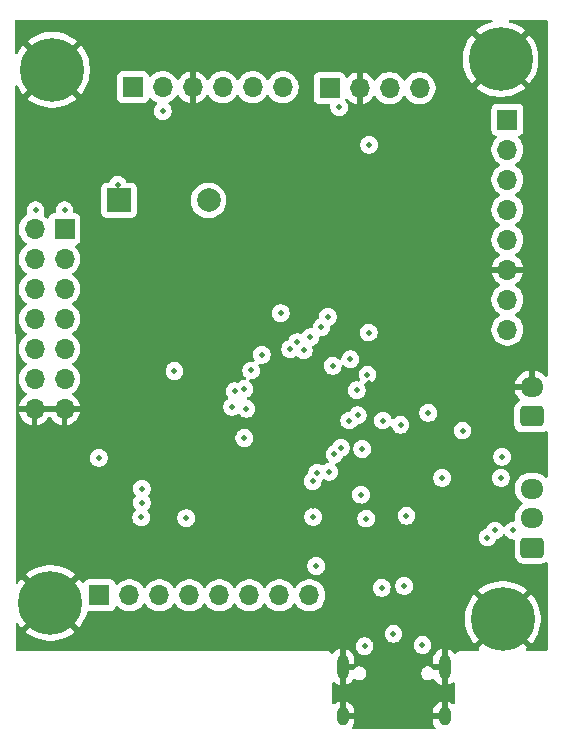
<source format=gbr>
%TF.GenerationSoftware,KiCad,Pcbnew,9.0.0*%
%TF.CreationDate,2025-03-20T21:32:39+01:00*%
%TF.ProjectId,PCB_Module_Payement,5043425f-4d6f-4647-956c-655f50617965,rev?*%
%TF.SameCoordinates,Original*%
%TF.FileFunction,Copper,L2,Inr*%
%TF.FilePolarity,Positive*%
%FSLAX46Y46*%
G04 Gerber Fmt 4.6, Leading zero omitted, Abs format (unit mm)*
G04 Created by KiCad (PCBNEW 9.0.0) date 2025-03-20 21:32:39*
%MOMM*%
%LPD*%
G01*
G04 APERTURE LIST*
G04 Aperture macros list*
%AMRoundRect*
0 Rectangle with rounded corners*
0 $1 Rounding radius*
0 $2 $3 $4 $5 $6 $7 $8 $9 X,Y pos of 4 corners*
0 Add a 4 corners polygon primitive as box body*
4,1,4,$2,$3,$4,$5,$6,$7,$8,$9,$2,$3,0*
0 Add four circle primitives for the rounded corners*
1,1,$1+$1,$2,$3*
1,1,$1+$1,$4,$5*
1,1,$1+$1,$6,$7*
1,1,$1+$1,$8,$9*
0 Add four rect primitives between the rounded corners*
20,1,$1+$1,$2,$3,$4,$5,0*
20,1,$1+$1,$4,$5,$6,$7,0*
20,1,$1+$1,$6,$7,$8,$9,0*
20,1,$1+$1,$8,$9,$2,$3,0*%
G04 Aperture macros list end*
%TA.AperFunction,ComponentPad*%
%ADD10O,1.950000X1.700000*%
%TD*%
%TA.AperFunction,ComponentPad*%
%ADD11RoundRect,0.250000X0.725000X-0.600000X0.725000X0.600000X-0.725000X0.600000X-0.725000X-0.600000X0*%
%TD*%
%TA.AperFunction,HeatsinkPad*%
%ADD12O,1.000000X2.100000*%
%TD*%
%TA.AperFunction,HeatsinkPad*%
%ADD13O,1.000000X1.600000*%
%TD*%
%TA.AperFunction,ComponentPad*%
%ADD14R,1.700000X1.700000*%
%TD*%
%TA.AperFunction,ComponentPad*%
%ADD15O,1.700000X1.700000*%
%TD*%
%TA.AperFunction,ComponentPad*%
%ADD16R,2.000000X2.000000*%
%TD*%
%TA.AperFunction,ComponentPad*%
%ADD17C,2.000000*%
%TD*%
%TA.AperFunction,ComponentPad*%
%ADD18C,5.400000*%
%TD*%
%TA.AperFunction,ViaPad*%
%ADD19C,0.500000*%
%TD*%
%TA.AperFunction,Conductor*%
%ADD20C,0.300000*%
%TD*%
G04 APERTURE END LIST*
D10*
%TO.N,GND*%
%TO.C,J5*%
X180000000Y-102550000D03*
D11*
%TO.N,VCC*%
X180000000Y-105050000D03*
%TD*%
D12*
%TO.N,GND*%
%TO.C,J6*%
X164000000Y-126265000D03*
D13*
X164000000Y-130445000D03*
D12*
X172640000Y-126265000D03*
D13*
X172640000Y-130445000D03*
%TD*%
D14*
%TO.N,/Modules/SPI1_SCK*%
%TO.C,J3*%
X177945000Y-79925000D03*
D15*
%TO.N,/Modules/RSTO*%
X177945000Y-82465000D03*
%TO.N,/Modules/SS*%
X177945000Y-85005000D03*
%TO.N,/Modules/SPI1_Mosi*%
X177945000Y-87545000D03*
%TO.N,+5V*%
X177945000Y-90085000D03*
%TO.N,GND*%
X177945000Y-92625000D03*
%TO.N,/Modules/SPI1_Miso*%
X177945000Y-95165000D03*
%TO.N,/Modules/IRQ*%
X177945000Y-97705000D03*
%TD*%
D16*
%TO.N,+5V*%
%TO.C,BZ1*%
X145050000Y-86750000D03*
D17*
%TO.N,Net-(BZ1--)*%
X152650000Y-86750000D03*
%TD*%
D14*
%TO.N,+5V*%
%TO.C,J1*%
X162890000Y-77250000D03*
D15*
%TO.N,GND*%
X165430000Y-77250000D03*
%TO.N,/Modules/I2C1_SDA*%
X167970000Y-77250000D03*
%TO.N,/Modules/I2C1_SCL*%
X170510000Y-77250000D03*
%TD*%
D18*
%TO.N,GND*%
%TO.C,H4*%
X177550000Y-122200000D03*
%TD*%
%TO.N,GND*%
%TO.C,H3*%
X139250000Y-120850000D03*
%TD*%
%TO.N,GND*%
%TO.C,H2*%
X177370000Y-74800000D03*
%TD*%
%TO.N,GND*%
%TO.C,H1*%
X139400000Y-75700000D03*
%TD*%
D11*
%TO.N,Net-(J_Switch1-Pin_1)*%
%TO.C,J_Switch1*%
X180050000Y-116150000D03*
D10*
%TO.N,+5V*%
X180050000Y-113650000D03*
%TO.N,Net-(J_Switch1-Pin_3)*%
X180050000Y-111150000D03*
%TD*%
D14*
%TO.N,/Modules/STATE*%
%TO.C,J2*%
X146230000Y-77175000D03*
D15*
%TO.N,+5V*%
X148770000Y-77175000D03*
%TO.N,GND*%
X151310000Y-77175000D03*
%TO.N,/Modules/Bt_TXD*%
X153850000Y-77175000D03*
%TO.N,/Modules/Bt_RXD*%
X156390000Y-77175000D03*
%TO.N,/Modules/KEY*%
X158930000Y-77175000D03*
%TD*%
D14*
%TO.N,+5V*%
%TO.C,J7*%
X140450000Y-89175000D03*
D15*
X137910000Y-89175000D03*
%TO.N,/STM32/PC13*%
X140450000Y-91715000D03*
%TO.N,/STM32/PC14*%
X137910000Y-91715000D03*
%TO.N,/STM32/PC4*%
X140450000Y-94255000D03*
%TO.N,/STM32/PC15*%
X137910000Y-94255000D03*
%TO.N,+3.3V*%
X140450000Y-96795000D03*
X137910000Y-96795000D03*
%TO.N,/STM32/PF1*%
X140450000Y-99335000D03*
%TO.N,/STM32/PF0*%
X137910000Y-99335000D03*
%TO.N,/STM32/PA7*%
X140450000Y-101875000D03*
%TO.N,/STM32/Pb1*%
X137910000Y-101875000D03*
%TO.N,GND*%
X140450000Y-104415000D03*
X137910000Y-104415000D03*
%TD*%
D14*
%TO.N,/Modules/R0W1*%
%TO.C,J8*%
X143410000Y-120195000D03*
D15*
%TO.N,/Modules/ROW2*%
X145950000Y-120195000D03*
%TO.N,/Modules/ROW3*%
X148490000Y-120195000D03*
%TO.N,/Modules/ROW4*%
X151030000Y-120195000D03*
%TO.N,/Modules/Culomn1*%
X153570000Y-120195000D03*
%TO.N,/Modules/Culomn2*%
X156110000Y-120195000D03*
%TO.N,/Modules/Culomn3*%
X158650000Y-120195000D03*
%TO.N,/Modules/Culomn4*%
X161190000Y-120195000D03*
%TD*%
D19*
%TO.N,+3.3V*%
X162860000Y-109730000D03*
%TO.N,GND*%
X152710000Y-102460000D03*
X153760000Y-97560000D03*
X165450000Y-79860000D03*
%TO.N,+5V*%
X163710000Y-78870000D03*
%TO.N,GND*%
X165180000Y-98600000D03*
X153230000Y-117720000D03*
X179350000Y-108460000D03*
X161490000Y-112590000D03*
X141770000Y-104450000D03*
X139220000Y-104400000D03*
X159270000Y-117710000D03*
X157000000Y-117660000D03*
X155020000Y-117700000D03*
X144550000Y-99600000D03*
%TO.N,/Alim/Charge_Batterie*%
X154880000Y-102910000D03*
%TO.N,/STM32/NRST*%
X159550000Y-99350000D03*
%TO.N,/STM32/PC4*%
X149750000Y-101200000D03*
%TO.N,GND*%
X160450000Y-87150000D03*
X158850000Y-87750000D03*
%TO.N,+3.3V*%
X158750000Y-96300000D03*
%TO.N,/Modules/SPI1_SCK*%
X166250000Y-82050000D03*
%TO.N,GND*%
X148710000Y-93320000D03*
%TO.N,/STM32/Pb1*%
X154650000Y-104230000D03*
%TO.N,/STM32/PC4*%
X155680000Y-102720000D03*
%TO.N,/STM32/PF1*%
X160150000Y-98750000D03*
%TO.N,/STM32/PF0*%
X160700000Y-99450000D03*
%TO.N,/STM32/PC15*%
X161250000Y-98350000D03*
%TO.N,/STM32/PC14*%
X162200000Y-97500000D03*
%TO.N,/STM32/PC13*%
X162750000Y-96600000D03*
%TO.N,+3.3V*%
X163150000Y-100750000D03*
%TO.N,+5V*%
X144950000Y-85450000D03*
X140450000Y-87600000D03*
X176900000Y-114700000D03*
X165550000Y-111670000D03*
X166000000Y-113700000D03*
X169400000Y-113450000D03*
X176250000Y-115300000D03*
X178450000Y-114700000D03*
X138000000Y-87600000D03*
X148770000Y-79195000D03*
%TO.N,GND*%
X151800000Y-104950000D03*
X155150000Y-108700000D03*
X163700000Y-97950000D03*
X176050000Y-103650000D03*
X164600000Y-98100000D03*
X163600000Y-88200000D03*
X160000000Y-104100000D03*
X168300000Y-119650000D03*
X138800000Y-108650000D03*
X164500000Y-123100000D03*
X143700000Y-116700000D03*
X175200000Y-103650000D03*
X163200000Y-115500000D03*
X165500000Y-112600000D03*
X176900000Y-103700000D03*
X166250000Y-102220000D03*
X169550000Y-109200000D03*
X171650000Y-107950000D03*
X138750000Y-114400000D03*
X166700000Y-112650000D03*
X176050000Y-102800000D03*
X163600000Y-89350000D03*
X150700000Y-105540000D03*
X175700000Y-100400000D03*
X175880000Y-108330000D03*
X171950000Y-124600000D03*
X176050000Y-104550000D03*
X148050000Y-108550000D03*
X148250000Y-112400000D03*
X171410000Y-99520000D03*
X148200000Y-111100000D03*
X164650000Y-124550000D03*
X160550000Y-93500000D03*
X163600000Y-87350000D03*
%TO.N,VCC*%
X177400000Y-110250000D03*
X174150000Y-106250000D03*
%TO.N,5V_BUCK*%
X168900000Y-105750000D03*
X177500000Y-108460000D03*
%TO.N,+3.3V*%
X164650000Y-100200000D03*
X161500000Y-113552500D03*
X155675000Y-106875000D03*
X150750000Y-113650000D03*
X161760000Y-117710000D03*
%TO.N,/Alim/Charge_Batterie*%
X165655000Y-107805000D03*
X172412500Y-110250000D03*
%TO.N,/STM32/NRST*%
X143350000Y-108560000D03*
%TO.N,/Modules/SPI1_SCK*%
X156250000Y-101150000D03*
%TO.N,/Modules/I2C1_SCL*%
X165200000Y-102830000D03*
%TO.N,/Modules/I2C1_SDA*%
X167400000Y-105400000D03*
%TO.N,5V_USB*%
X165850000Y-124500000D03*
X168300000Y-123450000D03*
X170750000Y-124400000D03*
%TO.N,/STM32/SWO*%
X165270000Y-104950000D03*
X147000000Y-111150000D03*
%TO.N,/STM32/SWCLK*%
X163850000Y-107699000D03*
X147000000Y-112350000D03*
%TO.N,/STM32/SWDIO*%
X146950000Y-113600000D03*
X163300000Y-108250000D03*
%TO.N,/STM32/BOOT0*%
X166200000Y-97950000D03*
X166100000Y-101500000D03*
%TO.N,/STM32/BUZZER*%
X155850000Y-104400000D03*
%TO.N,/STM32/BL_LED*%
X157150000Y-99820000D03*
%TO.N,/STM32/RFID_LED*%
X171250000Y-104750000D03*
X164560000Y-105400000D03*
%TO.N,/STM32/USB_D-*%
X167300000Y-119550000D03*
X161458019Y-110525119D03*
%TO.N,/STM32/USB_D+*%
X169200000Y-119400000D03*
X161850000Y-109800000D03*
%TD*%
D20*
%TO.N,GND*%
X141470000Y-104450000D02*
X141435000Y-104415000D01*
X141770000Y-104450000D02*
X141470000Y-104450000D01*
X141435000Y-104415000D02*
X140450000Y-104415000D01*
X138880000Y-104400000D02*
X138865000Y-104415000D01*
X139220000Y-104400000D02*
X138880000Y-104400000D01*
X138865000Y-104415000D02*
X137910000Y-104415000D01*
%TD*%
%TA.AperFunction,Conductor*%
%TO.N,GND*%
G36*
X139984075Y-104222007D02*
G01*
X139950000Y-104349174D01*
X139950000Y-104480826D01*
X139984075Y-104607993D01*
X140016988Y-104665000D01*
X138343012Y-104665000D01*
X138375925Y-104607993D01*
X138410000Y-104480826D01*
X138410000Y-104349174D01*
X138375925Y-104222007D01*
X138343012Y-104165000D01*
X140016988Y-104165000D01*
X139984075Y-104222007D01*
G37*
%TD.AperFunction*%
%TA.AperFunction,Conductor*%
G36*
X176630959Y-71470185D02*
G01*
X176676714Y-71522989D01*
X176686658Y-71592147D01*
X176657633Y-71655703D01*
X176598855Y-71693477D01*
X176591513Y-71695391D01*
X176482731Y-71720219D01*
X176482729Y-71720220D01*
X176143482Y-71838927D01*
X175819663Y-71994870D01*
X175515335Y-72186092D01*
X175289634Y-72366081D01*
X176608282Y-73684729D01*
X176490534Y-73770278D01*
X176340278Y-73920534D01*
X176254729Y-74038282D01*
X174936081Y-72719634D01*
X174756092Y-72945335D01*
X174564870Y-73249663D01*
X174408927Y-73573482D01*
X174290220Y-73912729D01*
X174290219Y-73912731D01*
X174210242Y-74263136D01*
X174210240Y-74263148D01*
X174170000Y-74620287D01*
X174170000Y-74979712D01*
X174210240Y-75336851D01*
X174210242Y-75336863D01*
X174290219Y-75687268D01*
X174290220Y-75687270D01*
X174408927Y-76026517D01*
X174564870Y-76350336D01*
X174756092Y-76654664D01*
X174936081Y-76880364D01*
X176254728Y-75561717D01*
X176340278Y-75679466D01*
X176490534Y-75829722D01*
X176608281Y-75915270D01*
X175289634Y-77233916D01*
X175289634Y-77233917D01*
X175515335Y-77413907D01*
X175819663Y-77605129D01*
X176143482Y-77761072D01*
X176482729Y-77879779D01*
X176482731Y-77879780D01*
X176833136Y-77959757D01*
X176833148Y-77959759D01*
X177190287Y-77999999D01*
X177190289Y-78000000D01*
X177549711Y-78000000D01*
X177549712Y-77999999D01*
X177906851Y-77959759D01*
X177906863Y-77959757D01*
X178257268Y-77879780D01*
X178257270Y-77879779D01*
X178596517Y-77761072D01*
X178920336Y-77605129D01*
X179224664Y-77413907D01*
X179450364Y-77233916D01*
X178131718Y-75915270D01*
X178249466Y-75829722D01*
X178399722Y-75679466D01*
X178485270Y-75561718D01*
X179803916Y-76880364D01*
X179983907Y-76654664D01*
X180175129Y-76350336D01*
X180331072Y-76026517D01*
X180449779Y-75687270D01*
X180449780Y-75687268D01*
X180529757Y-75336863D01*
X180529759Y-75336851D01*
X180569999Y-74979712D01*
X180570000Y-74979710D01*
X180570000Y-74620289D01*
X180569999Y-74620287D01*
X180529759Y-74263148D01*
X180529757Y-74263136D01*
X180449780Y-73912731D01*
X180449779Y-73912729D01*
X180331072Y-73573482D01*
X180175129Y-73249663D01*
X179983907Y-72945335D01*
X179803916Y-72719634D01*
X178485270Y-74038281D01*
X178399722Y-73920534D01*
X178249466Y-73770278D01*
X178131716Y-73684728D01*
X179450364Y-72366081D01*
X179224664Y-72186092D01*
X178920336Y-71994870D01*
X178596517Y-71838927D01*
X178257270Y-71720220D01*
X178257268Y-71720219D01*
X178148487Y-71695391D01*
X178087509Y-71661282D01*
X178054651Y-71599621D01*
X178060346Y-71529984D01*
X178102786Y-71474480D01*
X178168496Y-71450732D01*
X178176080Y-71450500D01*
X181226000Y-71450500D01*
X181293039Y-71470185D01*
X181338794Y-71522989D01*
X181350000Y-71574500D01*
X181350000Y-101566450D01*
X181330315Y-101633489D01*
X181277511Y-101679244D01*
X181208353Y-101689188D01*
X181144797Y-101660163D01*
X181138319Y-101654131D01*
X181004464Y-101520276D01*
X181004459Y-101520272D01*
X180832557Y-101395379D01*
X180643217Y-101298904D01*
X180441128Y-101233242D01*
X180250000Y-101202969D01*
X180250000Y-102145854D01*
X180183343Y-102107370D01*
X180062535Y-102075000D01*
X179937465Y-102075000D01*
X179816657Y-102107370D01*
X179750000Y-102145854D01*
X179750000Y-101202969D01*
X179558872Y-101233242D01*
X179558869Y-101233242D01*
X179356782Y-101298904D01*
X179167442Y-101395379D01*
X178995540Y-101520272D01*
X178995535Y-101520276D01*
X178845276Y-101670535D01*
X178845272Y-101670540D01*
X178720379Y-101842442D01*
X178623904Y-102031782D01*
X178558242Y-102233870D01*
X178558242Y-102233873D01*
X178547769Y-102300000D01*
X179595854Y-102300000D01*
X179557370Y-102366657D01*
X179525000Y-102487465D01*
X179525000Y-102612535D01*
X179557370Y-102733343D01*
X179595854Y-102800000D01*
X178547769Y-102800000D01*
X178558242Y-102866126D01*
X178558242Y-102866129D01*
X178623904Y-103068217D01*
X178720379Y-103257557D01*
X178845272Y-103429459D01*
X178845276Y-103429464D01*
X178984143Y-103568331D01*
X179017628Y-103629654D01*
X179012644Y-103699346D01*
X178970772Y-103755279D01*
X178961559Y-103761551D01*
X178806342Y-103857289D01*
X178682289Y-103981342D01*
X178590187Y-104130663D01*
X178590186Y-104130666D01*
X178535001Y-104297203D01*
X178535001Y-104297204D01*
X178535000Y-104297204D01*
X178524500Y-104399983D01*
X178524500Y-105700001D01*
X178524501Y-105700018D01*
X178535000Y-105802796D01*
X178535001Y-105802799D01*
X178590185Y-105969331D01*
X178590187Y-105969336D01*
X178625069Y-106025888D01*
X178682288Y-106118656D01*
X178806344Y-106242712D01*
X178955666Y-106334814D01*
X179122203Y-106389999D01*
X179224991Y-106400500D01*
X180775008Y-106400499D01*
X180877797Y-106389999D01*
X181044334Y-106334814D01*
X181160906Y-106262912D01*
X181228296Y-106244473D01*
X181294959Y-106265395D01*
X181339729Y-106319037D01*
X181350000Y-106368452D01*
X181350000Y-110115742D01*
X181330315Y-110182781D01*
X181277511Y-110228536D01*
X181208353Y-110238480D01*
X181144797Y-110209455D01*
X181138319Y-110203423D01*
X181054786Y-110119890D01*
X180882820Y-109994951D01*
X180693414Y-109898444D01*
X180693413Y-109898443D01*
X180693412Y-109898443D01*
X180491243Y-109832754D01*
X180491241Y-109832753D01*
X180491240Y-109832753D01*
X180329957Y-109807208D01*
X180281287Y-109799500D01*
X179818713Y-109799500D01*
X179770042Y-109807208D01*
X179608760Y-109832753D01*
X179406585Y-109898444D01*
X179217179Y-109994951D01*
X179045213Y-110119890D01*
X178894890Y-110270213D01*
X178769951Y-110442179D01*
X178673444Y-110631585D01*
X178607753Y-110833760D01*
X178574500Y-111043713D01*
X178574500Y-111256286D01*
X178605353Y-111451087D01*
X178607754Y-111466243D01*
X178671463Y-111662319D01*
X178673444Y-111668414D01*
X178769951Y-111857820D01*
X178894890Y-112029786D01*
X179045209Y-112180105D01*
X179045214Y-112180109D01*
X179209793Y-112299682D01*
X179252459Y-112355011D01*
X179258438Y-112424625D01*
X179225833Y-112486420D01*
X179209793Y-112500318D01*
X179045214Y-112619890D01*
X179045209Y-112619894D01*
X178894890Y-112770213D01*
X178769951Y-112942179D01*
X178673444Y-113131585D01*
X178607753Y-113333760D01*
X178592337Y-113431094D01*
X178574500Y-113543713D01*
X178574500Y-113756287D01*
X178577293Y-113773920D01*
X178582390Y-113806102D01*
X178573435Y-113875396D01*
X178528439Y-113928848D01*
X178461688Y-113949487D01*
X178459917Y-113949500D01*
X178376080Y-113949500D01*
X178231092Y-113978340D01*
X178231082Y-113978343D01*
X178094511Y-114034912D01*
X178094498Y-114034919D01*
X177971584Y-114117048D01*
X177971580Y-114117051D01*
X177867051Y-114221580D01*
X177867048Y-114221584D01*
X177784913Y-114344507D01*
X177784357Y-114345549D01*
X177783921Y-114345992D01*
X177781531Y-114349570D01*
X177780852Y-114349116D01*
X177735394Y-114395392D01*
X177667256Y-114410852D01*
X177601577Y-114387019D01*
X177568885Y-114349291D01*
X177568469Y-114349570D01*
X177566251Y-114346251D01*
X177565643Y-114345549D01*
X177565086Y-114344507D01*
X177482951Y-114221584D01*
X177482948Y-114221580D01*
X177378419Y-114117051D01*
X177378415Y-114117048D01*
X177255501Y-114034919D01*
X177255488Y-114034912D01*
X177118917Y-113978343D01*
X177118907Y-113978340D01*
X176973920Y-113949500D01*
X176973918Y-113949500D01*
X176826082Y-113949500D01*
X176826080Y-113949500D01*
X176681092Y-113978340D01*
X176681082Y-113978343D01*
X176544511Y-114034912D01*
X176544498Y-114034919D01*
X176421584Y-114117048D01*
X176421580Y-114117051D01*
X176317051Y-114221580D01*
X176317048Y-114221584D01*
X176234919Y-114344498D01*
X176234912Y-114344511D01*
X176178340Y-114481089D01*
X176177975Y-114482295D01*
X176177611Y-114482848D01*
X176176011Y-114486714D01*
X176175277Y-114486410D01*
X176139676Y-114540733D01*
X176083510Y-114567913D01*
X176031089Y-114578341D01*
X176031084Y-114578342D01*
X175894511Y-114634912D01*
X175894498Y-114634919D01*
X175771584Y-114717048D01*
X175771580Y-114717051D01*
X175667051Y-114821580D01*
X175667048Y-114821584D01*
X175584919Y-114944498D01*
X175584912Y-114944511D01*
X175528343Y-115081082D01*
X175528340Y-115081092D01*
X175499500Y-115226079D01*
X175499500Y-115226082D01*
X175499500Y-115373918D01*
X175499500Y-115373920D01*
X175499499Y-115373920D01*
X175528340Y-115518907D01*
X175528343Y-115518917D01*
X175584912Y-115655488D01*
X175584919Y-115655501D01*
X175667048Y-115778415D01*
X175667051Y-115778419D01*
X175771580Y-115882948D01*
X175771584Y-115882951D01*
X175894498Y-115965080D01*
X175894511Y-115965087D01*
X176031082Y-116021656D01*
X176031087Y-116021658D01*
X176031091Y-116021658D01*
X176031092Y-116021659D01*
X176176079Y-116050500D01*
X176176082Y-116050500D01*
X176323920Y-116050500D01*
X176421462Y-116031096D01*
X176468913Y-116021658D01*
X176605495Y-115965084D01*
X176728416Y-115882951D01*
X176832951Y-115778416D01*
X176915084Y-115655495D01*
X176971658Y-115518913D01*
X176971659Y-115518905D01*
X176972022Y-115517712D01*
X176972385Y-115517157D01*
X176973989Y-115513286D01*
X176974723Y-115513590D01*
X177010317Y-115459272D01*
X177066491Y-115432085D01*
X177118913Y-115421658D01*
X177255495Y-115365084D01*
X177378416Y-115282951D01*
X177482951Y-115178416D01*
X177565084Y-115055495D01*
X177565085Y-115055491D01*
X177565639Y-115054457D01*
X177566074Y-115054013D01*
X177568469Y-115050430D01*
X177569148Y-115050884D01*
X177614599Y-115004611D01*
X177682735Y-114989147D01*
X177748416Y-115012975D01*
X177781113Y-115050709D01*
X177781531Y-115050430D01*
X177783752Y-115053754D01*
X177784361Y-115054457D01*
X177784917Y-115055498D01*
X177867048Y-115178415D01*
X177867051Y-115178419D01*
X177971580Y-115282948D01*
X177971584Y-115282951D01*
X178094498Y-115365080D01*
X178094511Y-115365087D01*
X178172047Y-115397203D01*
X178231087Y-115421658D01*
X178231091Y-115421658D01*
X178231092Y-115421659D01*
X178376079Y-115450500D01*
X178450500Y-115450500D01*
X178517539Y-115470185D01*
X178563294Y-115522989D01*
X178574500Y-115574500D01*
X178574500Y-116800001D01*
X178574501Y-116800018D01*
X178585000Y-116902796D01*
X178585001Y-116902799D01*
X178613347Y-116988340D01*
X178640186Y-117069334D01*
X178732288Y-117218656D01*
X178856344Y-117342712D01*
X179005666Y-117434814D01*
X179172203Y-117489999D01*
X179274991Y-117500500D01*
X180825008Y-117500499D01*
X180927797Y-117489999D01*
X181094334Y-117434814D01*
X181160903Y-117393753D01*
X181228295Y-117375313D01*
X181294959Y-117396235D01*
X181339728Y-117449877D01*
X181350000Y-117499292D01*
X181350000Y-124775500D01*
X181330315Y-124842539D01*
X181277511Y-124888294D01*
X181226000Y-124899500D01*
X179651705Y-124899500D01*
X179584666Y-124879815D01*
X179538911Y-124827011D01*
X179528967Y-124757853D01*
X179557992Y-124694297D01*
X179574392Y-124678553D01*
X179630364Y-124633916D01*
X178311718Y-123315270D01*
X178429466Y-123229722D01*
X178579722Y-123079466D01*
X178665270Y-122961718D01*
X179983916Y-124280364D01*
X180163907Y-124054664D01*
X180355129Y-123750336D01*
X180511072Y-123426517D01*
X180629779Y-123087270D01*
X180629780Y-123087268D01*
X180709757Y-122736863D01*
X180709759Y-122736851D01*
X180749999Y-122379712D01*
X180750000Y-122379710D01*
X180750000Y-122020289D01*
X180749999Y-122020287D01*
X180709759Y-121663148D01*
X180709757Y-121663136D01*
X180629780Y-121312731D01*
X180629779Y-121312729D01*
X180511072Y-120973482D01*
X180355129Y-120649663D01*
X180163907Y-120345335D01*
X179983916Y-120119634D01*
X178665270Y-121438281D01*
X178579722Y-121320534D01*
X178429466Y-121170278D01*
X178311716Y-121084728D01*
X179630364Y-119766081D01*
X179404664Y-119586092D01*
X179100336Y-119394870D01*
X178776517Y-119238927D01*
X178437270Y-119120220D01*
X178437268Y-119120219D01*
X178086863Y-119040242D01*
X178086851Y-119040240D01*
X177729712Y-119000000D01*
X177370287Y-119000000D01*
X177013148Y-119040240D01*
X177013136Y-119040242D01*
X176662731Y-119120219D01*
X176662729Y-119120220D01*
X176323482Y-119238927D01*
X175999663Y-119394870D01*
X175695335Y-119586092D01*
X175469634Y-119766081D01*
X176788282Y-121084729D01*
X176670534Y-121170278D01*
X176520278Y-121320534D01*
X176434729Y-121438282D01*
X175116081Y-120119634D01*
X174936092Y-120345335D01*
X174744870Y-120649663D01*
X174588927Y-120973482D01*
X174470220Y-121312729D01*
X174470219Y-121312731D01*
X174390242Y-121663136D01*
X174390240Y-121663148D01*
X174350000Y-122020287D01*
X174350000Y-122379712D01*
X174390240Y-122736851D01*
X174390242Y-122736863D01*
X174470219Y-123087268D01*
X174470220Y-123087270D01*
X174588927Y-123426517D01*
X174744870Y-123750336D01*
X174936092Y-124054664D01*
X175116081Y-124280364D01*
X176434728Y-122961717D01*
X176520278Y-123079466D01*
X176670534Y-123229722D01*
X176788281Y-123315270D01*
X175469634Y-124633916D01*
X175469634Y-124633917D01*
X175525606Y-124678553D01*
X175565746Y-124735742D01*
X175568596Y-124805553D01*
X175533250Y-124865823D01*
X175470931Y-124897416D01*
X175448293Y-124899500D01*
X174020753Y-124899500D01*
X173954861Y-124899401D01*
X173954489Y-124899500D01*
X173954107Y-124899500D01*
X173891410Y-124916299D01*
X173891232Y-124916346D01*
X173827509Y-124933318D01*
X173827151Y-124933466D01*
X173826835Y-124933595D01*
X173770423Y-124966165D01*
X173770291Y-124966241D01*
X173749126Y-124978419D01*
X173713279Y-124999044D01*
X173712886Y-124999344D01*
X173712699Y-124999486D01*
X173666458Y-125045727D01*
X173614443Y-125097585D01*
X173614113Y-125098092D01*
X173613986Y-125098220D01*
X173612396Y-125096643D01*
X173593468Y-125110326D01*
X173565525Y-125130761D01*
X173565174Y-125130782D01*
X173564891Y-125130987D01*
X173530350Y-125132880D01*
X173495782Y-125134963D01*
X173495476Y-125134791D01*
X173495126Y-125134811D01*
X173464972Y-125117688D01*
X173434838Y-125100792D01*
X173434513Y-125100392D01*
X173434369Y-125100310D01*
X173434226Y-125100038D01*
X173420392Y-125082987D01*
X173416748Y-125077533D01*
X173277466Y-124938251D01*
X173277462Y-124938248D01*
X173113684Y-124828814D01*
X173113671Y-124828807D01*
X172931691Y-124753429D01*
X172931683Y-124753427D01*
X172890000Y-124745135D01*
X172890000Y-125548011D01*
X172880060Y-125530795D01*
X172824205Y-125474940D01*
X172755796Y-125435444D01*
X172679496Y-125415000D01*
X172600504Y-125415000D01*
X172524204Y-125435444D01*
X172455795Y-125474940D01*
X172399940Y-125530795D01*
X172390000Y-125548011D01*
X172390000Y-124745136D01*
X172389999Y-124745135D01*
X172348316Y-124753427D01*
X172348308Y-124753429D01*
X172166328Y-124828807D01*
X172166315Y-124828814D01*
X172002537Y-124938248D01*
X172002533Y-124938251D01*
X171863251Y-125077533D01*
X171863248Y-125077537D01*
X171753814Y-125241315D01*
X171753807Y-125241328D01*
X171678430Y-125423306D01*
X171678427Y-125423318D01*
X171640000Y-125616504D01*
X171640000Y-126015000D01*
X172340000Y-126015000D01*
X172340000Y-126515000D01*
X171784464Y-126515000D01*
X171717425Y-126495315D01*
X171677077Y-126453000D01*
X171670517Y-126441638D01*
X171670513Y-126441633D01*
X171563367Y-126334487D01*
X171563365Y-126334485D01*
X171497750Y-126296602D01*
X171432136Y-126258719D01*
X171358950Y-126239109D01*
X171285766Y-126219500D01*
X171134234Y-126219500D01*
X170987863Y-126258719D01*
X170856635Y-126334485D01*
X170856632Y-126334487D01*
X170749487Y-126441632D01*
X170749485Y-126441635D01*
X170673719Y-126572863D01*
X170634500Y-126719234D01*
X170634500Y-126870765D01*
X170673719Y-127017136D01*
X170695615Y-127055060D01*
X170749485Y-127148365D01*
X170856635Y-127255515D01*
X170987865Y-127331281D01*
X171134234Y-127370500D01*
X171134236Y-127370500D01*
X171285764Y-127370500D01*
X171285766Y-127370500D01*
X171432135Y-127331281D01*
X171563365Y-127255515D01*
X171563372Y-127255507D01*
X171569811Y-127250568D01*
X171572044Y-127253478D01*
X171618258Y-127227865D01*
X171687980Y-127232411D01*
X171744176Y-127273930D01*
X171750394Y-127283634D01*
X171750426Y-127283613D01*
X171863248Y-127452462D01*
X171863251Y-127452466D01*
X172002533Y-127591748D01*
X172002537Y-127591751D01*
X172166315Y-127701185D01*
X172166328Y-127701192D01*
X172348308Y-127776569D01*
X172390000Y-127784862D01*
X172390000Y-126981988D01*
X172399940Y-126999205D01*
X172455795Y-127055060D01*
X172524204Y-127094556D01*
X172600504Y-127115000D01*
X172679496Y-127115000D01*
X172755796Y-127094556D01*
X172824205Y-127055060D01*
X172880060Y-126999205D01*
X172890000Y-126981988D01*
X172890000Y-127784862D01*
X172931690Y-127776569D01*
X172931692Y-127776569D01*
X173113671Y-127701192D01*
X173113684Y-127701185D01*
X173277461Y-127591752D01*
X173304425Y-127564788D01*
X173365748Y-127531302D01*
X173435440Y-127536286D01*
X173491374Y-127578156D01*
X173515792Y-127643620D01*
X173516108Y-127652655D01*
X173513621Y-129305231D01*
X173493835Y-129372240D01*
X173440963Y-129417916D01*
X173371789Y-129427755D01*
X173308277Y-129398635D01*
X173301940Y-129392725D01*
X173277466Y-129368251D01*
X173277462Y-129368248D01*
X173113684Y-129258814D01*
X173113671Y-129258807D01*
X172931691Y-129183429D01*
X172931683Y-129183427D01*
X172890000Y-129175135D01*
X172890000Y-129978011D01*
X172880060Y-129960795D01*
X172824205Y-129904940D01*
X172755796Y-129865444D01*
X172679496Y-129845000D01*
X172600504Y-129845000D01*
X172524204Y-129865444D01*
X172455795Y-129904940D01*
X172399940Y-129960795D01*
X172390000Y-129978011D01*
X172390000Y-129175136D01*
X172389999Y-129175135D01*
X172348316Y-129183427D01*
X172348308Y-129183429D01*
X172166328Y-129258807D01*
X172166315Y-129258814D01*
X172002537Y-129368248D01*
X172002533Y-129368251D01*
X171863251Y-129507533D01*
X171863248Y-129507537D01*
X171753814Y-129671315D01*
X171753807Y-129671328D01*
X171678430Y-129853306D01*
X171678427Y-129853318D01*
X171640000Y-130046504D01*
X171640000Y-130195000D01*
X172340000Y-130195000D01*
X172340000Y-130695000D01*
X171640000Y-130695000D01*
X171640000Y-130843495D01*
X171678427Y-131036681D01*
X171678430Y-131036693D01*
X171753807Y-131218671D01*
X171753814Y-131218683D01*
X171842633Y-131351609D01*
X171863511Y-131418286D01*
X171845027Y-131485666D01*
X171793048Y-131532357D01*
X171739531Y-131544500D01*
X164900469Y-131544500D01*
X164833430Y-131524815D01*
X164787675Y-131472011D01*
X164777731Y-131402853D01*
X164797367Y-131351609D01*
X164886185Y-131218683D01*
X164886192Y-131218671D01*
X164961569Y-131036693D01*
X164961572Y-131036681D01*
X164999999Y-130843495D01*
X165000000Y-130843492D01*
X165000000Y-130695000D01*
X164300000Y-130695000D01*
X164300000Y-130195000D01*
X165000000Y-130195000D01*
X165000000Y-130046508D01*
X164999999Y-130046504D01*
X164961572Y-129853318D01*
X164961569Y-129853306D01*
X164886192Y-129671328D01*
X164886185Y-129671315D01*
X164776751Y-129507537D01*
X164776748Y-129507533D01*
X164637466Y-129368251D01*
X164637462Y-129368248D01*
X164473684Y-129258814D01*
X164473671Y-129258807D01*
X164291691Y-129183429D01*
X164291683Y-129183427D01*
X164250000Y-129175135D01*
X164250000Y-129978011D01*
X164240060Y-129960795D01*
X164184205Y-129904940D01*
X164115796Y-129865444D01*
X164039496Y-129845000D01*
X163960504Y-129845000D01*
X163884204Y-129865444D01*
X163815795Y-129904940D01*
X163759940Y-129960795D01*
X163750000Y-129978011D01*
X163750000Y-129175136D01*
X163749999Y-129175135D01*
X163708316Y-129183427D01*
X163708308Y-129183429D01*
X163526328Y-129258807D01*
X163526315Y-129258814D01*
X163362537Y-129368248D01*
X163362533Y-129368251D01*
X163332181Y-129398604D01*
X163270858Y-129432089D01*
X163201166Y-129427105D01*
X163145233Y-129385233D01*
X163120816Y-129319769D01*
X163120500Y-129310923D01*
X163120500Y-127649077D01*
X163140185Y-127582038D01*
X163192989Y-127536283D01*
X163262147Y-127526339D01*
X163325703Y-127555364D01*
X163332181Y-127561396D01*
X163362533Y-127591748D01*
X163362537Y-127591751D01*
X163526315Y-127701185D01*
X163526328Y-127701192D01*
X163708308Y-127776569D01*
X163750000Y-127784862D01*
X163750000Y-126981988D01*
X163759940Y-126999205D01*
X163815795Y-127055060D01*
X163884204Y-127094556D01*
X163960504Y-127115000D01*
X164039496Y-127115000D01*
X164115796Y-127094556D01*
X164184205Y-127055060D01*
X164240060Y-126999205D01*
X164250000Y-126981988D01*
X164250000Y-127784862D01*
X164291690Y-127776569D01*
X164291692Y-127776569D01*
X164473671Y-127701192D01*
X164473684Y-127701185D01*
X164637462Y-127591751D01*
X164637466Y-127591748D01*
X164776748Y-127452466D01*
X164776751Y-127452462D01*
X164889574Y-127283613D01*
X164891007Y-127284570D01*
X164934198Y-127240580D01*
X165002332Y-127225103D01*
X165068018Y-127248919D01*
X165070089Y-127250697D01*
X165070189Y-127250568D01*
X165076630Y-127255510D01*
X165076635Y-127255515D01*
X165207865Y-127331281D01*
X165354234Y-127370500D01*
X165354236Y-127370500D01*
X165505764Y-127370500D01*
X165505766Y-127370500D01*
X165652135Y-127331281D01*
X165783365Y-127255515D01*
X165890515Y-127148365D01*
X165966281Y-127017135D01*
X166005500Y-126870766D01*
X166005500Y-126719234D01*
X165966281Y-126572865D01*
X165890515Y-126441635D01*
X165783365Y-126334485D01*
X165717750Y-126296602D01*
X165652136Y-126258719D01*
X165578950Y-126239109D01*
X165505766Y-126219500D01*
X165354234Y-126219500D01*
X165207863Y-126258719D01*
X165076635Y-126334485D01*
X165076632Y-126334487D01*
X164969486Y-126441633D01*
X164969482Y-126441638D01*
X164962923Y-126453000D01*
X164912356Y-126501216D01*
X164855536Y-126515000D01*
X164300000Y-126515000D01*
X164300000Y-126015000D01*
X165000000Y-126015000D01*
X165000000Y-125616508D01*
X164999999Y-125616504D01*
X164961572Y-125423318D01*
X164961569Y-125423306D01*
X164886192Y-125241328D01*
X164886185Y-125241315D01*
X164776751Y-125077537D01*
X164776748Y-125077533D01*
X164637466Y-124938251D01*
X164637462Y-124938248D01*
X164473684Y-124828814D01*
X164473671Y-124828807D01*
X164291691Y-124753429D01*
X164291683Y-124753427D01*
X164250000Y-124745135D01*
X164250000Y-125548011D01*
X164240060Y-125530795D01*
X164184205Y-125474940D01*
X164115796Y-125435444D01*
X164039496Y-125415000D01*
X163960504Y-125415000D01*
X163884204Y-125435444D01*
X163815795Y-125474940D01*
X163759940Y-125530795D01*
X163750000Y-125548011D01*
X163750000Y-124745136D01*
X163749999Y-124745135D01*
X163708316Y-124753427D01*
X163708308Y-124753429D01*
X163526328Y-124828807D01*
X163526315Y-124828814D01*
X163362537Y-124938248D01*
X163362533Y-124938251D01*
X163223251Y-125077533D01*
X163223248Y-125077537D01*
X163219600Y-125082997D01*
X163203112Y-125096774D01*
X163190115Y-125113886D01*
X163176832Y-125118734D01*
X163165985Y-125127799D01*
X163144668Y-125130475D01*
X163124482Y-125137844D01*
X163110686Y-125134741D01*
X163096660Y-125136503D01*
X163077279Y-125127229D01*
X163056314Y-125122515D01*
X163042478Y-125110577D01*
X163033634Y-125106345D01*
X163028209Y-125101167D01*
X163021423Y-125094286D01*
X163020500Y-125092686D01*
X163020431Y-125092617D01*
X163020385Y-125092537D01*
X162973775Y-125045961D01*
X162927314Y-124999500D01*
X162927310Y-124999496D01*
X162927164Y-124999384D01*
X162869608Y-124966183D01*
X162869607Y-124966183D01*
X162869576Y-124966165D01*
X162813186Y-124933608D01*
X162813094Y-124933583D01*
X162813012Y-124933536D01*
X162749054Y-124916423D01*
X162749018Y-124916401D01*
X162749015Y-124916412D01*
X162722517Y-124909313D01*
X162685887Y-124899498D01*
X162685748Y-124899480D01*
X162685743Y-124899479D01*
X162685712Y-124899475D01*
X162685705Y-124899475D01*
X162618711Y-124899500D01*
X162554108Y-124899500D01*
X162554017Y-124899524D01*
X162552496Y-124899524D01*
X162545940Y-124899527D01*
X136443972Y-124909266D01*
X136376925Y-124889606D01*
X136331151Y-124836820D01*
X136319926Y-124785380D01*
X136319889Y-124745135D01*
X136319732Y-124573920D01*
X165099499Y-124573920D01*
X165128340Y-124718907D01*
X165128343Y-124718917D01*
X165184912Y-124855488D01*
X165184919Y-124855501D01*
X165267048Y-124978415D01*
X165267051Y-124978419D01*
X165371580Y-125082948D01*
X165371584Y-125082951D01*
X165494498Y-125165080D01*
X165494511Y-125165087D01*
X165594451Y-125206483D01*
X165631087Y-125221658D01*
X165631091Y-125221658D01*
X165631092Y-125221659D01*
X165776079Y-125250500D01*
X165776082Y-125250500D01*
X165923920Y-125250500D01*
X166021462Y-125231096D01*
X166068913Y-125221658D01*
X166205495Y-125165084D01*
X166328416Y-125082951D01*
X166432951Y-124978416D01*
X166515084Y-124855495D01*
X166571658Y-124718913D01*
X166588565Y-124633917D01*
X166600500Y-124573920D01*
X166600500Y-124473920D01*
X169999499Y-124473920D01*
X170028340Y-124618907D01*
X170028343Y-124618917D01*
X170084912Y-124755488D01*
X170084919Y-124755501D01*
X170167048Y-124878415D01*
X170167051Y-124878419D01*
X170271580Y-124982948D01*
X170271584Y-124982951D01*
X170394498Y-125065080D01*
X170394511Y-125065087D01*
X170524028Y-125118734D01*
X170531087Y-125121658D01*
X170531091Y-125121658D01*
X170531092Y-125121659D01*
X170676079Y-125150500D01*
X170676082Y-125150500D01*
X170823920Y-125150500D01*
X170940906Y-125127229D01*
X170968913Y-125121658D01*
X171105495Y-125065084D01*
X171228416Y-124982951D01*
X171332951Y-124878416D01*
X171415084Y-124755495D01*
X171471658Y-124618913D01*
X171500500Y-124473918D01*
X171500500Y-124326082D01*
X171500500Y-124326079D01*
X171471659Y-124181092D01*
X171471658Y-124181091D01*
X171471658Y-124181087D01*
X171456505Y-124144505D01*
X171415087Y-124044511D01*
X171415080Y-124044498D01*
X171332951Y-123921584D01*
X171332948Y-123921580D01*
X171228419Y-123817051D01*
X171228415Y-123817048D01*
X171105501Y-123734919D01*
X171105488Y-123734912D01*
X170968917Y-123678343D01*
X170968907Y-123678340D01*
X170823920Y-123649500D01*
X170823918Y-123649500D01*
X170676082Y-123649500D01*
X170676080Y-123649500D01*
X170531092Y-123678340D01*
X170531082Y-123678343D01*
X170394511Y-123734912D01*
X170394498Y-123734919D01*
X170271584Y-123817048D01*
X170271580Y-123817051D01*
X170167051Y-123921580D01*
X170167048Y-123921584D01*
X170084919Y-124044498D01*
X170084912Y-124044511D01*
X170028343Y-124181082D01*
X170028340Y-124181092D01*
X169999500Y-124326079D01*
X169999500Y-124326082D01*
X169999500Y-124473918D01*
X169999500Y-124473920D01*
X169999499Y-124473920D01*
X166600500Y-124473920D01*
X166600500Y-124426079D01*
X166571659Y-124281092D01*
X166571658Y-124281091D01*
X166571658Y-124281087D01*
X166526332Y-124171659D01*
X166515087Y-124144511D01*
X166515080Y-124144498D01*
X166432951Y-124021584D01*
X166432948Y-124021580D01*
X166328419Y-123917051D01*
X166328415Y-123917048D01*
X166205501Y-123834919D01*
X166205488Y-123834912D01*
X166068917Y-123778343D01*
X166068907Y-123778340D01*
X165923920Y-123749500D01*
X165923918Y-123749500D01*
X165776082Y-123749500D01*
X165776080Y-123749500D01*
X165631092Y-123778340D01*
X165631082Y-123778343D01*
X165494511Y-123834912D01*
X165494498Y-123834919D01*
X165371584Y-123917048D01*
X165371580Y-123917051D01*
X165267051Y-124021580D01*
X165267048Y-124021584D01*
X165184919Y-124144498D01*
X165184912Y-124144511D01*
X165128343Y-124281082D01*
X165128340Y-124281092D01*
X165099500Y-124426079D01*
X165099500Y-124426082D01*
X165099500Y-124573918D01*
X165099500Y-124573920D01*
X165099499Y-124573920D01*
X136319732Y-124573920D01*
X136317946Y-122628860D01*
X136337568Y-122561807D01*
X136390330Y-122516004D01*
X136459479Y-122505997D01*
X136523062Y-122534964D01*
X136546939Y-122562779D01*
X136636092Y-122704664D01*
X136816081Y-122930364D01*
X138134728Y-121611717D01*
X138220278Y-121729466D01*
X138370534Y-121879722D01*
X138488281Y-121965270D01*
X137169634Y-123283916D01*
X137169634Y-123283917D01*
X137395335Y-123463907D01*
X137699663Y-123655129D01*
X138023482Y-123811072D01*
X138362729Y-123929779D01*
X138362731Y-123929780D01*
X138713136Y-124009757D01*
X138713148Y-124009759D01*
X139070287Y-124049999D01*
X139070289Y-124050000D01*
X139429711Y-124050000D01*
X139429712Y-124049999D01*
X139786851Y-124009759D01*
X139786863Y-124009757D01*
X140137268Y-123929780D01*
X140137270Y-123929779D01*
X140476517Y-123811072D01*
X140800336Y-123655129D01*
X141009154Y-123523920D01*
X167549499Y-123523920D01*
X167578340Y-123668907D01*
X167578343Y-123668917D01*
X167634912Y-123805488D01*
X167634919Y-123805501D01*
X167717048Y-123928415D01*
X167717051Y-123928419D01*
X167821580Y-124032948D01*
X167821584Y-124032951D01*
X167944498Y-124115080D01*
X167944511Y-124115087D01*
X168015548Y-124144511D01*
X168081087Y-124171658D01*
X168081091Y-124171658D01*
X168081092Y-124171659D01*
X168226079Y-124200500D01*
X168226082Y-124200500D01*
X168373920Y-124200500D01*
X168384613Y-124198373D01*
X168476514Y-124180091D01*
X168518913Y-124171658D01*
X168655495Y-124115084D01*
X168778416Y-124032951D01*
X168882951Y-123928416D01*
X168965084Y-123805495D01*
X169021658Y-123668913D01*
X169050500Y-123523918D01*
X169050500Y-123376082D01*
X169050500Y-123376079D01*
X169021659Y-123231092D01*
X169021658Y-123231091D01*
X169021658Y-123231087D01*
X169021093Y-123229722D01*
X168965087Y-123094511D01*
X168965080Y-123094498D01*
X168882951Y-122971584D01*
X168882948Y-122971580D01*
X168778419Y-122867051D01*
X168778415Y-122867048D01*
X168655501Y-122784919D01*
X168655488Y-122784912D01*
X168518917Y-122728343D01*
X168518907Y-122728340D01*
X168373920Y-122699500D01*
X168373918Y-122699500D01*
X168226082Y-122699500D01*
X168226080Y-122699500D01*
X168081092Y-122728340D01*
X168081082Y-122728343D01*
X167944511Y-122784912D01*
X167944498Y-122784919D01*
X167821584Y-122867048D01*
X167821580Y-122867051D01*
X167717051Y-122971580D01*
X167717048Y-122971584D01*
X167634919Y-123094498D01*
X167634912Y-123094511D01*
X167578343Y-123231082D01*
X167578340Y-123231092D01*
X167549500Y-123376079D01*
X167549500Y-123376082D01*
X167549500Y-123523918D01*
X167549500Y-123523920D01*
X167549499Y-123523920D01*
X141009154Y-123523920D01*
X141104664Y-123463907D01*
X141330364Y-123283916D01*
X140011718Y-121965270D01*
X140129466Y-121879722D01*
X140279722Y-121729466D01*
X140365270Y-121611718D01*
X141683916Y-122930364D01*
X141863907Y-122704664D01*
X142055129Y-122400336D01*
X142211072Y-122076517D01*
X142246294Y-121975859D01*
X142246294Y-121975858D01*
X142329780Y-121737266D01*
X142352337Y-121638440D01*
X142386445Y-121577461D01*
X142448107Y-121544603D01*
X142486483Y-121542743D01*
X142489952Y-121543115D01*
X142512127Y-121545500D01*
X144307872Y-121545499D01*
X144367483Y-121539091D01*
X144502331Y-121488796D01*
X144617546Y-121402546D01*
X144703796Y-121287331D01*
X144752810Y-121155916D01*
X144794681Y-121099984D01*
X144860145Y-121075566D01*
X144928418Y-121090417D01*
X144956673Y-121111569D01*
X145070213Y-121225109D01*
X145242179Y-121350048D01*
X145242181Y-121350049D01*
X145242184Y-121350051D01*
X145431588Y-121446557D01*
X145633757Y-121512246D01*
X145843713Y-121545500D01*
X145843714Y-121545500D01*
X146056286Y-121545500D01*
X146056287Y-121545500D01*
X146266243Y-121512246D01*
X146468412Y-121446557D01*
X146657816Y-121350051D01*
X146744138Y-121287335D01*
X146829786Y-121225109D01*
X146829788Y-121225106D01*
X146829792Y-121225104D01*
X146980104Y-121074792D01*
X146980106Y-121074788D01*
X146980109Y-121074786D01*
X147105048Y-120902820D01*
X147105047Y-120902820D01*
X147105051Y-120902816D01*
X147109514Y-120894054D01*
X147157488Y-120843259D01*
X147225308Y-120826463D01*
X147291444Y-120848999D01*
X147330486Y-120894056D01*
X147334951Y-120902820D01*
X147459890Y-121074786D01*
X147610213Y-121225109D01*
X147782179Y-121350048D01*
X147782181Y-121350049D01*
X147782184Y-121350051D01*
X147971588Y-121446557D01*
X148173757Y-121512246D01*
X148383713Y-121545500D01*
X148383714Y-121545500D01*
X148596286Y-121545500D01*
X148596287Y-121545500D01*
X148806243Y-121512246D01*
X149008412Y-121446557D01*
X149197816Y-121350051D01*
X149284138Y-121287335D01*
X149369786Y-121225109D01*
X149369788Y-121225106D01*
X149369792Y-121225104D01*
X149520104Y-121074792D01*
X149520106Y-121074788D01*
X149520109Y-121074786D01*
X149645048Y-120902820D01*
X149645047Y-120902820D01*
X149645051Y-120902816D01*
X149649514Y-120894054D01*
X149697488Y-120843259D01*
X149765308Y-120826463D01*
X149831444Y-120848999D01*
X149870486Y-120894056D01*
X149874951Y-120902820D01*
X149999890Y-121074786D01*
X150150213Y-121225109D01*
X150322179Y-121350048D01*
X150322181Y-121350049D01*
X150322184Y-121350051D01*
X150511588Y-121446557D01*
X150713757Y-121512246D01*
X150923713Y-121545500D01*
X150923714Y-121545500D01*
X151136286Y-121545500D01*
X151136287Y-121545500D01*
X151346243Y-121512246D01*
X151548412Y-121446557D01*
X151737816Y-121350051D01*
X151824138Y-121287335D01*
X151909786Y-121225109D01*
X151909788Y-121225106D01*
X151909792Y-121225104D01*
X152060104Y-121074792D01*
X152060106Y-121074788D01*
X152060109Y-121074786D01*
X152185048Y-120902820D01*
X152185047Y-120902820D01*
X152185051Y-120902816D01*
X152189514Y-120894054D01*
X152237488Y-120843259D01*
X152305308Y-120826463D01*
X152371444Y-120848999D01*
X152410486Y-120894056D01*
X152414951Y-120902820D01*
X152539890Y-121074786D01*
X152690213Y-121225109D01*
X152862179Y-121350048D01*
X152862181Y-121350049D01*
X152862184Y-121350051D01*
X153051588Y-121446557D01*
X153253757Y-121512246D01*
X153463713Y-121545500D01*
X153463714Y-121545500D01*
X153676286Y-121545500D01*
X153676287Y-121545500D01*
X153886243Y-121512246D01*
X154088412Y-121446557D01*
X154277816Y-121350051D01*
X154364138Y-121287335D01*
X154449786Y-121225109D01*
X154449788Y-121225106D01*
X154449792Y-121225104D01*
X154600104Y-121074792D01*
X154600106Y-121074788D01*
X154600109Y-121074786D01*
X154725048Y-120902820D01*
X154725047Y-120902820D01*
X154725051Y-120902816D01*
X154729514Y-120894054D01*
X154777488Y-120843259D01*
X154845308Y-120826463D01*
X154911444Y-120848999D01*
X154950486Y-120894056D01*
X154954951Y-120902820D01*
X155079890Y-121074786D01*
X155230213Y-121225109D01*
X155402179Y-121350048D01*
X155402181Y-121350049D01*
X155402184Y-121350051D01*
X155591588Y-121446557D01*
X155793757Y-121512246D01*
X156003713Y-121545500D01*
X156003714Y-121545500D01*
X156216286Y-121545500D01*
X156216287Y-121545500D01*
X156426243Y-121512246D01*
X156628412Y-121446557D01*
X156817816Y-121350051D01*
X156904138Y-121287335D01*
X156989786Y-121225109D01*
X156989788Y-121225106D01*
X156989792Y-121225104D01*
X157140104Y-121074792D01*
X157140106Y-121074788D01*
X157140109Y-121074786D01*
X157265048Y-120902820D01*
X157265047Y-120902820D01*
X157265051Y-120902816D01*
X157269514Y-120894054D01*
X157317488Y-120843259D01*
X157385308Y-120826463D01*
X157451444Y-120848999D01*
X157490486Y-120894056D01*
X157494951Y-120902820D01*
X157619890Y-121074786D01*
X157770213Y-121225109D01*
X157942179Y-121350048D01*
X157942181Y-121350049D01*
X157942184Y-121350051D01*
X158131588Y-121446557D01*
X158333757Y-121512246D01*
X158543713Y-121545500D01*
X158543714Y-121545500D01*
X158756286Y-121545500D01*
X158756287Y-121545500D01*
X158966243Y-121512246D01*
X159168412Y-121446557D01*
X159357816Y-121350051D01*
X159444138Y-121287335D01*
X159529786Y-121225109D01*
X159529788Y-121225106D01*
X159529792Y-121225104D01*
X159680104Y-121074792D01*
X159680106Y-121074788D01*
X159680109Y-121074786D01*
X159805048Y-120902820D01*
X159805047Y-120902820D01*
X159805051Y-120902816D01*
X159809514Y-120894054D01*
X159857488Y-120843259D01*
X159925308Y-120826463D01*
X159991444Y-120848999D01*
X160030486Y-120894056D01*
X160034951Y-120902820D01*
X160159890Y-121074786D01*
X160310213Y-121225109D01*
X160482179Y-121350048D01*
X160482181Y-121350049D01*
X160482184Y-121350051D01*
X160671588Y-121446557D01*
X160873757Y-121512246D01*
X161083713Y-121545500D01*
X161083714Y-121545500D01*
X161296286Y-121545500D01*
X161296287Y-121545500D01*
X161506243Y-121512246D01*
X161708412Y-121446557D01*
X161897816Y-121350051D01*
X161984138Y-121287335D01*
X162069786Y-121225109D01*
X162069788Y-121225106D01*
X162069792Y-121225104D01*
X162220104Y-121074792D01*
X162220106Y-121074788D01*
X162220109Y-121074786D01*
X162345048Y-120902820D01*
X162345047Y-120902820D01*
X162345051Y-120902816D01*
X162441557Y-120713412D01*
X162507246Y-120511243D01*
X162540500Y-120301287D01*
X162540500Y-120088713D01*
X162507246Y-119878757D01*
X162441557Y-119676588D01*
X162414721Y-119623920D01*
X166549499Y-119623920D01*
X166578340Y-119768907D01*
X166578343Y-119768917D01*
X166634912Y-119905488D01*
X166634919Y-119905501D01*
X166717048Y-120028415D01*
X166717051Y-120028419D01*
X166821580Y-120132948D01*
X166821584Y-120132951D01*
X166944498Y-120215080D01*
X166944511Y-120215087D01*
X167081082Y-120271656D01*
X167081087Y-120271658D01*
X167081091Y-120271658D01*
X167081092Y-120271659D01*
X167226079Y-120300500D01*
X167226082Y-120300500D01*
X167373920Y-120300500D01*
X167471462Y-120281096D01*
X167518913Y-120271658D01*
X167655495Y-120215084D01*
X167778416Y-120132951D01*
X167882951Y-120028416D01*
X167965084Y-119905495D01*
X168021658Y-119768913D01*
X168050500Y-119623918D01*
X168050500Y-119476082D01*
X168050500Y-119476079D01*
X168050071Y-119473920D01*
X168449499Y-119473920D01*
X168478340Y-119618907D01*
X168478343Y-119618917D01*
X168534912Y-119755488D01*
X168534919Y-119755501D01*
X168617048Y-119878415D01*
X168617051Y-119878419D01*
X168721580Y-119982948D01*
X168721584Y-119982951D01*
X168844498Y-120065080D01*
X168844511Y-120065087D01*
X168981082Y-120121656D01*
X168981087Y-120121658D01*
X168981091Y-120121658D01*
X168981092Y-120121659D01*
X169126079Y-120150500D01*
X169126082Y-120150500D01*
X169273920Y-120150500D01*
X169371462Y-120131096D01*
X169418913Y-120121658D01*
X169555495Y-120065084D01*
X169678416Y-119982951D01*
X169782951Y-119878416D01*
X169865084Y-119755495D01*
X169921658Y-119618913D01*
X169937157Y-119540998D01*
X169950500Y-119473920D01*
X169950500Y-119326079D01*
X169921659Y-119181092D01*
X169921658Y-119181091D01*
X169921658Y-119181087D01*
X169917469Y-119170974D01*
X169865087Y-119044511D01*
X169865080Y-119044498D01*
X169782951Y-118921584D01*
X169782948Y-118921580D01*
X169678419Y-118817051D01*
X169678415Y-118817048D01*
X169555501Y-118734919D01*
X169555488Y-118734912D01*
X169418917Y-118678343D01*
X169418907Y-118678340D01*
X169273920Y-118649500D01*
X169273918Y-118649500D01*
X169126082Y-118649500D01*
X169126080Y-118649500D01*
X168981092Y-118678340D01*
X168981082Y-118678343D01*
X168844511Y-118734912D01*
X168844498Y-118734919D01*
X168721584Y-118817048D01*
X168721580Y-118817051D01*
X168617051Y-118921580D01*
X168617048Y-118921584D01*
X168534919Y-119044498D01*
X168534912Y-119044511D01*
X168478343Y-119181082D01*
X168478340Y-119181092D01*
X168449500Y-119326079D01*
X168449500Y-119326082D01*
X168449500Y-119473918D01*
X168449500Y-119473920D01*
X168449499Y-119473920D01*
X168050071Y-119473920D01*
X168024263Y-119344182D01*
X168024263Y-119344181D01*
X168021659Y-119331094D01*
X168021659Y-119331092D01*
X168021658Y-119331087D01*
X168007592Y-119297128D01*
X167965087Y-119194511D01*
X167965080Y-119194498D01*
X167882951Y-119071584D01*
X167882948Y-119071580D01*
X167778419Y-118967051D01*
X167778415Y-118967048D01*
X167655501Y-118884919D01*
X167655488Y-118884912D01*
X167518917Y-118828343D01*
X167518907Y-118828340D01*
X167373920Y-118799500D01*
X167373918Y-118799500D01*
X167226082Y-118799500D01*
X167226080Y-118799500D01*
X167081092Y-118828340D01*
X167081082Y-118828343D01*
X166944511Y-118884912D01*
X166944498Y-118884919D01*
X166821584Y-118967048D01*
X166821580Y-118967051D01*
X166717051Y-119071580D01*
X166717048Y-119071584D01*
X166634919Y-119194498D01*
X166634912Y-119194511D01*
X166578343Y-119331082D01*
X166578340Y-119331092D01*
X166549500Y-119476079D01*
X166549500Y-119476082D01*
X166549500Y-119623918D01*
X166549500Y-119623920D01*
X166549499Y-119623920D01*
X162414721Y-119623920D01*
X162345051Y-119487184D01*
X162335413Y-119473918D01*
X162220109Y-119315213D01*
X162069786Y-119164890D01*
X161897820Y-119039951D01*
X161708414Y-118943444D01*
X161708413Y-118943443D01*
X161708412Y-118943443D01*
X161506243Y-118877754D01*
X161506241Y-118877753D01*
X161506240Y-118877753D01*
X161344957Y-118852208D01*
X161296287Y-118844500D01*
X161083713Y-118844500D01*
X161035042Y-118852208D01*
X160873760Y-118877753D01*
X160671585Y-118943444D01*
X160482179Y-119039951D01*
X160310213Y-119164890D01*
X160159890Y-119315213D01*
X160034949Y-119487182D01*
X160030484Y-119495946D01*
X159982509Y-119546742D01*
X159914688Y-119563536D01*
X159848553Y-119540998D01*
X159809516Y-119495946D01*
X159805050Y-119487182D01*
X159680109Y-119315213D01*
X159529786Y-119164890D01*
X159357820Y-119039951D01*
X159168414Y-118943444D01*
X159168413Y-118943443D01*
X159168412Y-118943443D01*
X158966243Y-118877754D01*
X158966241Y-118877753D01*
X158966240Y-118877753D01*
X158804957Y-118852208D01*
X158756287Y-118844500D01*
X158543713Y-118844500D01*
X158495042Y-118852208D01*
X158333760Y-118877753D01*
X158131585Y-118943444D01*
X157942179Y-119039951D01*
X157770213Y-119164890D01*
X157619890Y-119315213D01*
X157494949Y-119487182D01*
X157490484Y-119495946D01*
X157442509Y-119546742D01*
X157374688Y-119563536D01*
X157308553Y-119540998D01*
X157269516Y-119495946D01*
X157265050Y-119487182D01*
X157140109Y-119315213D01*
X156989786Y-119164890D01*
X156817820Y-119039951D01*
X156628414Y-118943444D01*
X156628413Y-118943443D01*
X156628412Y-118943443D01*
X156426243Y-118877754D01*
X156426241Y-118877753D01*
X156426240Y-118877753D01*
X156264957Y-118852208D01*
X156216287Y-118844500D01*
X156003713Y-118844500D01*
X155955042Y-118852208D01*
X155793760Y-118877753D01*
X155591585Y-118943444D01*
X155402179Y-119039951D01*
X155230213Y-119164890D01*
X155079890Y-119315213D01*
X154954949Y-119487182D01*
X154950484Y-119495946D01*
X154902509Y-119546742D01*
X154834688Y-119563536D01*
X154768553Y-119540998D01*
X154729516Y-119495946D01*
X154725050Y-119487182D01*
X154600109Y-119315213D01*
X154449786Y-119164890D01*
X154277820Y-119039951D01*
X154088414Y-118943444D01*
X154088413Y-118943443D01*
X154088412Y-118943443D01*
X153886243Y-118877754D01*
X153886241Y-118877753D01*
X153886240Y-118877753D01*
X153724957Y-118852208D01*
X153676287Y-118844500D01*
X153463713Y-118844500D01*
X153415042Y-118852208D01*
X153253760Y-118877753D01*
X153051585Y-118943444D01*
X152862179Y-119039951D01*
X152690213Y-119164890D01*
X152539890Y-119315213D01*
X152414949Y-119487182D01*
X152410484Y-119495946D01*
X152362509Y-119546742D01*
X152294688Y-119563536D01*
X152228553Y-119540998D01*
X152189516Y-119495946D01*
X152185050Y-119487182D01*
X152060109Y-119315213D01*
X151909786Y-119164890D01*
X151737820Y-119039951D01*
X151548414Y-118943444D01*
X151548413Y-118943443D01*
X151548412Y-118943443D01*
X151346243Y-118877754D01*
X151346241Y-118877753D01*
X151346240Y-118877753D01*
X151184957Y-118852208D01*
X151136287Y-118844500D01*
X150923713Y-118844500D01*
X150875042Y-118852208D01*
X150713760Y-118877753D01*
X150511585Y-118943444D01*
X150322179Y-119039951D01*
X150150213Y-119164890D01*
X149999890Y-119315213D01*
X149874949Y-119487182D01*
X149870484Y-119495946D01*
X149822509Y-119546742D01*
X149754688Y-119563536D01*
X149688553Y-119540998D01*
X149649516Y-119495946D01*
X149645050Y-119487182D01*
X149520109Y-119315213D01*
X149369786Y-119164890D01*
X149197820Y-119039951D01*
X149008414Y-118943444D01*
X149008413Y-118943443D01*
X149008412Y-118943443D01*
X148806243Y-118877754D01*
X148806241Y-118877753D01*
X148806240Y-118877753D01*
X148644957Y-118852208D01*
X148596287Y-118844500D01*
X148383713Y-118844500D01*
X148335042Y-118852208D01*
X148173760Y-118877753D01*
X147971585Y-118943444D01*
X147782179Y-119039951D01*
X147610213Y-119164890D01*
X147459890Y-119315213D01*
X147334949Y-119487182D01*
X147330484Y-119495946D01*
X147282509Y-119546742D01*
X147214688Y-119563536D01*
X147148553Y-119540998D01*
X147109516Y-119495946D01*
X147105050Y-119487182D01*
X146980109Y-119315213D01*
X146829786Y-119164890D01*
X146657820Y-119039951D01*
X146468414Y-118943444D01*
X146468413Y-118943443D01*
X146468412Y-118943443D01*
X146266243Y-118877754D01*
X146266241Y-118877753D01*
X146266240Y-118877753D01*
X146104957Y-118852208D01*
X146056287Y-118844500D01*
X145843713Y-118844500D01*
X145795042Y-118852208D01*
X145633760Y-118877753D01*
X145431585Y-118943444D01*
X145242179Y-119039951D01*
X145070215Y-119164889D01*
X144956673Y-119278431D01*
X144895350Y-119311915D01*
X144825658Y-119306931D01*
X144769725Y-119265059D01*
X144752810Y-119234082D01*
X144703797Y-119102671D01*
X144703793Y-119102664D01*
X144617547Y-118987455D01*
X144617544Y-118987452D01*
X144502335Y-118901206D01*
X144502328Y-118901202D01*
X144367482Y-118850908D01*
X144367483Y-118850908D01*
X144307883Y-118844501D01*
X144307881Y-118844500D01*
X144307873Y-118844500D01*
X144307864Y-118844500D01*
X142512129Y-118844500D01*
X142512123Y-118844501D01*
X142452516Y-118850908D01*
X142317671Y-118901202D01*
X142317664Y-118901206D01*
X142202455Y-118987452D01*
X142123905Y-119092381D01*
X142067971Y-119134251D01*
X141998279Y-119139235D01*
X141936957Y-119105749D01*
X141919645Y-119084041D01*
X141863907Y-118995335D01*
X141683916Y-118769634D01*
X140365270Y-120088281D01*
X140279722Y-119970534D01*
X140129466Y-119820278D01*
X140011716Y-119734728D01*
X141330364Y-118416081D01*
X141104664Y-118236092D01*
X140800336Y-118044870D01*
X140476517Y-117888927D01*
X140176423Y-117783920D01*
X161009499Y-117783920D01*
X161038340Y-117928907D01*
X161038343Y-117928917D01*
X161094912Y-118065488D01*
X161094919Y-118065501D01*
X161177048Y-118188415D01*
X161177051Y-118188419D01*
X161281580Y-118292948D01*
X161281584Y-118292951D01*
X161404498Y-118375080D01*
X161404511Y-118375087D01*
X161541082Y-118431656D01*
X161541087Y-118431658D01*
X161541091Y-118431658D01*
X161541092Y-118431659D01*
X161686079Y-118460500D01*
X161686082Y-118460500D01*
X161833920Y-118460500D01*
X161931462Y-118441096D01*
X161978913Y-118431658D01*
X162115495Y-118375084D01*
X162238416Y-118292951D01*
X162342951Y-118188416D01*
X162425084Y-118065495D01*
X162481658Y-117928913D01*
X162510500Y-117783918D01*
X162510500Y-117636082D01*
X162510500Y-117636079D01*
X162481659Y-117491092D01*
X162481658Y-117491091D01*
X162481658Y-117491087D01*
X162442369Y-117396235D01*
X162425087Y-117354511D01*
X162425080Y-117354498D01*
X162342951Y-117231584D01*
X162342948Y-117231580D01*
X162238419Y-117127051D01*
X162238415Y-117127048D01*
X162115501Y-117044919D01*
X162115488Y-117044912D01*
X161978917Y-116988343D01*
X161978907Y-116988340D01*
X161833920Y-116959500D01*
X161833918Y-116959500D01*
X161686082Y-116959500D01*
X161686080Y-116959500D01*
X161541092Y-116988340D01*
X161541082Y-116988343D01*
X161404511Y-117044912D01*
X161404498Y-117044919D01*
X161281584Y-117127048D01*
X161281580Y-117127051D01*
X161177051Y-117231580D01*
X161177048Y-117231584D01*
X161094919Y-117354498D01*
X161094912Y-117354511D01*
X161038343Y-117491082D01*
X161038340Y-117491092D01*
X161009500Y-117636079D01*
X161009500Y-117636082D01*
X161009500Y-117783918D01*
X161009500Y-117783920D01*
X161009499Y-117783920D01*
X140176423Y-117783920D01*
X140137270Y-117770220D01*
X140137268Y-117770219D01*
X140052540Y-117750881D01*
X139786863Y-117690242D01*
X139786851Y-117690240D01*
X139429712Y-117650000D01*
X139070287Y-117650000D01*
X138713148Y-117690240D01*
X138713136Y-117690242D01*
X138362731Y-117770219D01*
X138362729Y-117770220D01*
X138023482Y-117888927D01*
X137699663Y-118044870D01*
X137395335Y-118236092D01*
X137169634Y-118416081D01*
X138488282Y-119734729D01*
X138370534Y-119820278D01*
X138220278Y-119970534D01*
X138134729Y-120088282D01*
X136816081Y-118769634D01*
X136636092Y-118995335D01*
X136543678Y-119142410D01*
X136491343Y-119188701D01*
X136422289Y-119199349D01*
X136358441Y-119170974D01*
X136320069Y-119112584D01*
X136314684Y-119076558D01*
X136309724Y-113673920D01*
X146199499Y-113673920D01*
X146228340Y-113818907D01*
X146228343Y-113818917D01*
X146284912Y-113955488D01*
X146284919Y-113955501D01*
X146367048Y-114078415D01*
X146367051Y-114078419D01*
X146471580Y-114182948D01*
X146471584Y-114182951D01*
X146594498Y-114265080D01*
X146594511Y-114265087D01*
X146715206Y-114315080D01*
X146731087Y-114321658D01*
X146731091Y-114321658D01*
X146731092Y-114321659D01*
X146876079Y-114350500D01*
X146876082Y-114350500D01*
X147023920Y-114350500D01*
X147121462Y-114331096D01*
X147168913Y-114321658D01*
X147305495Y-114265084D01*
X147428416Y-114182951D01*
X147532951Y-114078416D01*
X147615084Y-113955495D01*
X147671658Y-113818913D01*
X147690554Y-113723920D01*
X149999499Y-113723920D01*
X150028340Y-113868907D01*
X150028343Y-113868917D01*
X150084912Y-114005488D01*
X150084919Y-114005501D01*
X150167048Y-114128415D01*
X150167051Y-114128419D01*
X150271580Y-114232948D01*
X150271584Y-114232951D01*
X150394498Y-114315080D01*
X150394511Y-114315087D01*
X150497669Y-114357816D01*
X150531087Y-114371658D01*
X150531091Y-114371658D01*
X150531092Y-114371659D01*
X150676079Y-114400500D01*
X150676082Y-114400500D01*
X150823920Y-114400500D01*
X150921462Y-114381096D01*
X150968913Y-114371658D01*
X151105495Y-114315084D01*
X151228416Y-114232951D01*
X151332951Y-114128416D01*
X151415084Y-114005495D01*
X151471658Y-113868913D01*
X151491052Y-113771417D01*
X151500500Y-113723920D01*
X151500500Y-113626420D01*
X160749499Y-113626420D01*
X160778340Y-113771407D01*
X160778343Y-113771417D01*
X160834912Y-113907988D01*
X160834919Y-113908001D01*
X160917048Y-114030915D01*
X160917051Y-114030919D01*
X161021580Y-114135448D01*
X161021584Y-114135451D01*
X161144498Y-114217580D01*
X161144511Y-114217587D01*
X161281082Y-114274156D01*
X161281087Y-114274158D01*
X161281091Y-114274158D01*
X161281092Y-114274159D01*
X161426079Y-114303000D01*
X161426082Y-114303000D01*
X161573920Y-114303000D01*
X161674724Y-114282948D01*
X161718913Y-114274158D01*
X161855495Y-114217584D01*
X161978416Y-114135451D01*
X162082951Y-114030916D01*
X162165084Y-113907995D01*
X162220620Y-113773920D01*
X165249499Y-113773920D01*
X165278340Y-113918907D01*
X165278343Y-113918917D01*
X165334912Y-114055488D01*
X165334919Y-114055501D01*
X165417048Y-114178415D01*
X165417051Y-114178419D01*
X165521580Y-114282948D01*
X165521584Y-114282951D01*
X165644498Y-114365080D01*
X165644511Y-114365087D01*
X165754999Y-114410852D01*
X165781087Y-114421658D01*
X165781091Y-114421658D01*
X165781092Y-114421659D01*
X165926079Y-114450500D01*
X165926082Y-114450500D01*
X166073920Y-114450500D01*
X166171462Y-114431096D01*
X166218913Y-114421658D01*
X166355495Y-114365084D01*
X166478416Y-114282951D01*
X166582951Y-114178416D01*
X166665084Y-114055495D01*
X166721658Y-113918913D01*
X166750500Y-113773918D01*
X166750500Y-113626082D01*
X166750500Y-113626079D01*
X166730178Y-113523920D01*
X168649499Y-113523920D01*
X168678340Y-113668907D01*
X168678343Y-113668917D01*
X168734912Y-113805488D01*
X168734919Y-113805501D01*
X168817048Y-113928415D01*
X168817051Y-113928419D01*
X168921580Y-114032948D01*
X168921584Y-114032951D01*
X169044498Y-114115080D01*
X169044511Y-114115087D01*
X169093675Y-114135451D01*
X169181087Y-114171658D01*
X169181091Y-114171658D01*
X169181092Y-114171659D01*
X169326079Y-114200500D01*
X169326082Y-114200500D01*
X169473920Y-114200500D01*
X169584944Y-114178415D01*
X169618913Y-114171658D01*
X169750751Y-114117049D01*
X169755488Y-114115087D01*
X169755488Y-114115086D01*
X169755495Y-114115084D01*
X169878416Y-114032951D01*
X169982951Y-113928416D01*
X170065084Y-113805495D01*
X170121658Y-113668913D01*
X170140124Y-113576079D01*
X170150500Y-113523920D01*
X170150500Y-113376079D01*
X170121659Y-113231092D01*
X170121658Y-113231091D01*
X170121658Y-113231087D01*
X170097011Y-113171584D01*
X170065087Y-113094511D01*
X170065080Y-113094498D01*
X169982951Y-112971584D01*
X169982948Y-112971580D01*
X169878419Y-112867051D01*
X169878415Y-112867048D01*
X169755501Y-112784919D01*
X169755488Y-112784912D01*
X169618917Y-112728343D01*
X169618907Y-112728340D01*
X169473920Y-112699500D01*
X169473918Y-112699500D01*
X169326082Y-112699500D01*
X169326080Y-112699500D01*
X169181092Y-112728340D01*
X169181082Y-112728343D01*
X169044511Y-112784912D01*
X169044498Y-112784919D01*
X168921584Y-112867048D01*
X168921580Y-112867051D01*
X168817051Y-112971580D01*
X168817048Y-112971584D01*
X168734919Y-113094498D01*
X168734912Y-113094511D01*
X168678343Y-113231082D01*
X168678340Y-113231092D01*
X168649500Y-113376079D01*
X168649500Y-113376082D01*
X168649500Y-113523918D01*
X168649500Y-113523920D01*
X168649499Y-113523920D01*
X166730178Y-113523920D01*
X166721659Y-113481092D01*
X166721658Y-113481091D01*
X166721658Y-113481087D01*
X166720619Y-113478579D01*
X166695296Y-113417442D01*
X166665085Y-113344507D01*
X166665080Y-113344498D01*
X166582951Y-113221584D01*
X166582948Y-113221580D01*
X166478419Y-113117051D01*
X166478415Y-113117048D01*
X166355501Y-113034919D01*
X166355488Y-113034912D01*
X166218917Y-112978343D01*
X166218907Y-112978340D01*
X166073920Y-112949500D01*
X166073918Y-112949500D01*
X165926082Y-112949500D01*
X165926080Y-112949500D01*
X165781092Y-112978340D01*
X165781082Y-112978343D01*
X165644511Y-113034912D01*
X165644498Y-113034919D01*
X165521584Y-113117048D01*
X165521580Y-113117051D01*
X165417051Y-113221580D01*
X165417048Y-113221584D01*
X165334919Y-113344498D01*
X165334912Y-113344511D01*
X165278343Y-113481082D01*
X165278340Y-113481092D01*
X165249500Y-113626079D01*
X165249500Y-113626082D01*
X165249500Y-113773918D01*
X165249500Y-113773920D01*
X165249499Y-113773920D01*
X162220620Y-113773920D01*
X162221658Y-113771413D01*
X162241051Y-113673920D01*
X162250500Y-113626420D01*
X162250500Y-113478579D01*
X162221659Y-113333592D01*
X162221658Y-113333591D01*
X162221658Y-113333587D01*
X162184759Y-113244505D01*
X162165087Y-113197011D01*
X162165080Y-113196998D01*
X162082951Y-113074084D01*
X162082948Y-113074080D01*
X161978419Y-112969551D01*
X161978415Y-112969548D01*
X161855501Y-112887419D01*
X161855488Y-112887412D01*
X161718917Y-112830843D01*
X161718907Y-112830840D01*
X161573920Y-112802000D01*
X161573918Y-112802000D01*
X161426082Y-112802000D01*
X161426080Y-112802000D01*
X161281092Y-112830840D01*
X161281082Y-112830843D01*
X161144511Y-112887412D01*
X161144498Y-112887419D01*
X161021584Y-112969548D01*
X161021580Y-112969551D01*
X160917051Y-113074080D01*
X160917048Y-113074084D01*
X160834919Y-113196998D01*
X160834912Y-113197011D01*
X160778343Y-113333582D01*
X160778340Y-113333592D01*
X160749500Y-113478579D01*
X160749500Y-113478582D01*
X160749500Y-113626418D01*
X160749500Y-113626420D01*
X160749499Y-113626420D01*
X151500500Y-113626420D01*
X151500500Y-113576079D01*
X151484706Y-113496682D01*
X151484706Y-113496681D01*
X151471659Y-113431094D01*
X151471659Y-113431092D01*
X151471658Y-113431087D01*
X151466006Y-113417442D01*
X151415087Y-113294511D01*
X151415080Y-113294498D01*
X151332951Y-113171584D01*
X151332948Y-113171580D01*
X151228419Y-113067051D01*
X151228415Y-113067048D01*
X151105501Y-112984919D01*
X151105488Y-112984912D01*
X150968917Y-112928343D01*
X150968907Y-112928340D01*
X150823920Y-112899500D01*
X150823918Y-112899500D01*
X150676082Y-112899500D01*
X150676080Y-112899500D01*
X150531092Y-112928340D01*
X150531082Y-112928343D01*
X150394511Y-112984912D01*
X150394498Y-112984919D01*
X150271584Y-113067048D01*
X150271580Y-113067051D01*
X150167051Y-113171580D01*
X150167048Y-113171584D01*
X150084919Y-113294498D01*
X150084912Y-113294511D01*
X150028343Y-113431082D01*
X150028340Y-113431092D01*
X149999500Y-113576079D01*
X149999500Y-113576082D01*
X149999500Y-113723918D01*
X149999500Y-113723920D01*
X149999499Y-113723920D01*
X147690554Y-113723920D01*
X147700500Y-113673918D01*
X147700500Y-113526082D01*
X147700500Y-113526079D01*
X147671659Y-113381092D01*
X147671658Y-113381091D01*
X147671658Y-113381087D01*
X147656505Y-113344505D01*
X147615087Y-113244511D01*
X147615080Y-113244498D01*
X147532951Y-113121584D01*
X147532948Y-113121580D01*
X147499049Y-113087681D01*
X147465564Y-113026358D01*
X147470548Y-112956666D01*
X147499049Y-112912319D01*
X147582948Y-112828419D01*
X147582951Y-112828416D01*
X147665084Y-112705495D01*
X147721658Y-112568913D01*
X147746309Y-112444989D01*
X147750500Y-112423920D01*
X147750500Y-112276079D01*
X147721659Y-112131092D01*
X147721658Y-112131091D01*
X147721658Y-112131087D01*
X147693494Y-112063092D01*
X147665087Y-111994511D01*
X147665080Y-111994498D01*
X147582951Y-111871584D01*
X147582948Y-111871580D01*
X147549049Y-111837681D01*
X147548895Y-111837400D01*
X147548613Y-111837244D01*
X147532125Y-111806687D01*
X147515564Y-111776358D01*
X147515586Y-111776037D01*
X147515434Y-111775754D01*
X147517869Y-111743920D01*
X164799499Y-111743920D01*
X164828340Y-111888907D01*
X164828343Y-111888917D01*
X164884912Y-112025488D01*
X164884919Y-112025501D01*
X164967048Y-112148415D01*
X164967051Y-112148419D01*
X165071580Y-112252948D01*
X165071584Y-112252951D01*
X165194498Y-112335080D01*
X165194511Y-112335087D01*
X165331082Y-112391656D01*
X165331087Y-112391658D01*
X165331091Y-112391658D01*
X165331092Y-112391659D01*
X165476079Y-112420500D01*
X165476082Y-112420500D01*
X165623920Y-112420500D01*
X165726976Y-112400000D01*
X165768913Y-112391658D01*
X165905495Y-112335084D01*
X166028416Y-112252951D01*
X166132951Y-112148416D01*
X166215084Y-112025495D01*
X166271658Y-111888913D01*
X166288014Y-111806687D01*
X166300500Y-111743920D01*
X166300500Y-111596079D01*
X166271659Y-111451092D01*
X166271658Y-111451091D01*
X166271658Y-111451087D01*
X166237622Y-111368917D01*
X166215087Y-111314511D01*
X166215080Y-111314498D01*
X166132951Y-111191584D01*
X166132948Y-111191580D01*
X166028419Y-111087051D01*
X166028415Y-111087048D01*
X165905501Y-111004919D01*
X165905488Y-111004912D01*
X165768917Y-110948343D01*
X165768907Y-110948340D01*
X165623920Y-110919500D01*
X165623918Y-110919500D01*
X165476082Y-110919500D01*
X165476080Y-110919500D01*
X165331092Y-110948340D01*
X165331082Y-110948343D01*
X165194511Y-111004912D01*
X165194498Y-111004919D01*
X165071584Y-111087048D01*
X165071580Y-111087051D01*
X164967051Y-111191580D01*
X164967048Y-111191584D01*
X164884919Y-111314498D01*
X164884912Y-111314511D01*
X164828343Y-111451082D01*
X164828340Y-111451092D01*
X164799500Y-111596079D01*
X164799500Y-111596082D01*
X164799500Y-111743918D01*
X164799500Y-111743920D01*
X164799499Y-111743920D01*
X147517869Y-111743920D01*
X147518080Y-111741167D01*
X147520548Y-111706666D01*
X147520748Y-111706300D01*
X147520765Y-111706088D01*
X147521434Y-111705051D01*
X147537834Y-111675196D01*
X147542997Y-111668369D01*
X147582951Y-111628416D01*
X147665084Y-111505495D01*
X147721658Y-111368913D01*
X147731096Y-111321462D01*
X147750500Y-111223920D01*
X147750500Y-111076079D01*
X147721659Y-110931092D01*
X147721658Y-110931091D01*
X147721658Y-110931087D01*
X147700754Y-110880620D01*
X147665087Y-110794511D01*
X147665080Y-110794498D01*
X147582951Y-110671584D01*
X147582948Y-110671580D01*
X147510407Y-110599039D01*
X160707518Y-110599039D01*
X160736359Y-110744026D01*
X160736362Y-110744036D01*
X160792931Y-110880607D01*
X160792938Y-110880620D01*
X160875067Y-111003534D01*
X160875070Y-111003538D01*
X160979599Y-111108067D01*
X160979603Y-111108070D01*
X161102517Y-111190199D01*
X161102530Y-111190206D01*
X161183919Y-111223918D01*
X161239106Y-111246777D01*
X161239110Y-111246777D01*
X161239111Y-111246778D01*
X161384098Y-111275619D01*
X161384101Y-111275619D01*
X161531939Y-111275619D01*
X161629481Y-111256215D01*
X161676932Y-111246777D01*
X161813514Y-111190203D01*
X161936435Y-111108070D01*
X162040970Y-111003535D01*
X162123103Y-110880614D01*
X162179677Y-110744032D01*
X162202045Y-110631585D01*
X162208519Y-110599039D01*
X162208519Y-110529342D01*
X162210643Y-110522106D01*
X162209390Y-110514670D01*
X162220352Y-110489042D01*
X162228204Y-110462303D01*
X162234588Y-110455762D01*
X162236869Y-110450430D01*
X162261713Y-110427971D01*
X162262975Y-110426679D01*
X162263197Y-110426527D01*
X162328416Y-110382951D01*
X162330281Y-110381085D01*
X162337324Y-110376315D01*
X162365384Y-110367332D01*
X162392493Y-110355814D01*
X162398277Y-110356803D01*
X162403868Y-110355014D01*
X162432326Y-110362627D01*
X162461363Y-110367594D01*
X162470465Y-110372830D01*
X162471364Y-110373071D01*
X162471891Y-110373651D01*
X162475755Y-110375873D01*
X162504505Y-110395084D01*
X162504508Y-110395085D01*
X162504509Y-110395086D01*
X162638122Y-110450430D01*
X162641087Y-110451658D01*
X162641091Y-110451658D01*
X162641092Y-110451659D01*
X162786079Y-110480500D01*
X162786082Y-110480500D01*
X162933920Y-110480500D01*
X163058281Y-110455762D01*
X163078913Y-110451658D01*
X163215495Y-110395084D01*
X163322000Y-110323920D01*
X171661999Y-110323920D01*
X171690840Y-110468907D01*
X171690843Y-110468917D01*
X171747412Y-110605488D01*
X171747419Y-110605501D01*
X171829548Y-110728415D01*
X171829551Y-110728419D01*
X171934080Y-110832948D01*
X171934084Y-110832951D01*
X172056998Y-110915080D01*
X172057011Y-110915087D01*
X172137299Y-110948343D01*
X172193587Y-110971658D01*
X172193591Y-110971658D01*
X172193592Y-110971659D01*
X172338579Y-111000500D01*
X172338582Y-111000500D01*
X172486420Y-111000500D01*
X172583962Y-110981096D01*
X172631413Y-110971658D01*
X172767995Y-110915084D01*
X172890916Y-110832951D01*
X172995451Y-110728416D01*
X173077584Y-110605495D01*
X173134158Y-110468913D01*
X173143596Y-110421462D01*
X173163000Y-110323920D01*
X176649499Y-110323920D01*
X176678340Y-110468907D01*
X176678343Y-110468917D01*
X176734912Y-110605488D01*
X176734919Y-110605501D01*
X176817048Y-110728415D01*
X176817051Y-110728419D01*
X176921580Y-110832948D01*
X176921584Y-110832951D01*
X177044498Y-110915080D01*
X177044511Y-110915087D01*
X177124799Y-110948343D01*
X177181087Y-110971658D01*
X177181091Y-110971658D01*
X177181092Y-110971659D01*
X177326079Y-111000500D01*
X177326082Y-111000500D01*
X177473920Y-111000500D01*
X177571462Y-110981096D01*
X177618913Y-110971658D01*
X177755495Y-110915084D01*
X177878416Y-110832951D01*
X177982951Y-110728416D01*
X178065084Y-110605495D01*
X178121658Y-110468913D01*
X178131096Y-110421462D01*
X178150500Y-110323920D01*
X178150500Y-110176079D01*
X178121659Y-110031092D01*
X178121658Y-110031091D01*
X178121658Y-110031087D01*
X178087622Y-109948917D01*
X178065087Y-109894511D01*
X178065080Y-109894498D01*
X177982951Y-109771584D01*
X177982948Y-109771580D01*
X177878419Y-109667051D01*
X177878415Y-109667048D01*
X177755501Y-109584919D01*
X177755488Y-109584912D01*
X177618917Y-109528343D01*
X177618907Y-109528340D01*
X177473920Y-109499500D01*
X177473918Y-109499500D01*
X177326082Y-109499500D01*
X177326080Y-109499500D01*
X177181092Y-109528340D01*
X177181082Y-109528343D01*
X177044511Y-109584912D01*
X177044498Y-109584919D01*
X176921584Y-109667048D01*
X176921580Y-109667051D01*
X176817051Y-109771580D01*
X176817048Y-109771584D01*
X176734919Y-109894498D01*
X176734912Y-109894511D01*
X176678343Y-110031082D01*
X176678340Y-110031092D01*
X176649500Y-110176079D01*
X176649500Y-110176082D01*
X176649500Y-110323918D01*
X176649500Y-110323920D01*
X176649499Y-110323920D01*
X173163000Y-110323920D01*
X173163000Y-110176079D01*
X173134159Y-110031092D01*
X173134158Y-110031091D01*
X173134158Y-110031087D01*
X173100122Y-109948917D01*
X173077587Y-109894511D01*
X173077580Y-109894498D01*
X172995451Y-109771584D01*
X172995448Y-109771580D01*
X172890919Y-109667051D01*
X172890915Y-109667048D01*
X172768001Y-109584919D01*
X172767988Y-109584912D01*
X172631417Y-109528343D01*
X172631407Y-109528340D01*
X172486420Y-109499500D01*
X172486418Y-109499500D01*
X172338582Y-109499500D01*
X172338580Y-109499500D01*
X172193592Y-109528340D01*
X172193582Y-109528343D01*
X172057011Y-109584912D01*
X172056998Y-109584919D01*
X171934084Y-109667048D01*
X171934080Y-109667051D01*
X171829551Y-109771580D01*
X171829548Y-109771584D01*
X171747419Y-109894498D01*
X171747412Y-109894511D01*
X171690843Y-110031082D01*
X171690840Y-110031092D01*
X171662000Y-110176079D01*
X171662000Y-110176082D01*
X171662000Y-110323918D01*
X171662000Y-110323920D01*
X171661999Y-110323920D01*
X163322000Y-110323920D01*
X163338416Y-110312951D01*
X163442951Y-110208416D01*
X163525084Y-110085495D01*
X163581658Y-109948913D01*
X163591697Y-109898443D01*
X163610500Y-109803920D01*
X163610500Y-109656079D01*
X163581659Y-109511092D01*
X163581658Y-109511091D01*
X163581658Y-109511087D01*
X163576859Y-109499500D01*
X163525087Y-109374511D01*
X163525080Y-109374498D01*
X163442951Y-109251584D01*
X163442948Y-109251580D01*
X163386111Y-109194743D01*
X163352626Y-109133420D01*
X163357610Y-109063728D01*
X163399482Y-109007795D01*
X163449597Y-108985446D01*
X163518913Y-108971658D01*
X163624547Y-108927902D01*
X163655488Y-108915087D01*
X163655488Y-108915086D01*
X163655495Y-108915084D01*
X163778416Y-108832951D01*
X163882951Y-108728416D01*
X163965084Y-108605495D01*
X164016343Y-108481743D01*
X164060183Y-108427340D01*
X164083438Y-108414641D01*
X164205495Y-108364084D01*
X164328416Y-108281951D01*
X164432951Y-108177416D01*
X164515084Y-108054495D01*
X164571658Y-107917913D01*
X164579414Y-107878920D01*
X164904499Y-107878920D01*
X164933340Y-108023907D01*
X164933343Y-108023917D01*
X164989912Y-108160488D01*
X164989919Y-108160501D01*
X165072048Y-108283415D01*
X165072051Y-108283419D01*
X165176580Y-108387948D01*
X165176584Y-108387951D01*
X165299498Y-108470080D01*
X165299511Y-108470087D01*
X165436082Y-108526656D01*
X165436087Y-108526658D01*
X165436091Y-108526658D01*
X165436092Y-108526659D01*
X165581079Y-108555500D01*
X165581082Y-108555500D01*
X165728920Y-108555500D01*
X165837405Y-108533920D01*
X176749499Y-108533920D01*
X176778340Y-108678907D01*
X176778343Y-108678917D01*
X176834912Y-108815488D01*
X176834919Y-108815501D01*
X176917048Y-108938415D01*
X176917051Y-108938419D01*
X177021580Y-109042948D01*
X177021584Y-109042951D01*
X177144498Y-109125080D01*
X177144511Y-109125087D01*
X177281082Y-109181656D01*
X177281087Y-109181658D01*
X177281091Y-109181658D01*
X177281092Y-109181659D01*
X177426079Y-109210500D01*
X177426082Y-109210500D01*
X177573920Y-109210500D01*
X177671462Y-109191096D01*
X177718913Y-109181658D01*
X177855495Y-109125084D01*
X177978416Y-109042951D01*
X178082951Y-108938416D01*
X178165084Y-108815495D01*
X178221658Y-108678913D01*
X178236262Y-108605495D01*
X178250500Y-108533920D01*
X178250500Y-108386079D01*
X178221659Y-108241092D01*
X178221658Y-108241091D01*
X178221658Y-108241087D01*
X178206505Y-108204505D01*
X178165087Y-108104511D01*
X178165080Y-108104498D01*
X178082951Y-107981584D01*
X178082948Y-107981580D01*
X177978419Y-107877051D01*
X177978415Y-107877048D01*
X177855501Y-107794919D01*
X177855488Y-107794912D01*
X177718917Y-107738343D01*
X177718907Y-107738340D01*
X177573920Y-107709500D01*
X177573918Y-107709500D01*
X177426082Y-107709500D01*
X177426080Y-107709500D01*
X177281092Y-107738340D01*
X177281082Y-107738343D01*
X177144511Y-107794912D01*
X177144498Y-107794919D01*
X177021584Y-107877048D01*
X177021580Y-107877051D01*
X176917051Y-107981580D01*
X176917048Y-107981584D01*
X176834919Y-108104498D01*
X176834912Y-108104511D01*
X176778343Y-108241082D01*
X176778340Y-108241092D01*
X176749500Y-108386079D01*
X176749500Y-108386082D01*
X176749500Y-108533918D01*
X176749500Y-108533920D01*
X176749499Y-108533920D01*
X165837405Y-108533920D01*
X165837415Y-108533918D01*
X165873913Y-108526658D01*
X166010495Y-108470084D01*
X166133416Y-108387951D01*
X166180285Y-108341082D01*
X166229059Y-108292309D01*
X166237948Y-108283419D01*
X166237951Y-108283416D01*
X166320084Y-108160495D01*
X166376658Y-108023913D01*
X166386096Y-107976462D01*
X166405500Y-107878920D01*
X166405500Y-107731079D01*
X166376659Y-107586092D01*
X166376658Y-107586091D01*
X166376658Y-107586087D01*
X166357603Y-107540084D01*
X166320087Y-107449511D01*
X166320080Y-107449498D01*
X166237951Y-107326584D01*
X166237948Y-107326580D01*
X166133419Y-107222051D01*
X166133415Y-107222048D01*
X166010501Y-107139919D01*
X166010488Y-107139912D01*
X165873917Y-107083343D01*
X165873907Y-107083340D01*
X165728920Y-107054500D01*
X165728918Y-107054500D01*
X165581082Y-107054500D01*
X165581080Y-107054500D01*
X165436092Y-107083340D01*
X165436082Y-107083343D01*
X165299511Y-107139912D01*
X165299498Y-107139919D01*
X165176584Y-107222048D01*
X165176580Y-107222051D01*
X165072051Y-107326580D01*
X165072048Y-107326584D01*
X164989919Y-107449498D01*
X164989912Y-107449511D01*
X164933343Y-107586082D01*
X164933340Y-107586092D01*
X164904500Y-107731079D01*
X164904500Y-107731082D01*
X164904500Y-107878918D01*
X164904500Y-107878920D01*
X164904499Y-107878920D01*
X164579414Y-107878920D01*
X164587486Y-107838342D01*
X164600500Y-107772920D01*
X164600500Y-107625079D01*
X164571659Y-107480092D01*
X164571658Y-107480091D01*
X164571658Y-107480087D01*
X164519191Y-107353419D01*
X164515087Y-107343511D01*
X164515080Y-107343498D01*
X164432951Y-107220584D01*
X164432948Y-107220580D01*
X164328419Y-107116051D01*
X164328415Y-107116048D01*
X164205501Y-107033919D01*
X164205488Y-107033912D01*
X164068917Y-106977343D01*
X164068907Y-106977340D01*
X163923920Y-106948500D01*
X163923918Y-106948500D01*
X163776082Y-106948500D01*
X163776080Y-106948500D01*
X163631092Y-106977340D01*
X163631082Y-106977343D01*
X163494511Y-107033912D01*
X163494498Y-107033919D01*
X163371584Y-107116048D01*
X163371580Y-107116051D01*
X163267051Y-107220580D01*
X163267048Y-107220584D01*
X163184919Y-107343498D01*
X163184914Y-107343507D01*
X163133657Y-107467255D01*
X163089816Y-107521658D01*
X163066549Y-107534363D01*
X162944508Y-107584914D01*
X162944498Y-107584919D01*
X162821584Y-107667048D01*
X162821580Y-107667051D01*
X162717051Y-107771580D01*
X162717048Y-107771584D01*
X162634919Y-107894498D01*
X162634912Y-107894511D01*
X162578343Y-108031082D01*
X162578340Y-108031092D01*
X162549500Y-108176079D01*
X162549500Y-108176082D01*
X162549500Y-108323918D01*
X162549500Y-108323920D01*
X162549499Y-108323920D01*
X162578340Y-108468907D01*
X162578343Y-108468917D01*
X162634912Y-108605488D01*
X162634919Y-108605501D01*
X162717048Y-108728415D01*
X162717051Y-108728419D01*
X162773888Y-108785256D01*
X162807373Y-108846579D01*
X162802389Y-108916271D01*
X162760517Y-108972204D01*
X162710399Y-108994554D01*
X162641092Y-109008340D01*
X162641082Y-109008343D01*
X162504511Y-109064912D01*
X162504498Y-109064919D01*
X162376519Y-109150433D01*
X162375834Y-109149408D01*
X162317476Y-109174188D01*
X162248610Y-109162392D01*
X162234242Y-109154124D01*
X162217516Y-109142948D01*
X162205497Y-109134917D01*
X162205488Y-109134912D01*
X162068917Y-109078343D01*
X162068907Y-109078340D01*
X161923920Y-109049500D01*
X161923918Y-109049500D01*
X161776082Y-109049500D01*
X161776080Y-109049500D01*
X161631092Y-109078340D01*
X161631082Y-109078343D01*
X161494511Y-109134912D01*
X161494498Y-109134919D01*
X161371584Y-109217048D01*
X161371580Y-109217051D01*
X161267051Y-109321580D01*
X161267048Y-109321584D01*
X161184919Y-109444498D01*
X161184912Y-109444511D01*
X161128343Y-109581082D01*
X161128340Y-109581092D01*
X161099500Y-109726079D01*
X161099500Y-109795775D01*
X161079815Y-109862814D01*
X161044391Y-109898877D01*
X160979603Y-109942167D01*
X160979599Y-109942170D01*
X160875070Y-110046699D01*
X160875067Y-110046703D01*
X160792938Y-110169617D01*
X160792931Y-110169630D01*
X160736362Y-110306201D01*
X160736359Y-110306211D01*
X160707519Y-110451198D01*
X160707519Y-110451201D01*
X160707519Y-110599037D01*
X160707519Y-110599039D01*
X160707518Y-110599039D01*
X147510407Y-110599039D01*
X147478418Y-110567050D01*
X147450224Y-110548212D01*
X147450223Y-110548211D01*
X147355501Y-110484919D01*
X147355488Y-110484912D01*
X147218917Y-110428343D01*
X147218907Y-110428340D01*
X147073920Y-110399500D01*
X147073918Y-110399500D01*
X146926082Y-110399500D01*
X146926080Y-110399500D01*
X146781092Y-110428340D01*
X146781082Y-110428343D01*
X146644511Y-110484912D01*
X146644498Y-110484919D01*
X146521584Y-110567048D01*
X146521580Y-110567051D01*
X146417051Y-110671580D01*
X146417048Y-110671584D01*
X146334919Y-110794498D01*
X146334912Y-110794511D01*
X146278343Y-110931082D01*
X146278340Y-110931092D01*
X146249500Y-111076079D01*
X146249500Y-111076082D01*
X146249500Y-111223918D01*
X146249500Y-111223920D01*
X146249499Y-111223920D01*
X146278340Y-111368907D01*
X146278343Y-111368917D01*
X146334912Y-111505488D01*
X146334919Y-111505501D01*
X146417048Y-111628415D01*
X146417051Y-111628419D01*
X146450951Y-111662319D01*
X146484436Y-111723642D01*
X146479452Y-111793334D01*
X146450951Y-111837681D01*
X146417051Y-111871580D01*
X146417048Y-111871584D01*
X146334919Y-111994498D01*
X146334912Y-111994511D01*
X146278343Y-112131082D01*
X146278340Y-112131092D01*
X146249500Y-112276079D01*
X146249500Y-112276082D01*
X146249500Y-112423918D01*
X146249500Y-112423920D01*
X146249499Y-112423920D01*
X146278340Y-112568907D01*
X146278343Y-112568917D01*
X146334912Y-112705488D01*
X146334919Y-112705501D01*
X146417048Y-112828415D01*
X146417051Y-112828419D01*
X146450951Y-112862319D01*
X146484436Y-112923642D01*
X146479452Y-112993334D01*
X146450951Y-113037681D01*
X146367051Y-113121580D01*
X146367048Y-113121584D01*
X146284919Y-113244498D01*
X146284912Y-113244511D01*
X146228343Y-113381082D01*
X146228340Y-113381092D01*
X146199500Y-113526079D01*
X146199500Y-113526082D01*
X146199500Y-113673918D01*
X146199500Y-113673920D01*
X146199499Y-113673920D01*
X136309724Y-113673920D01*
X136305097Y-108633920D01*
X142599499Y-108633920D01*
X142628340Y-108778907D01*
X142628343Y-108778917D01*
X142684912Y-108915488D01*
X142684919Y-108915501D01*
X142767048Y-109038415D01*
X142767051Y-109038419D01*
X142871580Y-109142948D01*
X142871584Y-109142951D01*
X142994498Y-109225080D01*
X142994511Y-109225087D01*
X143131082Y-109281656D01*
X143131087Y-109281658D01*
X143131091Y-109281658D01*
X143131092Y-109281659D01*
X143276079Y-109310500D01*
X143276082Y-109310500D01*
X143423920Y-109310500D01*
X143521462Y-109291096D01*
X143568913Y-109281658D01*
X143705495Y-109225084D01*
X143828416Y-109142951D01*
X143932951Y-109038416D01*
X144015084Y-108915495D01*
X144071658Y-108778913D01*
X144100500Y-108633918D01*
X144100500Y-108486082D01*
X144100500Y-108486079D01*
X144071659Y-108341092D01*
X144071658Y-108341091D01*
X144071658Y-108341087D01*
X144064547Y-108323920D01*
X144015087Y-108204511D01*
X144015080Y-108204498D01*
X143932951Y-108081584D01*
X143932948Y-108081580D01*
X143828419Y-107977051D01*
X143828415Y-107977048D01*
X143705501Y-107894919D01*
X143705488Y-107894912D01*
X143568917Y-107838343D01*
X143568907Y-107838340D01*
X143423920Y-107809500D01*
X143423918Y-107809500D01*
X143276082Y-107809500D01*
X143276080Y-107809500D01*
X143131092Y-107838340D01*
X143131082Y-107838343D01*
X142994511Y-107894912D01*
X142994498Y-107894919D01*
X142871584Y-107977048D01*
X142871580Y-107977051D01*
X142767051Y-108081580D01*
X142767048Y-108081584D01*
X142684919Y-108204498D01*
X142684912Y-108204511D01*
X142628343Y-108341082D01*
X142628340Y-108341092D01*
X142599500Y-108486079D01*
X142599500Y-108486082D01*
X142599500Y-108633918D01*
X142599500Y-108633920D01*
X142599499Y-108633920D01*
X136305097Y-108633920D01*
X136303550Y-106948920D01*
X154924499Y-106948920D01*
X154953340Y-107093907D01*
X154953343Y-107093917D01*
X155009912Y-107230488D01*
X155009919Y-107230501D01*
X155092048Y-107353415D01*
X155092051Y-107353419D01*
X155196580Y-107457948D01*
X155196584Y-107457951D01*
X155319498Y-107540080D01*
X155319511Y-107540087D01*
X155427734Y-107584914D01*
X155456087Y-107596658D01*
X155456091Y-107596658D01*
X155456092Y-107596659D01*
X155601079Y-107625500D01*
X155601082Y-107625500D01*
X155748920Y-107625500D01*
X155846462Y-107606096D01*
X155893913Y-107596658D01*
X156030495Y-107540084D01*
X156153416Y-107457951D01*
X156257951Y-107353416D01*
X156340084Y-107230495D01*
X156343583Y-107222049D01*
X156377603Y-107139916D01*
X156396658Y-107093913D01*
X156408593Y-107033912D01*
X156425500Y-106948920D01*
X156425500Y-106801079D01*
X156396659Y-106656092D01*
X156396658Y-106656091D01*
X156396658Y-106656087D01*
X156375699Y-106605488D01*
X156340087Y-106519511D01*
X156340080Y-106519498D01*
X156257951Y-106396584D01*
X156257948Y-106396580D01*
X156153419Y-106292051D01*
X156153415Y-106292048D01*
X156030501Y-106209919D01*
X156030488Y-106209912D01*
X155893917Y-106153343D01*
X155893907Y-106153340D01*
X155748920Y-106124500D01*
X155748918Y-106124500D01*
X155601082Y-106124500D01*
X155601080Y-106124500D01*
X155456092Y-106153340D01*
X155456082Y-106153343D01*
X155319511Y-106209912D01*
X155319498Y-106209919D01*
X155196584Y-106292048D01*
X155196580Y-106292051D01*
X155092051Y-106396580D01*
X155092048Y-106396584D01*
X155009919Y-106519498D01*
X155009912Y-106519511D01*
X154953343Y-106656082D01*
X154953340Y-106656092D01*
X154924500Y-106801079D01*
X154924500Y-106801082D01*
X154924500Y-106948918D01*
X154924500Y-106948920D01*
X154924499Y-106948920D01*
X136303550Y-106948920D01*
X136287134Y-89068713D01*
X136559500Y-89068713D01*
X136559500Y-89281287D01*
X136592754Y-89491243D01*
X136617235Y-89566588D01*
X136658444Y-89693414D01*
X136754951Y-89882820D01*
X136879890Y-90054786D01*
X137030213Y-90205109D01*
X137202182Y-90330050D01*
X137210946Y-90334516D01*
X137261742Y-90382491D01*
X137278536Y-90450312D01*
X137255998Y-90516447D01*
X137210946Y-90555484D01*
X137202182Y-90559949D01*
X137030213Y-90684890D01*
X136879890Y-90835213D01*
X136754951Y-91007179D01*
X136658444Y-91196585D01*
X136658443Y-91196587D01*
X136658443Y-91196588D01*
X136642780Y-91244793D01*
X136592753Y-91398760D01*
X136559500Y-91608713D01*
X136559500Y-91821286D01*
X136574729Y-91917442D01*
X136592754Y-92031243D01*
X136634289Y-92159075D01*
X136658444Y-92233414D01*
X136754951Y-92422820D01*
X136879890Y-92594786D01*
X137030213Y-92745109D01*
X137202182Y-92870050D01*
X137210946Y-92874516D01*
X137261742Y-92922491D01*
X137278536Y-92990312D01*
X137255998Y-93056447D01*
X137210946Y-93095484D01*
X137202182Y-93099949D01*
X137030213Y-93224890D01*
X136879890Y-93375213D01*
X136754951Y-93547179D01*
X136658444Y-93736585D01*
X136592753Y-93938760D01*
X136581478Y-94009949D01*
X136559500Y-94148713D01*
X136559500Y-94361287D01*
X136592754Y-94571243D01*
X136617235Y-94646588D01*
X136658444Y-94773414D01*
X136754951Y-94962820D01*
X136879890Y-95134786D01*
X137030213Y-95285109D01*
X137202182Y-95410050D01*
X137210946Y-95414516D01*
X137261742Y-95462491D01*
X137278536Y-95530312D01*
X137255998Y-95596447D01*
X137210946Y-95635484D01*
X137202182Y-95639949D01*
X137030213Y-95764890D01*
X136879890Y-95915213D01*
X136754951Y-96087179D01*
X136658444Y-96276585D01*
X136592753Y-96478760D01*
X136585258Y-96526082D01*
X136559500Y-96688713D01*
X136559500Y-96901287D01*
X136561997Y-96917051D01*
X136587554Y-97078416D01*
X136592754Y-97111243D01*
X136655789Y-97305245D01*
X136658444Y-97313414D01*
X136754951Y-97502820D01*
X136879890Y-97674786D01*
X137030213Y-97825109D01*
X137202182Y-97950050D01*
X137210946Y-97954516D01*
X137261742Y-98002491D01*
X137278536Y-98070312D01*
X137255998Y-98136447D01*
X137210946Y-98175484D01*
X137202182Y-98179949D01*
X137030213Y-98304890D01*
X136879890Y-98455213D01*
X136754951Y-98627179D01*
X136658444Y-98816585D01*
X136592753Y-99018760D01*
X136574962Y-99131092D01*
X136559500Y-99228713D01*
X136559500Y-99441287D01*
X136592754Y-99651243D01*
X136650322Y-99828419D01*
X136658444Y-99853414D01*
X136754951Y-100042820D01*
X136879890Y-100214786D01*
X137030213Y-100365109D01*
X137202182Y-100490050D01*
X137210946Y-100494516D01*
X137261742Y-100542491D01*
X137278536Y-100610312D01*
X137255998Y-100676447D01*
X137210946Y-100715484D01*
X137202182Y-100719949D01*
X137030213Y-100844890D01*
X136879890Y-100995213D01*
X136754951Y-101167179D01*
X136658444Y-101356585D01*
X136592753Y-101558760D01*
X136567387Y-101718917D01*
X136559500Y-101768713D01*
X136559500Y-101981287D01*
X136563203Y-102004665D01*
X136592294Y-102188343D01*
X136592754Y-102191243D01*
X136649052Y-102364511D01*
X136658444Y-102393414D01*
X136754951Y-102582820D01*
X136879890Y-102754786D01*
X137030213Y-102905109D01*
X137202179Y-103030048D01*
X137202181Y-103030049D01*
X137202184Y-103030051D01*
X137211493Y-103034794D01*
X137262290Y-103082766D01*
X137279087Y-103150587D01*
X137256552Y-103216722D01*
X137211502Y-103255762D01*
X137202443Y-103260378D01*
X137030540Y-103385272D01*
X137030535Y-103385276D01*
X136880276Y-103535535D01*
X136880272Y-103535540D01*
X136755379Y-103707442D01*
X136658904Y-103896782D01*
X136593242Y-104098870D01*
X136593242Y-104098873D01*
X136582769Y-104165000D01*
X137476988Y-104165000D01*
X137444075Y-104222007D01*
X137410000Y-104349174D01*
X137410000Y-104480826D01*
X137444075Y-104607993D01*
X137476988Y-104665000D01*
X136582769Y-104665000D01*
X136593242Y-104731126D01*
X136593242Y-104731129D01*
X136658904Y-104933217D01*
X136755379Y-105122557D01*
X136880272Y-105294459D01*
X136880276Y-105294464D01*
X137030535Y-105444723D01*
X137030540Y-105444727D01*
X137202442Y-105569620D01*
X137391782Y-105666095D01*
X137593871Y-105731757D01*
X137660000Y-105742231D01*
X137660000Y-104848012D01*
X137717007Y-104880925D01*
X137844174Y-104915000D01*
X137975826Y-104915000D01*
X138102993Y-104880925D01*
X138160000Y-104848012D01*
X138160000Y-105742230D01*
X138226126Y-105731757D01*
X138226129Y-105731757D01*
X138428217Y-105666095D01*
X138617557Y-105569620D01*
X138789459Y-105444727D01*
X138789464Y-105444723D01*
X138939723Y-105294464D01*
X138939727Y-105294459D01*
X139064620Y-105122558D01*
X139069514Y-105112954D01*
X139117488Y-105062157D01*
X139185308Y-105045361D01*
X139251444Y-105067897D01*
X139290486Y-105112954D01*
X139295379Y-105122558D01*
X139420272Y-105294459D01*
X139420276Y-105294464D01*
X139570535Y-105444723D01*
X139570540Y-105444727D01*
X139742442Y-105569620D01*
X139931782Y-105666095D01*
X140133871Y-105731757D01*
X140200000Y-105742231D01*
X140200000Y-104848012D01*
X140257007Y-104880925D01*
X140384174Y-104915000D01*
X140515826Y-104915000D01*
X140642993Y-104880925D01*
X140700000Y-104848012D01*
X140700000Y-105742230D01*
X140766126Y-105731757D01*
X140766129Y-105731757D01*
X140968217Y-105666095D01*
X141157557Y-105569620D01*
X141289278Y-105473920D01*
X163809499Y-105473920D01*
X163838340Y-105618907D01*
X163838343Y-105618917D01*
X163894912Y-105755488D01*
X163894919Y-105755501D01*
X163977048Y-105878415D01*
X163977051Y-105878419D01*
X164081580Y-105982948D01*
X164081584Y-105982951D01*
X164204498Y-106065080D01*
X164204511Y-106065087D01*
X164333842Y-106118657D01*
X164341087Y-106121658D01*
X164341091Y-106121658D01*
X164341092Y-106121659D01*
X164486079Y-106150500D01*
X164486082Y-106150500D01*
X164633920Y-106150500D01*
X164731462Y-106131096D01*
X164778913Y-106121658D01*
X164915495Y-106065084D01*
X165038416Y-105982951D01*
X165142951Y-105878416D01*
X165214334Y-105771584D01*
X165225008Y-105755609D01*
X165278620Y-105710804D01*
X165328110Y-105700500D01*
X165343920Y-105700500D01*
X165441462Y-105681096D01*
X165488913Y-105671658D01*
X165616251Y-105618913D01*
X165625488Y-105615087D01*
X165625488Y-105615086D01*
X165625495Y-105615084D01*
X165748416Y-105532951D01*
X165807447Y-105473920D01*
X166649499Y-105473920D01*
X166678340Y-105618907D01*
X166678343Y-105618917D01*
X166734912Y-105755488D01*
X166734919Y-105755501D01*
X166817048Y-105878415D01*
X166817051Y-105878419D01*
X166921580Y-105982948D01*
X166921584Y-105982951D01*
X167044498Y-106065080D01*
X167044511Y-106065087D01*
X167173842Y-106118657D01*
X167181087Y-106121658D01*
X167181091Y-106121658D01*
X167181092Y-106121659D01*
X167326079Y-106150500D01*
X167326082Y-106150500D01*
X167473920Y-106150500D01*
X167571462Y-106131096D01*
X167618913Y-106121658D01*
X167755495Y-106065084D01*
X167878416Y-105982951D01*
X167966871Y-105894495D01*
X168028192Y-105861012D01*
X168097884Y-105865996D01*
X168153818Y-105907867D01*
X168176168Y-105957986D01*
X168178340Y-105968907D01*
X168178343Y-105968917D01*
X168234912Y-106105488D01*
X168234919Y-106105501D01*
X168317048Y-106228415D01*
X168317051Y-106228419D01*
X168421580Y-106332948D01*
X168421584Y-106332951D01*
X168544498Y-106415080D01*
X168544511Y-106415087D01*
X168681082Y-106471656D01*
X168681087Y-106471658D01*
X168681091Y-106471658D01*
X168681092Y-106471659D01*
X168826079Y-106500500D01*
X168826082Y-106500500D01*
X168973920Y-106500500D01*
X169071462Y-106481096D01*
X169118913Y-106471658D01*
X169255495Y-106415084D01*
X169378416Y-106332951D01*
X169387447Y-106323920D01*
X173399499Y-106323920D01*
X173428340Y-106468907D01*
X173428343Y-106468917D01*
X173484912Y-106605488D01*
X173484919Y-106605501D01*
X173567048Y-106728415D01*
X173567051Y-106728419D01*
X173671580Y-106832948D01*
X173671584Y-106832951D01*
X173794498Y-106915080D01*
X173794511Y-106915087D01*
X173876192Y-106948920D01*
X173931087Y-106971658D01*
X173931091Y-106971658D01*
X173931092Y-106971659D01*
X174076079Y-107000500D01*
X174076082Y-107000500D01*
X174223920Y-107000500D01*
X174340348Y-106977340D01*
X174368913Y-106971658D01*
X174505495Y-106915084D01*
X174628416Y-106832951D01*
X174732951Y-106728416D01*
X174815084Y-106605495D01*
X174871658Y-106468913D01*
X174885267Y-106400498D01*
X174900500Y-106323920D01*
X174900500Y-106176079D01*
X174871659Y-106031092D01*
X174871658Y-106031091D01*
X174871658Y-106031087D01*
X174851720Y-105982952D01*
X174815087Y-105894511D01*
X174815080Y-105894498D01*
X174732951Y-105771584D01*
X174732948Y-105771580D01*
X174628419Y-105667051D01*
X174628415Y-105667048D01*
X174505501Y-105584919D01*
X174505488Y-105584912D01*
X174368917Y-105528343D01*
X174368907Y-105528340D01*
X174223920Y-105499500D01*
X174223918Y-105499500D01*
X174076082Y-105499500D01*
X174076080Y-105499500D01*
X173931092Y-105528340D01*
X173931082Y-105528343D01*
X173794511Y-105584912D01*
X173794498Y-105584919D01*
X173671584Y-105667048D01*
X173671580Y-105667051D01*
X173567051Y-105771580D01*
X173567048Y-105771584D01*
X173484919Y-105894498D01*
X173484912Y-105894511D01*
X173428343Y-106031082D01*
X173428340Y-106031092D01*
X173399500Y-106176079D01*
X173399500Y-106176082D01*
X173399500Y-106323918D01*
X173399500Y-106323920D01*
X173399499Y-106323920D01*
X169387447Y-106323920D01*
X169482951Y-106228416D01*
X169565084Y-106105495D01*
X169621658Y-105968913D01*
X169636459Y-105894505D01*
X169650500Y-105823920D01*
X169650500Y-105676079D01*
X169621659Y-105531092D01*
X169621658Y-105531091D01*
X169621658Y-105531087D01*
X169620520Y-105528340D01*
X169565087Y-105394511D01*
X169565080Y-105394498D01*
X169482951Y-105271584D01*
X169482948Y-105271580D01*
X169378419Y-105167051D01*
X169378415Y-105167048D01*
X169255501Y-105084919D01*
X169255488Y-105084912D01*
X169118917Y-105028343D01*
X169118907Y-105028340D01*
X168973920Y-104999500D01*
X168973918Y-104999500D01*
X168826082Y-104999500D01*
X168826080Y-104999500D01*
X168681092Y-105028340D01*
X168681082Y-105028343D01*
X168544511Y-105084912D01*
X168544498Y-105084919D01*
X168421584Y-105167048D01*
X168333129Y-105255503D01*
X168271805Y-105288987D01*
X168202114Y-105284003D01*
X168146180Y-105242131D01*
X168123830Y-105192008D01*
X168121658Y-105181087D01*
X168115843Y-105167048D01*
X168065087Y-105044511D01*
X168065080Y-105044498D01*
X167982951Y-104921584D01*
X167982948Y-104921580D01*
X167885288Y-104823920D01*
X170499499Y-104823920D01*
X170528340Y-104968907D01*
X170528343Y-104968917D01*
X170584912Y-105105488D01*
X170584919Y-105105501D01*
X170667048Y-105228415D01*
X170667051Y-105228419D01*
X170771580Y-105332948D01*
X170771584Y-105332951D01*
X170894498Y-105415080D01*
X170894511Y-105415087D01*
X171031082Y-105471656D01*
X171031087Y-105471658D01*
X171031091Y-105471658D01*
X171031092Y-105471659D01*
X171176079Y-105500500D01*
X171176082Y-105500500D01*
X171323920Y-105500500D01*
X171457551Y-105473918D01*
X171468913Y-105471658D01*
X171605495Y-105415084D01*
X171728416Y-105332951D01*
X171832951Y-105228416D01*
X171915084Y-105105495D01*
X171971658Y-104968913D01*
X171989659Y-104878419D01*
X172000500Y-104823920D01*
X172000500Y-104676079D01*
X171971659Y-104531092D01*
X171971658Y-104531091D01*
X171971658Y-104531087D01*
X171947011Y-104471583D01*
X171915087Y-104394511D01*
X171915080Y-104394498D01*
X171832951Y-104271584D01*
X171832948Y-104271580D01*
X171728419Y-104167051D01*
X171728415Y-104167048D01*
X171605501Y-104084919D01*
X171605488Y-104084912D01*
X171468917Y-104028343D01*
X171468907Y-104028340D01*
X171323920Y-103999500D01*
X171323918Y-103999500D01*
X171176082Y-103999500D01*
X171176080Y-103999500D01*
X171031092Y-104028340D01*
X171031082Y-104028343D01*
X170894511Y-104084912D01*
X170894498Y-104084919D01*
X170771584Y-104167048D01*
X170771580Y-104167051D01*
X170667051Y-104271580D01*
X170667048Y-104271584D01*
X170584919Y-104394498D01*
X170584912Y-104394511D01*
X170528343Y-104531082D01*
X170528340Y-104531092D01*
X170499500Y-104676079D01*
X170499500Y-104676082D01*
X170499500Y-104823918D01*
X170499500Y-104823920D01*
X170499499Y-104823920D01*
X167885288Y-104823920D01*
X167878416Y-104817048D01*
X167812630Y-104773092D01*
X167755501Y-104734919D01*
X167755488Y-104734912D01*
X167618917Y-104678343D01*
X167618907Y-104678340D01*
X167473920Y-104649500D01*
X167473918Y-104649500D01*
X167326082Y-104649500D01*
X167326080Y-104649500D01*
X167181092Y-104678340D01*
X167181082Y-104678343D01*
X167044511Y-104734912D01*
X167044498Y-104734919D01*
X166921584Y-104817048D01*
X166921580Y-104817051D01*
X166817051Y-104921580D01*
X166817048Y-104921584D01*
X166734919Y-105044498D01*
X166734912Y-105044511D01*
X166678343Y-105181082D01*
X166678340Y-105181092D01*
X166649500Y-105326079D01*
X166649500Y-105326082D01*
X166649500Y-105473918D01*
X166649500Y-105473920D01*
X166649499Y-105473920D01*
X165807447Y-105473920D01*
X165852951Y-105428416D01*
X165935084Y-105305495D01*
X165991658Y-105168913D01*
X166008366Y-105084919D01*
X166020500Y-105023920D01*
X166020500Y-104876079D01*
X165991659Y-104731092D01*
X165991658Y-104731091D01*
X165991658Y-104731087D01*
X165982269Y-104708419D01*
X165935087Y-104594511D01*
X165935080Y-104594498D01*
X165852951Y-104471584D01*
X165852948Y-104471580D01*
X165748419Y-104367051D01*
X165748415Y-104367048D01*
X165625501Y-104284919D01*
X165625488Y-104284912D01*
X165488917Y-104228343D01*
X165488907Y-104228340D01*
X165343920Y-104199500D01*
X165343918Y-104199500D01*
X165196082Y-104199500D01*
X165196080Y-104199500D01*
X165051092Y-104228340D01*
X165051082Y-104228343D01*
X164914511Y-104284912D01*
X164914498Y-104284919D01*
X164791584Y-104367048D01*
X164791580Y-104367051D01*
X164687048Y-104471583D01*
X164604992Y-104594391D01*
X164551380Y-104639196D01*
X164501890Y-104649500D01*
X164486080Y-104649500D01*
X164341092Y-104678340D01*
X164341082Y-104678343D01*
X164204511Y-104734912D01*
X164204498Y-104734919D01*
X164081584Y-104817048D01*
X164081580Y-104817051D01*
X163977051Y-104921580D01*
X163977048Y-104921584D01*
X163894919Y-105044498D01*
X163894912Y-105044511D01*
X163838343Y-105181082D01*
X163838340Y-105181092D01*
X163809500Y-105326079D01*
X163809500Y-105326082D01*
X163809500Y-105473918D01*
X163809500Y-105473920D01*
X163809499Y-105473920D01*
X141289278Y-105473920D01*
X141329459Y-105444727D01*
X141329464Y-105444723D01*
X141479723Y-105294464D01*
X141514133Y-105247104D01*
X141514134Y-105247102D01*
X141604620Y-105122557D01*
X141701095Y-104933217D01*
X141766757Y-104731129D01*
X141766757Y-104731126D01*
X141777231Y-104665000D01*
X140883012Y-104665000D01*
X140915925Y-104607993D01*
X140950000Y-104480826D01*
X140950000Y-104349174D01*
X140937874Y-104303920D01*
X153899499Y-104303920D01*
X153928340Y-104448907D01*
X153928343Y-104448917D01*
X153984912Y-104585488D01*
X153984919Y-104585501D01*
X154067048Y-104708415D01*
X154067051Y-104708419D01*
X154171580Y-104812948D01*
X154171584Y-104812951D01*
X154294498Y-104895080D01*
X154294511Y-104895087D01*
X154386566Y-104933217D01*
X154431087Y-104951658D01*
X154431091Y-104951658D01*
X154431092Y-104951659D01*
X154576079Y-104980500D01*
X154576082Y-104980500D01*
X154723920Y-104980500D01*
X154821462Y-104961096D01*
X154868913Y-104951658D01*
X155005495Y-104895084D01*
X155090915Y-104838007D01*
X155157592Y-104817130D01*
X155224972Y-104835614D01*
X155262908Y-104872219D01*
X155267048Y-104878416D01*
X155371580Y-104982948D01*
X155371584Y-104982951D01*
X155494498Y-105065080D01*
X155494511Y-105065087D01*
X155631082Y-105121656D01*
X155631087Y-105121658D01*
X155631091Y-105121658D01*
X155631092Y-105121659D01*
X155776079Y-105150500D01*
X155776082Y-105150500D01*
X155923920Y-105150500D01*
X156021462Y-105131096D01*
X156068913Y-105121658D01*
X156205495Y-105065084D01*
X156328416Y-104982951D01*
X156432951Y-104878416D01*
X156515084Y-104755495D01*
X156571658Y-104618913D01*
X156600500Y-104473918D01*
X156600500Y-104326082D01*
X156600500Y-104326079D01*
X156571659Y-104181092D01*
X156571658Y-104181091D01*
X156571658Y-104181087D01*
X156561301Y-104156082D01*
X156515087Y-104044511D01*
X156515080Y-104044498D01*
X156432951Y-103921584D01*
X156432948Y-103921580D01*
X156328419Y-103817051D01*
X156328415Y-103817048D01*
X156205501Y-103734919D01*
X156205488Y-103734912D01*
X156068917Y-103678343D01*
X156068907Y-103678340D01*
X155968955Y-103658458D01*
X155907044Y-103626073D01*
X155872470Y-103565357D01*
X155876211Y-103495587D01*
X155917077Y-103438916D01*
X155945693Y-103422281D01*
X155978837Y-103408552D01*
X156035489Y-103385087D01*
X156035492Y-103385085D01*
X156035495Y-103385084D01*
X156158416Y-103302951D01*
X156262951Y-103198416D01*
X156345084Y-103075495D01*
X156401658Y-102938913D01*
X156408619Y-102903920D01*
X164449499Y-102903920D01*
X164478340Y-103048907D01*
X164478343Y-103048917D01*
X164534912Y-103185488D01*
X164534919Y-103185501D01*
X164617048Y-103308415D01*
X164617051Y-103308419D01*
X164721580Y-103412948D01*
X164721584Y-103412951D01*
X164844498Y-103495080D01*
X164844511Y-103495087D01*
X164981082Y-103551656D01*
X164981087Y-103551658D01*
X164981091Y-103551658D01*
X164981092Y-103551659D01*
X165126079Y-103580500D01*
X165126082Y-103580500D01*
X165273920Y-103580500D01*
X165371462Y-103561096D01*
X165418913Y-103551658D01*
X165555495Y-103495084D01*
X165678416Y-103412951D01*
X165782951Y-103308416D01*
X165865084Y-103185495D01*
X165921658Y-103048913D01*
X165950500Y-102903918D01*
X165950500Y-102756082D01*
X165950500Y-102756079D01*
X165921659Y-102611092D01*
X165921658Y-102611091D01*
X165921658Y-102611087D01*
X165921656Y-102611082D01*
X165865087Y-102474511D01*
X165865079Y-102474496D01*
X165834106Y-102428143D01*
X165813227Y-102361466D01*
X165831711Y-102294085D01*
X165883689Y-102247395D01*
X165952659Y-102236218D01*
X165961399Y-102237634D01*
X166026079Y-102250500D01*
X166026082Y-102250500D01*
X166173920Y-102250500D01*
X166271462Y-102231096D01*
X166318913Y-102221658D01*
X166455495Y-102165084D01*
X166578416Y-102082951D01*
X166682951Y-101978416D01*
X166765084Y-101855495D01*
X166821658Y-101718913D01*
X166839659Y-101628419D01*
X166850500Y-101573920D01*
X166850500Y-101426079D01*
X166821659Y-101281092D01*
X166821658Y-101281091D01*
X166821658Y-101281087D01*
X166797978Y-101223918D01*
X166765087Y-101144511D01*
X166765080Y-101144498D01*
X166682951Y-101021584D01*
X166682948Y-101021580D01*
X166578419Y-100917051D01*
X166578415Y-100917048D01*
X166455501Y-100834919D01*
X166455488Y-100834912D01*
X166318917Y-100778343D01*
X166318907Y-100778340D01*
X166173920Y-100749500D01*
X166173918Y-100749500D01*
X166026082Y-100749500D01*
X166026080Y-100749500D01*
X165881092Y-100778340D01*
X165881082Y-100778343D01*
X165744511Y-100834912D01*
X165744498Y-100834919D01*
X165621584Y-100917048D01*
X165621580Y-100917051D01*
X165517051Y-101021580D01*
X165517048Y-101021584D01*
X165434919Y-101144498D01*
X165434912Y-101144511D01*
X165378343Y-101281082D01*
X165378340Y-101281092D01*
X165349500Y-101426079D01*
X165349500Y-101426082D01*
X165349500Y-101573918D01*
X165349500Y-101573920D01*
X165349499Y-101573920D01*
X165378340Y-101718907D01*
X165378343Y-101718917D01*
X165434912Y-101855488D01*
X165434916Y-101855495D01*
X165465894Y-101901857D01*
X165486772Y-101968534D01*
X165468288Y-102035914D01*
X165416309Y-102082605D01*
X165347339Y-102093781D01*
X165338602Y-102092366D01*
X165273918Y-102079500D01*
X165126082Y-102079500D01*
X165126080Y-102079500D01*
X164981092Y-102108340D01*
X164981082Y-102108343D01*
X164844511Y-102164912D01*
X164844498Y-102164919D01*
X164721584Y-102247048D01*
X164721580Y-102247051D01*
X164617051Y-102351580D01*
X164617048Y-102351584D01*
X164534919Y-102474498D01*
X164534912Y-102474511D01*
X164478343Y-102611082D01*
X164478340Y-102611092D01*
X164449500Y-102756079D01*
X164449500Y-102756082D01*
X164449500Y-102903918D01*
X164449500Y-102903920D01*
X164449499Y-102903920D01*
X156408619Y-102903920D01*
X156422113Y-102836082D01*
X156430500Y-102793920D01*
X156430500Y-102646079D01*
X156401659Y-102501092D01*
X156401658Y-102501091D01*
X156401658Y-102501087D01*
X156401656Y-102501082D01*
X156345087Y-102364511D01*
X156345080Y-102364498D01*
X156262951Y-102241584D01*
X156262948Y-102241580D01*
X156158416Y-102137048D01*
X156144278Y-102127602D01*
X156099473Y-102073990D01*
X156090766Y-102004665D01*
X156120920Y-101941638D01*
X156180363Y-101904918D01*
X156213169Y-101900500D01*
X156323920Y-101900500D01*
X156421462Y-101881096D01*
X156468913Y-101871658D01*
X156605495Y-101815084D01*
X156728416Y-101732951D01*
X156832951Y-101628416D01*
X156915084Y-101505495D01*
X156971658Y-101368913D01*
X156996598Y-101243536D01*
X157000500Y-101223920D01*
X157000500Y-101076079D01*
X156971659Y-100931092D01*
X156971658Y-100931091D01*
X156971658Y-100931087D01*
X156927268Y-100823920D01*
X162399499Y-100823920D01*
X162428340Y-100968907D01*
X162428343Y-100968917D01*
X162484912Y-101105488D01*
X162484919Y-101105501D01*
X162567048Y-101228415D01*
X162567051Y-101228419D01*
X162671580Y-101332948D01*
X162671584Y-101332951D01*
X162794498Y-101415080D01*
X162794511Y-101415087D01*
X162931082Y-101471656D01*
X162931087Y-101471658D01*
X162931091Y-101471658D01*
X162931092Y-101471659D01*
X163076079Y-101500500D01*
X163076082Y-101500500D01*
X163223920Y-101500500D01*
X163321462Y-101481096D01*
X163368913Y-101471658D01*
X163496251Y-101418913D01*
X163505488Y-101415087D01*
X163505488Y-101415086D01*
X163505495Y-101415084D01*
X163628416Y-101332951D01*
X163732951Y-101228416D01*
X163815084Y-101105495D01*
X163871658Y-100968913D01*
X163892311Y-100865087D01*
X163900500Y-100823920D01*
X163900500Y-100811230D01*
X163920185Y-100744191D01*
X163972989Y-100698436D01*
X164042147Y-100688492D01*
X164105703Y-100717517D01*
X164112181Y-100723549D01*
X164171580Y-100782948D01*
X164171584Y-100782951D01*
X164294498Y-100865080D01*
X164294511Y-100865087D01*
X164431082Y-100921656D01*
X164431087Y-100921658D01*
X164431091Y-100921658D01*
X164431092Y-100921659D01*
X164576079Y-100950500D01*
X164576082Y-100950500D01*
X164723920Y-100950500D01*
X164821537Y-100931082D01*
X164868913Y-100921658D01*
X165005495Y-100865084D01*
X165128416Y-100782951D01*
X165232951Y-100678416D01*
X165315084Y-100555495D01*
X165320816Y-100541658D01*
X165347042Y-100478342D01*
X165371658Y-100418913D01*
X165384190Y-100355914D01*
X165400500Y-100273920D01*
X165400500Y-100126079D01*
X165371659Y-99981092D01*
X165371658Y-99981091D01*
X165371658Y-99981087D01*
X165358689Y-99949776D01*
X165315087Y-99844511D01*
X165315080Y-99844498D01*
X165232951Y-99721584D01*
X165232948Y-99721580D01*
X165128419Y-99617051D01*
X165128415Y-99617048D01*
X165005501Y-99534919D01*
X165005488Y-99534912D01*
X164868917Y-99478343D01*
X164868907Y-99478340D01*
X164723920Y-99449500D01*
X164723918Y-99449500D01*
X164576082Y-99449500D01*
X164576080Y-99449500D01*
X164431092Y-99478340D01*
X164431082Y-99478343D01*
X164294511Y-99534912D01*
X164294498Y-99534919D01*
X164171584Y-99617048D01*
X164171580Y-99617051D01*
X164067051Y-99721580D01*
X164067048Y-99721584D01*
X163984919Y-99844498D01*
X163984912Y-99844511D01*
X163928343Y-99981082D01*
X163928340Y-99981092D01*
X163899500Y-100126079D01*
X163899500Y-100138770D01*
X163879815Y-100205809D01*
X163827011Y-100251564D01*
X163757853Y-100261508D01*
X163694297Y-100232483D01*
X163687819Y-100226451D01*
X163628419Y-100167051D01*
X163628415Y-100167048D01*
X163505501Y-100084919D01*
X163505488Y-100084912D01*
X163368917Y-100028343D01*
X163368907Y-100028340D01*
X163223920Y-99999500D01*
X163223918Y-99999500D01*
X163076082Y-99999500D01*
X163076080Y-99999500D01*
X162931092Y-100028340D01*
X162931082Y-100028343D01*
X162794511Y-100084912D01*
X162794498Y-100084919D01*
X162671584Y-100167048D01*
X162671580Y-100167051D01*
X162567051Y-100271580D01*
X162567048Y-100271584D01*
X162484919Y-100394498D01*
X162484912Y-100394511D01*
X162428343Y-100531082D01*
X162428340Y-100531092D01*
X162399500Y-100676079D01*
X162399500Y-100676082D01*
X162399500Y-100823918D01*
X162399500Y-100823920D01*
X162399499Y-100823920D01*
X156927268Y-100823920D01*
X156915087Y-100794511D01*
X156915079Y-100794496D01*
X156884106Y-100748143D01*
X156863227Y-100681466D01*
X156881711Y-100614085D01*
X156933689Y-100567395D01*
X157002659Y-100556218D01*
X157011399Y-100557634D01*
X157076079Y-100570500D01*
X157076082Y-100570500D01*
X157223920Y-100570500D01*
X157335157Y-100548373D01*
X157364725Y-100542491D01*
X157368913Y-100541658D01*
X157505495Y-100485084D01*
X157628416Y-100402951D01*
X157732951Y-100298416D01*
X157815084Y-100175495D01*
X157818583Y-100167049D01*
X157852603Y-100084916D01*
X157871658Y-100038913D01*
X157886070Y-99966463D01*
X157900500Y-99893920D01*
X157900500Y-99746079D01*
X157871659Y-99601092D01*
X157871658Y-99601091D01*
X157871658Y-99601087D01*
X157858329Y-99568907D01*
X157815087Y-99464511D01*
X157815080Y-99464498D01*
X157787967Y-99423920D01*
X158799499Y-99423920D01*
X158828340Y-99568907D01*
X158828343Y-99568917D01*
X158884912Y-99705488D01*
X158884919Y-99705501D01*
X158967048Y-99828415D01*
X158967051Y-99828419D01*
X159071580Y-99932948D01*
X159071584Y-99932951D01*
X159194498Y-100015080D01*
X159194511Y-100015087D01*
X159331082Y-100071656D01*
X159331087Y-100071658D01*
X159331091Y-100071658D01*
X159331092Y-100071659D01*
X159476079Y-100100500D01*
X159476082Y-100100500D01*
X159623920Y-100100500D01*
X159721462Y-100081096D01*
X159768913Y-100071658D01*
X159905495Y-100015084D01*
X159905500Y-100015080D01*
X159905503Y-100015079D01*
X159944534Y-99988999D01*
X159999652Y-99952170D01*
X160066327Y-99931292D01*
X160133708Y-99949776D01*
X160156223Y-99967591D01*
X160221580Y-100032948D01*
X160221584Y-100032951D01*
X160344498Y-100115080D01*
X160344511Y-100115087D01*
X160481082Y-100171656D01*
X160481087Y-100171658D01*
X160481091Y-100171658D01*
X160481092Y-100171659D01*
X160626079Y-100200500D01*
X160626082Y-100200500D01*
X160773920Y-100200500D01*
X160899593Y-100175501D01*
X160918913Y-100171658D01*
X161055495Y-100115084D01*
X161178416Y-100032951D01*
X161282951Y-99928416D01*
X161365084Y-99805495D01*
X161421658Y-99668913D01*
X161448312Y-99534919D01*
X161450500Y-99523920D01*
X161450500Y-99376079D01*
X161421659Y-99231092D01*
X161421657Y-99231085D01*
X161419664Y-99226275D01*
X161412195Y-99156806D01*
X161443469Y-99094327D01*
X161486773Y-99064260D01*
X161605488Y-99015087D01*
X161605488Y-99015086D01*
X161605495Y-99015084D01*
X161728416Y-98932951D01*
X161832951Y-98828416D01*
X161915084Y-98705495D01*
X161915896Y-98703536D01*
X161961734Y-98592871D01*
X161971658Y-98568913D01*
X161999605Y-98428419D01*
X162000500Y-98423920D01*
X162000500Y-98374500D01*
X162020185Y-98307461D01*
X162072989Y-98261706D01*
X162124500Y-98250500D01*
X162273920Y-98250500D01*
X162371462Y-98231096D01*
X162418913Y-98221658D01*
X162546251Y-98168913D01*
X162555488Y-98165087D01*
X162555488Y-98165086D01*
X162555495Y-98165084D01*
X162678416Y-98082951D01*
X162737447Y-98023920D01*
X165449499Y-98023920D01*
X165478340Y-98168907D01*
X165478343Y-98168917D01*
X165534912Y-98305488D01*
X165534919Y-98305501D01*
X165617048Y-98428415D01*
X165617051Y-98428419D01*
X165721580Y-98532948D01*
X165721584Y-98532951D01*
X165844498Y-98615080D01*
X165844511Y-98615087D01*
X165894870Y-98635946D01*
X165981087Y-98671658D01*
X165981091Y-98671658D01*
X165981092Y-98671659D01*
X166126079Y-98700500D01*
X166126082Y-98700500D01*
X166273920Y-98700500D01*
X166371959Y-98680998D01*
X166418913Y-98671658D01*
X166555495Y-98615084D01*
X166678416Y-98532951D01*
X166782951Y-98428416D01*
X166865084Y-98305495D01*
X166921658Y-98168913D01*
X166938366Y-98084919D01*
X166950500Y-98023920D01*
X166950500Y-97876079D01*
X166921659Y-97731092D01*
X166921658Y-97731091D01*
X166921658Y-97731087D01*
X166902535Y-97684919D01*
X166865087Y-97594511D01*
X166865080Y-97594498D01*
X166782951Y-97471584D01*
X166782948Y-97471580D01*
X166678419Y-97367051D01*
X166678415Y-97367048D01*
X166555501Y-97284919D01*
X166555488Y-97284912D01*
X166418917Y-97228343D01*
X166418907Y-97228340D01*
X166273920Y-97199500D01*
X166273918Y-97199500D01*
X166126082Y-97199500D01*
X166126080Y-97199500D01*
X165981092Y-97228340D01*
X165981082Y-97228343D01*
X165844511Y-97284912D01*
X165844498Y-97284919D01*
X165721584Y-97367048D01*
X165721580Y-97367051D01*
X165617051Y-97471580D01*
X165617048Y-97471584D01*
X165534919Y-97594498D01*
X165534912Y-97594511D01*
X165478343Y-97731082D01*
X165478340Y-97731092D01*
X165449500Y-97876079D01*
X165449500Y-97876082D01*
X165449500Y-98023918D01*
X165449500Y-98023920D01*
X165449499Y-98023920D01*
X162737447Y-98023920D01*
X162782951Y-97978416D01*
X162865084Y-97855495D01*
X162873753Y-97834565D01*
X162878736Y-97822537D01*
X162878736Y-97822535D01*
X162883396Y-97811287D01*
X162921658Y-97718913D01*
X162940028Y-97626563D01*
X162950500Y-97573920D01*
X162950500Y-97426084D01*
X162950354Y-97424602D01*
X162950500Y-97423832D01*
X162950500Y-97419990D01*
X162951229Y-97419990D01*
X162963372Y-97355956D01*
X163011437Y-97305245D01*
X163026304Y-97297886D01*
X163066872Y-97281082D01*
X163105495Y-97265084D01*
X163228416Y-97182951D01*
X163332951Y-97078416D01*
X163415084Y-96955495D01*
X163471658Y-96818913D01*
X163497557Y-96688713D01*
X163500500Y-96673920D01*
X163500500Y-96526079D01*
X163471659Y-96381092D01*
X163471658Y-96381091D01*
X163471658Y-96381087D01*
X163468689Y-96373918D01*
X163415087Y-96244511D01*
X163415080Y-96244498D01*
X163332951Y-96121584D01*
X163332948Y-96121580D01*
X163228419Y-96017051D01*
X163228415Y-96017048D01*
X163105501Y-95934919D01*
X163105488Y-95934912D01*
X162968917Y-95878343D01*
X162968907Y-95878340D01*
X162823920Y-95849500D01*
X162823918Y-95849500D01*
X162676082Y-95849500D01*
X162676080Y-95849500D01*
X162531092Y-95878340D01*
X162531082Y-95878343D01*
X162394511Y-95934912D01*
X162394498Y-95934919D01*
X162271584Y-96017048D01*
X162271580Y-96017051D01*
X162167051Y-96121580D01*
X162167048Y-96121584D01*
X162084919Y-96244498D01*
X162084912Y-96244511D01*
X162028343Y-96381082D01*
X162028340Y-96381092D01*
X161999500Y-96526079D01*
X161999500Y-96673929D01*
X161999646Y-96675414D01*
X161999500Y-96676183D01*
X161999500Y-96680010D01*
X161998774Y-96680010D01*
X161986619Y-96744058D01*
X161938548Y-96794763D01*
X161923695Y-96802114D01*
X161844508Y-96834914D01*
X161844498Y-96834919D01*
X161721584Y-96917048D01*
X161721580Y-96917051D01*
X161617051Y-97021580D01*
X161617048Y-97021584D01*
X161534919Y-97144498D01*
X161534912Y-97144511D01*
X161478343Y-97281082D01*
X161478340Y-97281092D01*
X161449500Y-97426079D01*
X161449500Y-97475500D01*
X161429815Y-97542539D01*
X161377011Y-97588294D01*
X161325500Y-97599500D01*
X161176080Y-97599500D01*
X161031092Y-97628340D01*
X161031082Y-97628343D01*
X160894511Y-97684912D01*
X160894498Y-97684919D01*
X160771584Y-97767048D01*
X160771580Y-97767051D01*
X160667051Y-97871580D01*
X160667048Y-97871584D01*
X160584916Y-97994503D01*
X160583932Y-97996345D01*
X160583162Y-97997128D01*
X160581531Y-97999570D01*
X160581067Y-97999260D01*
X160534969Y-98046189D01*
X160466831Y-98061649D01*
X160427122Y-98052453D01*
X160368913Y-98028342D01*
X160368908Y-98028341D01*
X160368907Y-98028340D01*
X160223920Y-97999500D01*
X160223918Y-97999500D01*
X160076082Y-97999500D01*
X160076080Y-97999500D01*
X159931092Y-98028340D01*
X159931082Y-98028343D01*
X159794511Y-98084912D01*
X159794498Y-98084919D01*
X159671584Y-98167048D01*
X159671580Y-98167051D01*
X159567051Y-98271580D01*
X159567048Y-98271584D01*
X159484919Y-98394498D01*
X159484912Y-98394511D01*
X159428343Y-98531082D01*
X159426573Y-98536919D01*
X159425430Y-98536572D01*
X159395968Y-98592871D01*
X159336895Y-98626495D01*
X159336919Y-98626573D01*
X159336575Y-98626677D01*
X159335246Y-98627434D01*
X159331128Y-98628329D01*
X159331082Y-98628343D01*
X159194511Y-98684912D01*
X159194498Y-98684919D01*
X159071584Y-98767048D01*
X159071580Y-98767051D01*
X158967051Y-98871580D01*
X158967048Y-98871584D01*
X158884919Y-98994498D01*
X158884912Y-98994511D01*
X158828343Y-99131082D01*
X158828340Y-99131092D01*
X158799500Y-99276079D01*
X158799500Y-99276082D01*
X158799500Y-99423918D01*
X158799500Y-99423920D01*
X158799499Y-99423920D01*
X157787967Y-99423920D01*
X157732950Y-99341582D01*
X157628419Y-99237051D01*
X157628415Y-99237048D01*
X157505501Y-99154919D01*
X157505488Y-99154912D01*
X157368917Y-99098343D01*
X157368907Y-99098340D01*
X157223920Y-99069500D01*
X157223918Y-99069500D01*
X157076082Y-99069500D01*
X157076080Y-99069500D01*
X156931092Y-99098340D01*
X156931082Y-99098343D01*
X156794511Y-99154912D01*
X156794498Y-99154919D01*
X156671584Y-99237048D01*
X156671580Y-99237051D01*
X156567051Y-99341580D01*
X156567048Y-99341584D01*
X156484919Y-99464498D01*
X156484912Y-99464511D01*
X156428343Y-99601082D01*
X156428340Y-99601092D01*
X156399500Y-99746079D01*
X156399500Y-99746082D01*
X156399500Y-99893918D01*
X156399500Y-99893920D01*
X156399499Y-99893920D01*
X156428340Y-100038907D01*
X156428343Y-100038917D01*
X156484912Y-100175488D01*
X156484916Y-100175495D01*
X156515894Y-100221857D01*
X156536772Y-100288534D01*
X156518288Y-100355914D01*
X156466309Y-100402605D01*
X156397339Y-100413781D01*
X156388602Y-100412366D01*
X156323918Y-100399500D01*
X156176082Y-100399500D01*
X156176080Y-100399500D01*
X156031092Y-100428340D01*
X156031082Y-100428343D01*
X155894511Y-100484912D01*
X155894498Y-100484919D01*
X155771584Y-100567048D01*
X155771580Y-100567051D01*
X155667051Y-100671580D01*
X155667048Y-100671584D01*
X155584919Y-100794498D01*
X155584912Y-100794511D01*
X155528343Y-100931082D01*
X155528340Y-100931092D01*
X155499500Y-101076079D01*
X155499500Y-101076082D01*
X155499500Y-101223918D01*
X155499500Y-101223920D01*
X155499499Y-101223920D01*
X155528340Y-101368907D01*
X155528343Y-101368917D01*
X155584912Y-101505488D01*
X155584919Y-101505501D01*
X155667048Y-101628415D01*
X155667051Y-101628419D01*
X155771583Y-101732951D01*
X155785722Y-101742398D01*
X155830527Y-101796010D01*
X155839234Y-101865335D01*
X155809080Y-101928362D01*
X155749637Y-101965082D01*
X155716831Y-101969500D01*
X155606080Y-101969500D01*
X155461092Y-101998340D01*
X155461082Y-101998343D01*
X155324511Y-102054912D01*
X155324498Y-102054919D01*
X155201587Y-102137046D01*
X155188631Y-102150002D01*
X155127307Y-102183485D01*
X155076760Y-102183935D01*
X154953920Y-102159500D01*
X154953918Y-102159500D01*
X154806082Y-102159500D01*
X154806080Y-102159500D01*
X154661092Y-102188340D01*
X154661082Y-102188343D01*
X154524511Y-102244912D01*
X154524498Y-102244919D01*
X154401584Y-102327048D01*
X154401580Y-102327051D01*
X154297051Y-102431580D01*
X154297048Y-102431584D01*
X154214919Y-102554498D01*
X154214912Y-102554511D01*
X154158343Y-102691082D01*
X154158340Y-102691092D01*
X154129500Y-102836079D01*
X154129500Y-102836082D01*
X154129500Y-102983918D01*
X154129500Y-102983920D01*
X154129499Y-102983920D01*
X154158340Y-103128907D01*
X154158343Y-103128917D01*
X154214912Y-103265488D01*
X154214919Y-103265501D01*
X154297048Y-103388415D01*
X154300914Y-103393126D01*
X154299376Y-103394388D01*
X154328478Y-103447684D01*
X154323494Y-103517376D01*
X154281622Y-103573309D01*
X154276203Y-103577144D01*
X154171584Y-103647048D01*
X154171580Y-103647051D01*
X154067051Y-103751580D01*
X154067048Y-103751584D01*
X153984919Y-103874498D01*
X153984912Y-103874511D01*
X153928343Y-104011082D01*
X153928340Y-104011092D01*
X153899500Y-104156079D01*
X153899500Y-104156082D01*
X153899500Y-104303918D01*
X153899500Y-104303920D01*
X153899499Y-104303920D01*
X140937874Y-104303920D01*
X140915925Y-104222007D01*
X140883012Y-104165000D01*
X141777231Y-104165000D01*
X141766758Y-104098875D01*
X141766757Y-104098870D01*
X141701095Y-103896782D01*
X141604620Y-103707442D01*
X141479727Y-103535540D01*
X141479723Y-103535535D01*
X141329464Y-103385276D01*
X141329459Y-103385272D01*
X141157555Y-103260377D01*
X141148500Y-103255763D01*
X141097706Y-103207788D01*
X141080912Y-103139966D01*
X141103451Y-103073832D01*
X141148508Y-103034793D01*
X141157816Y-103030051D01*
X141237007Y-102972515D01*
X141329786Y-102905109D01*
X141329788Y-102905106D01*
X141329792Y-102905104D01*
X141480104Y-102754792D01*
X141480106Y-102754788D01*
X141480109Y-102754786D01*
X141605048Y-102582820D01*
X141605047Y-102582820D01*
X141605051Y-102582816D01*
X141701557Y-102393412D01*
X141767246Y-102191243D01*
X141800500Y-101981287D01*
X141800500Y-101768713D01*
X141767246Y-101558757D01*
X141701557Y-101356588D01*
X141659436Y-101273920D01*
X148999499Y-101273920D01*
X149028340Y-101418907D01*
X149028343Y-101418917D01*
X149084912Y-101555488D01*
X149084919Y-101555501D01*
X149167048Y-101678415D01*
X149167051Y-101678419D01*
X149271580Y-101782948D01*
X149271584Y-101782951D01*
X149394498Y-101865080D01*
X149394511Y-101865087D01*
X149531082Y-101921656D01*
X149531087Y-101921658D01*
X149531091Y-101921658D01*
X149531092Y-101921659D01*
X149676079Y-101950500D01*
X149676082Y-101950500D01*
X149823920Y-101950500D01*
X149921462Y-101931096D01*
X149968913Y-101921658D01*
X150105495Y-101865084D01*
X150228416Y-101782951D01*
X150332951Y-101678416D01*
X150415084Y-101555495D01*
X150471658Y-101418913D01*
X150500500Y-101273918D01*
X150500500Y-101126082D01*
X150500500Y-101126079D01*
X150471659Y-100981092D01*
X150471658Y-100981091D01*
X150471658Y-100981087D01*
X150466613Y-100968907D01*
X150415087Y-100844511D01*
X150415080Y-100844498D01*
X150332951Y-100721584D01*
X150332948Y-100721580D01*
X150228419Y-100617051D01*
X150228415Y-100617048D01*
X150105501Y-100534919D01*
X150105488Y-100534912D01*
X149968917Y-100478343D01*
X149968907Y-100478340D01*
X149823920Y-100449500D01*
X149823918Y-100449500D01*
X149676082Y-100449500D01*
X149676080Y-100449500D01*
X149531092Y-100478340D01*
X149531082Y-100478343D01*
X149394511Y-100534912D01*
X149394498Y-100534919D01*
X149271584Y-100617048D01*
X149271580Y-100617051D01*
X149167051Y-100721580D01*
X149167048Y-100721584D01*
X149084919Y-100844498D01*
X149084912Y-100844511D01*
X149028343Y-100981082D01*
X149028340Y-100981092D01*
X148999500Y-101126079D01*
X148999500Y-101126082D01*
X148999500Y-101273918D01*
X148999500Y-101273920D01*
X148999499Y-101273920D01*
X141659436Y-101273920D01*
X141605051Y-101167184D01*
X141605049Y-101167181D01*
X141605048Y-101167179D01*
X141480109Y-100995213D01*
X141329786Y-100844890D01*
X141157820Y-100719951D01*
X141157115Y-100719591D01*
X141149054Y-100715485D01*
X141098259Y-100667512D01*
X141081463Y-100599692D01*
X141103999Y-100533556D01*
X141149054Y-100494515D01*
X141157816Y-100490051D01*
X141213630Y-100449500D01*
X141329786Y-100365109D01*
X141329788Y-100365106D01*
X141329792Y-100365104D01*
X141480104Y-100214792D01*
X141480106Y-100214788D01*
X141480109Y-100214786D01*
X141605048Y-100042820D01*
X141605047Y-100042820D01*
X141605051Y-100042816D01*
X141701557Y-99853412D01*
X141767246Y-99651243D01*
X141800500Y-99441287D01*
X141800500Y-99228713D01*
X141767246Y-99018757D01*
X141701557Y-98816588D01*
X141605051Y-98627184D01*
X141605049Y-98627181D01*
X141605048Y-98627179D01*
X141480109Y-98455213D01*
X141329786Y-98304890D01*
X141157820Y-98179951D01*
X141157115Y-98179591D01*
X141149054Y-98175485D01*
X141098259Y-98127512D01*
X141081463Y-98059692D01*
X141103999Y-97993556D01*
X141149054Y-97954515D01*
X141157816Y-97950051D01*
X141179789Y-97934086D01*
X141329786Y-97825109D01*
X141329788Y-97825106D01*
X141329792Y-97825104D01*
X141480104Y-97674792D01*
X141480106Y-97674788D01*
X141480109Y-97674786D01*
X141605048Y-97502820D01*
X141605047Y-97502820D01*
X141605051Y-97502816D01*
X141701557Y-97313412D01*
X141767246Y-97111243D01*
X141800500Y-96901287D01*
X141800500Y-96688713D01*
X141767246Y-96478757D01*
X141733182Y-96373920D01*
X157999499Y-96373920D01*
X158028340Y-96518907D01*
X158028343Y-96518917D01*
X158084912Y-96655488D01*
X158084919Y-96655501D01*
X158167048Y-96778415D01*
X158167051Y-96778419D01*
X158271580Y-96882948D01*
X158271584Y-96882951D01*
X158394498Y-96965080D01*
X158394511Y-96965087D01*
X158471989Y-96997179D01*
X158531087Y-97021658D01*
X158531091Y-97021658D01*
X158531092Y-97021659D01*
X158676079Y-97050500D01*
X158676082Y-97050500D01*
X158823920Y-97050500D01*
X158921462Y-97031096D01*
X158968913Y-97021658D01*
X159105495Y-96965084D01*
X159228416Y-96882951D01*
X159332951Y-96778416D01*
X159415084Y-96655495D01*
X159471658Y-96518913D01*
X159489406Y-96429692D01*
X159500500Y-96373920D01*
X159500500Y-96226079D01*
X159471659Y-96081092D01*
X159471658Y-96081091D01*
X159471658Y-96081087D01*
X159456622Y-96044786D01*
X159415087Y-95944511D01*
X159415080Y-95944498D01*
X159332951Y-95821584D01*
X159332948Y-95821580D01*
X159228419Y-95717051D01*
X159228415Y-95717048D01*
X159105501Y-95634919D01*
X159105488Y-95634912D01*
X158968917Y-95578343D01*
X158968907Y-95578340D01*
X158823920Y-95549500D01*
X158823918Y-95549500D01*
X158676082Y-95549500D01*
X158676080Y-95549500D01*
X158531092Y-95578340D01*
X158531082Y-95578343D01*
X158394511Y-95634912D01*
X158394498Y-95634919D01*
X158271584Y-95717048D01*
X158271580Y-95717051D01*
X158167051Y-95821580D01*
X158167048Y-95821584D01*
X158084919Y-95944498D01*
X158084912Y-95944511D01*
X158028343Y-96081082D01*
X158028340Y-96081092D01*
X157999500Y-96226079D01*
X157999500Y-96226082D01*
X157999500Y-96373918D01*
X157999500Y-96373920D01*
X157999499Y-96373920D01*
X141733182Y-96373920D01*
X141701557Y-96276588D01*
X141701554Y-96276584D01*
X141701554Y-96276581D01*
X141701404Y-96276286D01*
X141701403Y-96276285D01*
X141635397Y-96146742D01*
X141605051Y-96087184D01*
X141574252Y-96044792D01*
X141480109Y-95915213D01*
X141329786Y-95764890D01*
X141157820Y-95639951D01*
X141157115Y-95639591D01*
X141149054Y-95635485D01*
X141098259Y-95587512D01*
X141081463Y-95519692D01*
X141103999Y-95453556D01*
X141149054Y-95414515D01*
X141157816Y-95410051D01*
X141179789Y-95394086D01*
X141329786Y-95285109D01*
X141329788Y-95285106D01*
X141329792Y-95285104D01*
X141480104Y-95134792D01*
X141605051Y-94962816D01*
X141701557Y-94773412D01*
X141767246Y-94571243D01*
X141800500Y-94361287D01*
X141800500Y-94148713D01*
X141767246Y-93938757D01*
X141701557Y-93736588D01*
X141605051Y-93547184D01*
X141605049Y-93547181D01*
X141605048Y-93547179D01*
X141480109Y-93375213D01*
X141329786Y-93224890D01*
X141157820Y-93099951D01*
X141157115Y-93099591D01*
X141149054Y-93095485D01*
X141098259Y-93047512D01*
X141081463Y-92979692D01*
X141103999Y-92913556D01*
X141149054Y-92874515D01*
X141157816Y-92870051D01*
X141229468Y-92817993D01*
X141329786Y-92745109D01*
X141329788Y-92745106D01*
X141329792Y-92745104D01*
X141480104Y-92594792D01*
X141480106Y-92594788D01*
X141480109Y-92594786D01*
X141605048Y-92422820D01*
X141605047Y-92422820D01*
X141605051Y-92422816D01*
X141701557Y-92233412D01*
X141767246Y-92031243D01*
X141800500Y-91821287D01*
X141800500Y-91608713D01*
X141767246Y-91398757D01*
X141701557Y-91196588D01*
X141605051Y-91007184D01*
X141605049Y-91007181D01*
X141605048Y-91007179D01*
X141480109Y-90835213D01*
X141366569Y-90721673D01*
X141333084Y-90660350D01*
X141338068Y-90590658D01*
X141379940Y-90534725D01*
X141410915Y-90517810D01*
X141542331Y-90468796D01*
X141657546Y-90382546D01*
X141743796Y-90267331D01*
X141794091Y-90132483D01*
X141800500Y-90072873D01*
X141800499Y-88277128D01*
X141794091Y-88217517D01*
X141792810Y-88214083D01*
X141743797Y-88082671D01*
X141743793Y-88082664D01*
X141657547Y-87967455D01*
X141657544Y-87967452D01*
X141542335Y-87881206D01*
X141542328Y-87881202D01*
X141407482Y-87830908D01*
X141407483Y-87830908D01*
X141347883Y-87824501D01*
X141347881Y-87824500D01*
X141347873Y-87824500D01*
X141347865Y-87824500D01*
X141321642Y-87824500D01*
X141254603Y-87804815D01*
X141208848Y-87752011D01*
X141198904Y-87682853D01*
X141200025Y-87676307D01*
X141200500Y-87673919D01*
X141200500Y-87526079D01*
X141171659Y-87381092D01*
X141171658Y-87381091D01*
X141171658Y-87381087D01*
X141148837Y-87325992D01*
X141115087Y-87244511D01*
X141115080Y-87244498D01*
X141032951Y-87121584D01*
X141032948Y-87121580D01*
X140928419Y-87017051D01*
X140928415Y-87017048D01*
X140805501Y-86934919D01*
X140805488Y-86934912D01*
X140668917Y-86878343D01*
X140668907Y-86878340D01*
X140523920Y-86849500D01*
X140523918Y-86849500D01*
X140376082Y-86849500D01*
X140376080Y-86849500D01*
X140231092Y-86878340D01*
X140231082Y-86878343D01*
X140094511Y-86934912D01*
X140094498Y-86934919D01*
X139971584Y-87017048D01*
X139971580Y-87017051D01*
X139867051Y-87121580D01*
X139867048Y-87121584D01*
X139784919Y-87244498D01*
X139784912Y-87244511D01*
X139728343Y-87381082D01*
X139728340Y-87381092D01*
X139699500Y-87526079D01*
X139699500Y-87673919D01*
X139699975Y-87676307D01*
X139699860Y-87677583D01*
X139700097Y-87679983D01*
X139699642Y-87680027D01*
X139693748Y-87745899D01*
X139650886Y-87801077D01*
X139584996Y-87824322D01*
X139578362Y-87824500D01*
X139552131Y-87824500D01*
X139552123Y-87824501D01*
X139492516Y-87830908D01*
X139357671Y-87881202D01*
X139357664Y-87881206D01*
X139242455Y-87967452D01*
X139242452Y-87967455D01*
X139156206Y-88082664D01*
X139156203Y-88082669D01*
X139107189Y-88214083D01*
X139065317Y-88270016D01*
X138999853Y-88294433D01*
X138931580Y-88279581D01*
X138903326Y-88258430D01*
X138789794Y-88144898D01*
X138789788Y-88144893D01*
X138712712Y-88088894D01*
X138670046Y-88033564D01*
X138664067Y-87963951D01*
X138671033Y-87941132D01*
X138721658Y-87818913D01*
X138739839Y-87727512D01*
X138750500Y-87673920D01*
X138750500Y-87526079D01*
X138721659Y-87381092D01*
X138721658Y-87381091D01*
X138721658Y-87381087D01*
X138698837Y-87325992D01*
X138665087Y-87244511D01*
X138665080Y-87244498D01*
X138582951Y-87121584D01*
X138582948Y-87121580D01*
X138478419Y-87017051D01*
X138478415Y-87017048D01*
X138355501Y-86934919D01*
X138355488Y-86934912D01*
X138218917Y-86878343D01*
X138218907Y-86878340D01*
X138073920Y-86849500D01*
X138073918Y-86849500D01*
X137926082Y-86849500D01*
X137926080Y-86849500D01*
X137781092Y-86878340D01*
X137781082Y-86878343D01*
X137644511Y-86934912D01*
X137644498Y-86934919D01*
X137521584Y-87017048D01*
X137521580Y-87017051D01*
X137417051Y-87121580D01*
X137417048Y-87121584D01*
X137334919Y-87244498D01*
X137334912Y-87244511D01*
X137278343Y-87381082D01*
X137278340Y-87381092D01*
X137249500Y-87526079D01*
X137249500Y-87526082D01*
X137249500Y-87673918D01*
X137249500Y-87673920D01*
X137249499Y-87673920D01*
X137278340Y-87818906D01*
X137278342Y-87818914D01*
X137289965Y-87846975D01*
X137297432Y-87916445D01*
X137266156Y-87978923D01*
X137231700Y-88004908D01*
X137202186Y-88019946D01*
X137202184Y-88019948D01*
X137030213Y-88144890D01*
X136879890Y-88295213D01*
X136754951Y-88467179D01*
X136658444Y-88656585D01*
X136592753Y-88858760D01*
X136589783Y-88877512D01*
X136559500Y-89068713D01*
X136287134Y-89068713D01*
X136284043Y-85702135D01*
X143549500Y-85702135D01*
X143549500Y-87797870D01*
X143549501Y-87797876D01*
X143555908Y-87857483D01*
X143606202Y-87992328D01*
X143606206Y-87992335D01*
X143692452Y-88107544D01*
X143692455Y-88107547D01*
X143807664Y-88193793D01*
X143807671Y-88193797D01*
X143942517Y-88244091D01*
X143942516Y-88244091D01*
X143949444Y-88244835D01*
X144002127Y-88250500D01*
X146097872Y-88250499D01*
X146157483Y-88244091D01*
X146292331Y-88193796D01*
X146407546Y-88107546D01*
X146493796Y-87992331D01*
X146544091Y-87857483D01*
X146550500Y-87797873D01*
X146550499Y-86631902D01*
X151149500Y-86631902D01*
X151149500Y-86868097D01*
X151186446Y-87101368D01*
X151259433Y-87325996D01*
X151316866Y-87438713D01*
X151366657Y-87536433D01*
X151505483Y-87727510D01*
X151672490Y-87894517D01*
X151863567Y-88033343D01*
X151922581Y-88063412D01*
X152074003Y-88140566D01*
X152074005Y-88140566D01*
X152074008Y-88140568D01*
X152194412Y-88179689D01*
X152298631Y-88213553D01*
X152531903Y-88250500D01*
X152531908Y-88250500D01*
X152768097Y-88250500D01*
X153001368Y-88213553D01*
X153225992Y-88140568D01*
X153436433Y-88033343D01*
X153627510Y-87894517D01*
X153794517Y-87727510D01*
X153933343Y-87536433D01*
X154040568Y-87325992D01*
X154113553Y-87101368D01*
X154125397Y-87026588D01*
X154150500Y-86868097D01*
X154150500Y-86631902D01*
X154113553Y-86398631D01*
X154053072Y-86212491D01*
X154040568Y-86174008D01*
X154040566Y-86174005D01*
X154040566Y-86174003D01*
X153933342Y-85963566D01*
X153876109Y-85884792D01*
X153794517Y-85772490D01*
X153627510Y-85605483D01*
X153436433Y-85466657D01*
X153225996Y-85359433D01*
X153001368Y-85286446D01*
X152768097Y-85249500D01*
X152768092Y-85249500D01*
X152531908Y-85249500D01*
X152531903Y-85249500D01*
X152298631Y-85286446D01*
X152074003Y-85359433D01*
X151863566Y-85466657D01*
X151785448Y-85523414D01*
X151672490Y-85605483D01*
X151672488Y-85605485D01*
X151672487Y-85605485D01*
X151505485Y-85772487D01*
X151505485Y-85772488D01*
X151505483Y-85772490D01*
X151445862Y-85854550D01*
X151366657Y-85963566D01*
X151259433Y-86174003D01*
X151186446Y-86398631D01*
X151149500Y-86631902D01*
X146550499Y-86631902D01*
X146550499Y-85702128D01*
X146544091Y-85642517D01*
X146530278Y-85605483D01*
X146493797Y-85507671D01*
X146493793Y-85507664D01*
X146407547Y-85392455D01*
X146407544Y-85392452D01*
X146292335Y-85306206D01*
X146292328Y-85306202D01*
X146157482Y-85255908D01*
X146157483Y-85255908D01*
X146097883Y-85249501D01*
X146097881Y-85249500D01*
X146097873Y-85249500D01*
X146097865Y-85249500D01*
X145762139Y-85249500D01*
X145695100Y-85229815D01*
X145649345Y-85177011D01*
X145647578Y-85172952D01*
X145615087Y-85094511D01*
X145615080Y-85094498D01*
X145532951Y-84971584D01*
X145532948Y-84971580D01*
X145428419Y-84867051D01*
X145428415Y-84867048D01*
X145305501Y-84784919D01*
X145305488Y-84784912D01*
X145168917Y-84728343D01*
X145168907Y-84728340D01*
X145023920Y-84699500D01*
X145023918Y-84699500D01*
X144876082Y-84699500D01*
X144876080Y-84699500D01*
X144731092Y-84728340D01*
X144731082Y-84728343D01*
X144594511Y-84784912D01*
X144594498Y-84784919D01*
X144471584Y-84867048D01*
X144471580Y-84867051D01*
X144367051Y-84971580D01*
X144367048Y-84971584D01*
X144284919Y-85094498D01*
X144284914Y-85094508D01*
X144252421Y-85172953D01*
X144208579Y-85227357D01*
X144142285Y-85249421D01*
X144137861Y-85249500D01*
X144002130Y-85249500D01*
X144002123Y-85249501D01*
X143942516Y-85255908D01*
X143807671Y-85306202D01*
X143807664Y-85306206D01*
X143692455Y-85392452D01*
X143692452Y-85392455D01*
X143606206Y-85507664D01*
X143606202Y-85507671D01*
X143555908Y-85642517D01*
X143549845Y-85698920D01*
X143549501Y-85702123D01*
X143549500Y-85702135D01*
X136284043Y-85702135D01*
X136280758Y-82123920D01*
X165499499Y-82123920D01*
X165528340Y-82268907D01*
X165528343Y-82268917D01*
X165584912Y-82405488D01*
X165584919Y-82405501D01*
X165667048Y-82528415D01*
X165667051Y-82528419D01*
X165771580Y-82632948D01*
X165771584Y-82632951D01*
X165894498Y-82715080D01*
X165894511Y-82715087D01*
X166031082Y-82771656D01*
X166031087Y-82771658D01*
X166031091Y-82771658D01*
X166031092Y-82771659D01*
X166176079Y-82800500D01*
X166176082Y-82800500D01*
X166323920Y-82800500D01*
X166421462Y-82781096D01*
X166468913Y-82771658D01*
X166605495Y-82715084D01*
X166728416Y-82632951D01*
X166832951Y-82528416D01*
X166915084Y-82405495D01*
X166971658Y-82268913D01*
X166981096Y-82221462D01*
X167000500Y-82123920D01*
X167000500Y-81976079D01*
X166971659Y-81831092D01*
X166971658Y-81831091D01*
X166971658Y-81831087D01*
X166971656Y-81831082D01*
X166915087Y-81694511D01*
X166915080Y-81694498D01*
X166832951Y-81571584D01*
X166832948Y-81571580D01*
X166728419Y-81467051D01*
X166728415Y-81467048D01*
X166605501Y-81384919D01*
X166605488Y-81384912D01*
X166468917Y-81328343D01*
X166468907Y-81328340D01*
X166323920Y-81299500D01*
X166323918Y-81299500D01*
X166176082Y-81299500D01*
X166176080Y-81299500D01*
X166031092Y-81328340D01*
X166031082Y-81328343D01*
X165894511Y-81384912D01*
X165894498Y-81384919D01*
X165771584Y-81467048D01*
X165771580Y-81467051D01*
X165667051Y-81571580D01*
X165667048Y-81571584D01*
X165584919Y-81694498D01*
X165584912Y-81694511D01*
X165528343Y-81831082D01*
X165528340Y-81831092D01*
X165499500Y-81976079D01*
X165499500Y-81976082D01*
X165499500Y-82123918D01*
X165499500Y-82123920D01*
X165499499Y-82123920D01*
X136280758Y-82123920D01*
X136276175Y-77131947D01*
X136295797Y-77064894D01*
X136348559Y-77019091D01*
X136417708Y-77009084D01*
X136481291Y-77038051D01*
X136511894Y-77078036D01*
X136594870Y-77250336D01*
X136786092Y-77554664D01*
X136966081Y-77780364D01*
X138284728Y-76461717D01*
X138370278Y-76579466D01*
X138520534Y-76729722D01*
X138638281Y-76815270D01*
X137319634Y-78133916D01*
X137319634Y-78133917D01*
X137545335Y-78313907D01*
X137849663Y-78505129D01*
X138173482Y-78661072D01*
X138512729Y-78779779D01*
X138512731Y-78779780D01*
X138863136Y-78859757D01*
X138863148Y-78859759D01*
X139220287Y-78899999D01*
X139220289Y-78900000D01*
X139579711Y-78900000D01*
X139579712Y-78899999D01*
X139936851Y-78859759D01*
X139936863Y-78859757D01*
X140287268Y-78779780D01*
X140287270Y-78779779D01*
X140626517Y-78661072D01*
X140950336Y-78505129D01*
X141254664Y-78313907D01*
X141480364Y-78133916D01*
X140161718Y-76815270D01*
X140279466Y-76729722D01*
X140429722Y-76579466D01*
X140515270Y-76461718D01*
X141833916Y-77780364D01*
X142013907Y-77554664D01*
X142205129Y-77250336D01*
X142361072Y-76926517D01*
X142479779Y-76587270D01*
X142479780Y-76587268D01*
X142550566Y-76277135D01*
X144879500Y-76277135D01*
X144879500Y-78072870D01*
X144879501Y-78072876D01*
X144885908Y-78132483D01*
X144936202Y-78267328D01*
X144936206Y-78267335D01*
X145022452Y-78382544D01*
X145022455Y-78382547D01*
X145137664Y-78468793D01*
X145137671Y-78468797D01*
X145272517Y-78519091D01*
X145272516Y-78519091D01*
X145279444Y-78519835D01*
X145332127Y-78525500D01*
X147127872Y-78525499D01*
X147187483Y-78519091D01*
X147322331Y-78468796D01*
X147437546Y-78382546D01*
X147523796Y-78267331D01*
X147572810Y-78135916D01*
X147614681Y-78079984D01*
X147680145Y-78055566D01*
X147748418Y-78070417D01*
X147776673Y-78091569D01*
X147890213Y-78205109D01*
X148062182Y-78330050D01*
X148062184Y-78330051D01*
X148248894Y-78425184D01*
X148299691Y-78473158D01*
X148316486Y-78540979D01*
X148293949Y-78607114D01*
X148280282Y-78623350D01*
X148187048Y-78716584D01*
X148104919Y-78839498D01*
X148104912Y-78839511D01*
X148048343Y-78976082D01*
X148048340Y-78976092D01*
X148019500Y-79121079D01*
X148019500Y-79121082D01*
X148019500Y-79268918D01*
X148019500Y-79268920D01*
X148019499Y-79268920D01*
X148048340Y-79413907D01*
X148048343Y-79413917D01*
X148104912Y-79550488D01*
X148104919Y-79550501D01*
X148187048Y-79673415D01*
X148187051Y-79673419D01*
X148291580Y-79777948D01*
X148291584Y-79777951D01*
X148414498Y-79860080D01*
X148414511Y-79860087D01*
X148551082Y-79916656D01*
X148551087Y-79916658D01*
X148551091Y-79916658D01*
X148551092Y-79916659D01*
X148696079Y-79945500D01*
X148696082Y-79945500D01*
X148843920Y-79945500D01*
X148941462Y-79926096D01*
X148988913Y-79916658D01*
X149125495Y-79860084D01*
X149248416Y-79777951D01*
X149352951Y-79673416D01*
X149435084Y-79550495D01*
X149491658Y-79413913D01*
X149504686Y-79348419D01*
X149520500Y-79268920D01*
X149520500Y-79121079D01*
X149491659Y-78976092D01*
X149491658Y-78976091D01*
X149491658Y-78976087D01*
X149460142Y-78900000D01*
X149435087Y-78839511D01*
X149435080Y-78839498D01*
X149352951Y-78716584D01*
X149352948Y-78716580D01*
X149259718Y-78623350D01*
X149226233Y-78562027D01*
X149231217Y-78492335D01*
X149273089Y-78436402D01*
X149291097Y-78425188D01*
X149477816Y-78330051D01*
X149547087Y-78279723D01*
X149649786Y-78205109D01*
X149649788Y-78205106D01*
X149649792Y-78205104D01*
X149800104Y-78054792D01*
X149800106Y-78054788D01*
X149800109Y-78054786D01*
X149877326Y-77948504D01*
X149925051Y-77882816D01*
X149929793Y-77873508D01*
X149977763Y-77822711D01*
X150045583Y-77805911D01*
X150111719Y-77828445D01*
X150150763Y-77873500D01*
X150155377Y-77882555D01*
X150280272Y-78054459D01*
X150280276Y-78054464D01*
X150430535Y-78204723D01*
X150430540Y-78204727D01*
X150602442Y-78329620D01*
X150791782Y-78426095D01*
X150993871Y-78491757D01*
X151060000Y-78502231D01*
X151060000Y-77608012D01*
X151117007Y-77640925D01*
X151244174Y-77675000D01*
X151375826Y-77675000D01*
X151502993Y-77640925D01*
X151560000Y-77608012D01*
X151560000Y-78502230D01*
X151626126Y-78491757D01*
X151626129Y-78491757D01*
X151828217Y-78426095D01*
X152017557Y-78329620D01*
X152189459Y-78204727D01*
X152189464Y-78204723D01*
X152339723Y-78054464D01*
X152339727Y-78054459D01*
X152464620Y-77882558D01*
X152469232Y-77873507D01*
X152517205Y-77822709D01*
X152585025Y-77805912D01*
X152651161Y-77828447D01*
X152690204Y-77873504D01*
X152694949Y-77882817D01*
X152819890Y-78054786D01*
X152970213Y-78205109D01*
X153142179Y-78330048D01*
X153142181Y-78330049D01*
X153142184Y-78330051D01*
X153331588Y-78426557D01*
X153533757Y-78492246D01*
X153743713Y-78525500D01*
X153743714Y-78525500D01*
X153956286Y-78525500D01*
X153956287Y-78525500D01*
X154166243Y-78492246D01*
X154368412Y-78426557D01*
X154557816Y-78330051D01*
X154627087Y-78279723D01*
X154729786Y-78205109D01*
X154729788Y-78205106D01*
X154729792Y-78205104D01*
X154880104Y-78054792D01*
X154880106Y-78054788D01*
X154880109Y-78054786D01*
X155005048Y-77882820D01*
X155005047Y-77882820D01*
X155005051Y-77882816D01*
X155009514Y-77874054D01*
X155057488Y-77823259D01*
X155125308Y-77806463D01*
X155191444Y-77828999D01*
X155230486Y-77874056D01*
X155234951Y-77882820D01*
X155359890Y-78054786D01*
X155510213Y-78205109D01*
X155682179Y-78330048D01*
X155682181Y-78330049D01*
X155682184Y-78330051D01*
X155871588Y-78426557D01*
X156073757Y-78492246D01*
X156283713Y-78525500D01*
X156283714Y-78525500D01*
X156496286Y-78525500D01*
X156496287Y-78525500D01*
X156706243Y-78492246D01*
X156908412Y-78426557D01*
X157097816Y-78330051D01*
X157167087Y-78279723D01*
X157269786Y-78205109D01*
X157269788Y-78205106D01*
X157269792Y-78205104D01*
X157420104Y-78054792D01*
X157420106Y-78054788D01*
X157420109Y-78054786D01*
X157545048Y-77882820D01*
X157545047Y-77882820D01*
X157545051Y-77882816D01*
X157549514Y-77874054D01*
X157597488Y-77823259D01*
X157665308Y-77806463D01*
X157731444Y-77828999D01*
X157770486Y-77874056D01*
X157774951Y-77882820D01*
X157899890Y-78054786D01*
X158050213Y-78205109D01*
X158222179Y-78330048D01*
X158222181Y-78330049D01*
X158222184Y-78330051D01*
X158411588Y-78426557D01*
X158613757Y-78492246D01*
X158823713Y-78525500D01*
X158823714Y-78525500D01*
X159036286Y-78525500D01*
X159036287Y-78525500D01*
X159246243Y-78492246D01*
X159448412Y-78426557D01*
X159637816Y-78330051D01*
X159707087Y-78279723D01*
X159809786Y-78205109D01*
X159809788Y-78205106D01*
X159809792Y-78205104D01*
X159960104Y-78054792D01*
X159960106Y-78054788D01*
X159960109Y-78054786D01*
X160085048Y-77882820D01*
X160085047Y-77882820D01*
X160085051Y-77882816D01*
X160181557Y-77693412D01*
X160247246Y-77491243D01*
X160280500Y-77281287D01*
X160280500Y-77068713D01*
X160247246Y-76858757D01*
X160181557Y-76656588D01*
X160085051Y-76467184D01*
X160001464Y-76352135D01*
X161539500Y-76352135D01*
X161539500Y-78147870D01*
X161539501Y-78147876D01*
X161545908Y-78207483D01*
X161596202Y-78342328D01*
X161596206Y-78342335D01*
X161682452Y-78457544D01*
X161682455Y-78457547D01*
X161797664Y-78543793D01*
X161797671Y-78543797D01*
X161932517Y-78594091D01*
X161932516Y-78594091D01*
X161939444Y-78594835D01*
X161992127Y-78600500D01*
X162847309Y-78600499D01*
X162914348Y-78620183D01*
X162960103Y-78672987D01*
X162970047Y-78742146D01*
X162968926Y-78748690D01*
X162959500Y-78796077D01*
X162959500Y-78796082D01*
X162959500Y-78943918D01*
X162959500Y-78943920D01*
X162959499Y-78943920D01*
X162988340Y-79088907D01*
X162988343Y-79088917D01*
X163044912Y-79225488D01*
X163044919Y-79225501D01*
X163127048Y-79348415D01*
X163127051Y-79348419D01*
X163231580Y-79452948D01*
X163231584Y-79452951D01*
X163354498Y-79535080D01*
X163354511Y-79535087D01*
X163491082Y-79591656D01*
X163491087Y-79591658D01*
X163491091Y-79591658D01*
X163491092Y-79591659D01*
X163636079Y-79620500D01*
X163636082Y-79620500D01*
X163783920Y-79620500D01*
X163881462Y-79601096D01*
X163928913Y-79591658D01*
X164065495Y-79535084D01*
X164188416Y-79452951D01*
X164292951Y-79348416D01*
X164375084Y-79225495D01*
X164431658Y-79088913D01*
X164443947Y-79027135D01*
X176594500Y-79027135D01*
X176594500Y-80822870D01*
X176594501Y-80822876D01*
X176600908Y-80882483D01*
X176651202Y-81017328D01*
X176651206Y-81017335D01*
X176737452Y-81132544D01*
X176737455Y-81132547D01*
X176852664Y-81218793D01*
X176852671Y-81218797D01*
X176984082Y-81267810D01*
X177040016Y-81309681D01*
X177064433Y-81375145D01*
X177049582Y-81443418D01*
X177028431Y-81471673D01*
X176914889Y-81585215D01*
X176789951Y-81757179D01*
X176693444Y-81946585D01*
X176627753Y-82148760D01*
X176594500Y-82358713D01*
X176594500Y-82571286D01*
X176627753Y-82781239D01*
X176693444Y-82983414D01*
X176789951Y-83172820D01*
X176914890Y-83344786D01*
X177065213Y-83495109D01*
X177237182Y-83620050D01*
X177245946Y-83624516D01*
X177296742Y-83672491D01*
X177313536Y-83740312D01*
X177290998Y-83806447D01*
X177245946Y-83845484D01*
X177237182Y-83849949D01*
X177065213Y-83974890D01*
X176914890Y-84125213D01*
X176789951Y-84297179D01*
X176693444Y-84486585D01*
X176627753Y-84688760D01*
X176594500Y-84898713D01*
X176594500Y-85111286D01*
X176625371Y-85306202D01*
X176627754Y-85321243D01*
X176688328Y-85507671D01*
X176693444Y-85523414D01*
X176789951Y-85712820D01*
X176914890Y-85884786D01*
X177065213Y-86035109D01*
X177237182Y-86160050D01*
X177245946Y-86164516D01*
X177296742Y-86212491D01*
X177313536Y-86280312D01*
X177290998Y-86346447D01*
X177245946Y-86385484D01*
X177237182Y-86389949D01*
X177065213Y-86514890D01*
X176914890Y-86665213D01*
X176789951Y-86837179D01*
X176693444Y-87026585D01*
X176627753Y-87228760D01*
X176603628Y-87381082D01*
X176594500Y-87438713D01*
X176594500Y-87651287D01*
X176598085Y-87673919D01*
X176622949Y-87830909D01*
X176627754Y-87861243D01*
X176679988Y-88022003D01*
X176693444Y-88063414D01*
X176789951Y-88252820D01*
X176914890Y-88424786D01*
X177065213Y-88575109D01*
X177237182Y-88700050D01*
X177245946Y-88704516D01*
X177296742Y-88752491D01*
X177313536Y-88820312D01*
X177290998Y-88886447D01*
X177245946Y-88925484D01*
X177237182Y-88929949D01*
X177065213Y-89054890D01*
X176914890Y-89205213D01*
X176789951Y-89377179D01*
X176693444Y-89566585D01*
X176627753Y-89768760D01*
X176609688Y-89882820D01*
X176594500Y-89978713D01*
X176594500Y-90191287D01*
X176596689Y-90205109D01*
X176624792Y-90382546D01*
X176627754Y-90401243D01*
X176677870Y-90555484D01*
X176693444Y-90603414D01*
X176789951Y-90792820D01*
X176914890Y-90964786D01*
X177065213Y-91115109D01*
X177237179Y-91240048D01*
X177237181Y-91240049D01*
X177237184Y-91240051D01*
X177246493Y-91244794D01*
X177297290Y-91292766D01*
X177314087Y-91360587D01*
X177291552Y-91426722D01*
X177246502Y-91465762D01*
X177237443Y-91470378D01*
X177065540Y-91595272D01*
X177065535Y-91595276D01*
X176915276Y-91745535D01*
X176915272Y-91745540D01*
X176790379Y-91917442D01*
X176693904Y-92106782D01*
X176628242Y-92308870D01*
X176628242Y-92308873D01*
X176617769Y-92375000D01*
X177511988Y-92375000D01*
X177479075Y-92432007D01*
X177445000Y-92559174D01*
X177445000Y-92690826D01*
X177479075Y-92817993D01*
X177511988Y-92875000D01*
X176617769Y-92875000D01*
X176628242Y-92941126D01*
X176628242Y-92941129D01*
X176693904Y-93143217D01*
X176790379Y-93332557D01*
X176915272Y-93504459D01*
X176915276Y-93504464D01*
X177065535Y-93654723D01*
X177065540Y-93654727D01*
X177237444Y-93779622D01*
X177246495Y-93784234D01*
X177297292Y-93832208D01*
X177314087Y-93900029D01*
X177291550Y-93966164D01*
X177246499Y-94005202D01*
X177237182Y-94009949D01*
X177065213Y-94134890D01*
X176914890Y-94285213D01*
X176789951Y-94457179D01*
X176693444Y-94646585D01*
X176627753Y-94848760D01*
X176594500Y-95058713D01*
X176594500Y-95271287D01*
X176596689Y-95285109D01*
X176623368Y-95453556D01*
X176627754Y-95481243D01*
X176677870Y-95635484D01*
X176693444Y-95683414D01*
X176789951Y-95872820D01*
X176914890Y-96044786D01*
X177065213Y-96195109D01*
X177237182Y-96320050D01*
X177245946Y-96324516D01*
X177296742Y-96372491D01*
X177313536Y-96440312D01*
X177290998Y-96506447D01*
X177245946Y-96545484D01*
X177237182Y-96549949D01*
X177065213Y-96674890D01*
X176914890Y-96825213D01*
X176789951Y-96997179D01*
X176693444Y-97186585D01*
X176627753Y-97388760D01*
X176609688Y-97502820D01*
X176594500Y-97598713D01*
X176594500Y-97811287D01*
X176596689Y-97825109D01*
X176623934Y-97997128D01*
X176627754Y-98021243D01*
X176692873Y-98221659D01*
X176693444Y-98223414D01*
X176789951Y-98412820D01*
X176914890Y-98584786D01*
X177065213Y-98735109D01*
X177237179Y-98860048D01*
X177237181Y-98860049D01*
X177237184Y-98860051D01*
X177426588Y-98956557D01*
X177628757Y-99022246D01*
X177838713Y-99055500D01*
X177838714Y-99055500D01*
X178051286Y-99055500D01*
X178051287Y-99055500D01*
X178261243Y-99022246D01*
X178463412Y-98956557D01*
X178652816Y-98860051D01*
X178712642Y-98816585D01*
X178824786Y-98735109D01*
X178824788Y-98735106D01*
X178824792Y-98735104D01*
X178975104Y-98584792D01*
X178975106Y-98584788D01*
X178975109Y-98584786D01*
X179088718Y-98428415D01*
X179100051Y-98412816D01*
X179196557Y-98223412D01*
X179262246Y-98021243D01*
X179295500Y-97811287D01*
X179295500Y-97598713D01*
X179262246Y-97388757D01*
X179196557Y-97186588D01*
X179100051Y-96997184D01*
X179100049Y-96997181D01*
X179100048Y-96997179D01*
X178975109Y-96825213D01*
X178824786Y-96674890D01*
X178652820Y-96549951D01*
X178652115Y-96549591D01*
X178644054Y-96545485D01*
X178593259Y-96497512D01*
X178576463Y-96429692D01*
X178598999Y-96363556D01*
X178644054Y-96324515D01*
X178652816Y-96320051D01*
X178756807Y-96244498D01*
X178824786Y-96195109D01*
X178824788Y-96195106D01*
X178824792Y-96195104D01*
X178975104Y-96044792D01*
X178975106Y-96044788D01*
X178975109Y-96044786D01*
X179100048Y-95872820D01*
X179100047Y-95872820D01*
X179100051Y-95872816D01*
X179196557Y-95683412D01*
X179262246Y-95481243D01*
X179295500Y-95271287D01*
X179295500Y-95058713D01*
X179262246Y-94848757D01*
X179196557Y-94646588D01*
X179100051Y-94457184D01*
X179100049Y-94457181D01*
X179100048Y-94457179D01*
X178975109Y-94285213D01*
X178824786Y-94134890D01*
X178652817Y-94009949D01*
X178643504Y-94005204D01*
X178592707Y-93957230D01*
X178575912Y-93889409D01*
X178598449Y-93823274D01*
X178643507Y-93784232D01*
X178652558Y-93779620D01*
X178824459Y-93654727D01*
X178824464Y-93654723D01*
X178974723Y-93504464D01*
X178974727Y-93504459D01*
X179099620Y-93332557D01*
X179196095Y-93143217D01*
X179261757Y-92941129D01*
X179261757Y-92941126D01*
X179272231Y-92875000D01*
X178378012Y-92875000D01*
X178410925Y-92817993D01*
X178445000Y-92690826D01*
X178445000Y-92559174D01*
X178410925Y-92432007D01*
X178378012Y-92375000D01*
X179272231Y-92375000D01*
X179261757Y-92308873D01*
X179261757Y-92308870D01*
X179196095Y-92106782D01*
X179099620Y-91917442D01*
X178974727Y-91745540D01*
X178974723Y-91745535D01*
X178824464Y-91595276D01*
X178824459Y-91595272D01*
X178652555Y-91470377D01*
X178643500Y-91465763D01*
X178592706Y-91417788D01*
X178575912Y-91349966D01*
X178598451Y-91283832D01*
X178643508Y-91244793D01*
X178652816Y-91240051D01*
X178732007Y-91182515D01*
X178824786Y-91115109D01*
X178824788Y-91115106D01*
X178824792Y-91115104D01*
X178975104Y-90964792D01*
X178975106Y-90964788D01*
X178975109Y-90964786D01*
X179100048Y-90792820D01*
X179100047Y-90792820D01*
X179100051Y-90792816D01*
X179196557Y-90603412D01*
X179262246Y-90401243D01*
X179295500Y-90191287D01*
X179295500Y-89978713D01*
X179262246Y-89768757D01*
X179196557Y-89566588D01*
X179100051Y-89377184D01*
X179100049Y-89377181D01*
X179100048Y-89377179D01*
X178975109Y-89205213D01*
X178824786Y-89054890D01*
X178652820Y-88929951D01*
X178652115Y-88929591D01*
X178644054Y-88925485D01*
X178593259Y-88877512D01*
X178576463Y-88809692D01*
X178598999Y-88743556D01*
X178644054Y-88704515D01*
X178652816Y-88700051D01*
X178712642Y-88656585D01*
X178824786Y-88575109D01*
X178824788Y-88575106D01*
X178824792Y-88575104D01*
X178975104Y-88424792D01*
X178975106Y-88424788D01*
X178975109Y-88424786D01*
X179100048Y-88252820D01*
X179100047Y-88252820D01*
X179100051Y-88252816D01*
X179196557Y-88063412D01*
X179262246Y-87861243D01*
X179295500Y-87651287D01*
X179295500Y-87438713D01*
X179262246Y-87228757D01*
X179196557Y-87026588D01*
X179100051Y-86837184D01*
X179100049Y-86837181D01*
X179100048Y-86837179D01*
X178975109Y-86665213D01*
X178824786Y-86514890D01*
X178652820Y-86389951D01*
X178652115Y-86389591D01*
X178644054Y-86385485D01*
X178593259Y-86337512D01*
X178576463Y-86269692D01*
X178598999Y-86203556D01*
X178644054Y-86164515D01*
X178652816Y-86160051D01*
X178674789Y-86144086D01*
X178824786Y-86035109D01*
X178824788Y-86035106D01*
X178824792Y-86035104D01*
X178975104Y-85884792D01*
X178975106Y-85884788D01*
X178975109Y-85884786D01*
X179100048Y-85712820D01*
X179100047Y-85712820D01*
X179100051Y-85712816D01*
X179196557Y-85523412D01*
X179262246Y-85321243D01*
X179295500Y-85111287D01*
X179295500Y-84898713D01*
X179262246Y-84688757D01*
X179196557Y-84486588D01*
X179100051Y-84297184D01*
X179100049Y-84297181D01*
X179100048Y-84297179D01*
X178975109Y-84125213D01*
X178824786Y-83974890D01*
X178652820Y-83849951D01*
X178652115Y-83849591D01*
X178644054Y-83845485D01*
X178593259Y-83797512D01*
X178576463Y-83729692D01*
X178598999Y-83663556D01*
X178644054Y-83624515D01*
X178652816Y-83620051D01*
X178674789Y-83604086D01*
X178824786Y-83495109D01*
X178824788Y-83495106D01*
X178824792Y-83495104D01*
X178975104Y-83344792D01*
X178975106Y-83344788D01*
X178975109Y-83344786D01*
X179100048Y-83172820D01*
X179100047Y-83172820D01*
X179100051Y-83172816D01*
X179196557Y-82983412D01*
X179262246Y-82781243D01*
X179295500Y-82571287D01*
X179295500Y-82358713D01*
X179262246Y-82148757D01*
X179196557Y-81946588D01*
X179100051Y-81757184D01*
X179100049Y-81757181D01*
X179100048Y-81757179D01*
X178975109Y-81585213D01*
X178861569Y-81471673D01*
X178828084Y-81410350D01*
X178833068Y-81340658D01*
X178874940Y-81284725D01*
X178905915Y-81267810D01*
X179037331Y-81218796D01*
X179152546Y-81132546D01*
X179238796Y-81017331D01*
X179289091Y-80882483D01*
X179295500Y-80822873D01*
X179295499Y-79027128D01*
X179289091Y-78967517D01*
X179280289Y-78943918D01*
X179238797Y-78832671D01*
X179238793Y-78832664D01*
X179152547Y-78717455D01*
X179152544Y-78717452D01*
X179037335Y-78631206D01*
X179037328Y-78631202D01*
X178902482Y-78580908D01*
X178902483Y-78580908D01*
X178842883Y-78574501D01*
X178842881Y-78574500D01*
X178842873Y-78574500D01*
X178842864Y-78574500D01*
X177047129Y-78574500D01*
X177047123Y-78574501D01*
X176987516Y-78580908D01*
X176852671Y-78631202D01*
X176852664Y-78631206D01*
X176737455Y-78717452D01*
X176737452Y-78717455D01*
X176651206Y-78832664D01*
X176651202Y-78832671D01*
X176600908Y-78967517D01*
X176597458Y-78999613D01*
X176594501Y-79027123D01*
X176594500Y-79027135D01*
X164443947Y-79027135D01*
X164443948Y-79027129D01*
X164449422Y-78999614D01*
X164449422Y-78999613D01*
X164460499Y-78943922D01*
X164460500Y-78943920D01*
X164460500Y-78796079D01*
X164431659Y-78651092D01*
X164431658Y-78651091D01*
X164431658Y-78651087D01*
X164423422Y-78631204D01*
X164375087Y-78514511D01*
X164375080Y-78514498D01*
X164292951Y-78391584D01*
X164292948Y-78391580D01*
X164256418Y-78355051D01*
X164247872Y-78339402D01*
X164235264Y-78326793D01*
X164231475Y-78309373D01*
X164222932Y-78293729D01*
X164224203Y-78275944D01*
X164220414Y-78258520D01*
X164227914Y-78224041D01*
X164233005Y-78210394D01*
X164274876Y-78154465D01*
X164340341Y-78130050D01*
X164408614Y-78144903D01*
X164436865Y-78166053D01*
X164550535Y-78279723D01*
X164550540Y-78279727D01*
X164722442Y-78404620D01*
X164911782Y-78501095D01*
X165113871Y-78566757D01*
X165180000Y-78577231D01*
X165180000Y-77683012D01*
X165237007Y-77715925D01*
X165364174Y-77750000D01*
X165495826Y-77750000D01*
X165622993Y-77715925D01*
X165680000Y-77683012D01*
X165680000Y-78577230D01*
X165746126Y-78566757D01*
X165746129Y-78566757D01*
X165948217Y-78501095D01*
X166137557Y-78404620D01*
X166309459Y-78279727D01*
X166309464Y-78279723D01*
X166459723Y-78129464D01*
X166459727Y-78129459D01*
X166584620Y-77957558D01*
X166589232Y-77948507D01*
X166637205Y-77897709D01*
X166705025Y-77880912D01*
X166771161Y-77903447D01*
X166810204Y-77948504D01*
X166814949Y-77957817D01*
X166939890Y-78129786D01*
X167090213Y-78280109D01*
X167262179Y-78405048D01*
X167262181Y-78405049D01*
X167262184Y-78405051D01*
X167451588Y-78501557D01*
X167653757Y-78567246D01*
X167863713Y-78600500D01*
X167863714Y-78600500D01*
X168076286Y-78600500D01*
X168076287Y-78600500D01*
X168286243Y-78567246D01*
X168488412Y-78501557D01*
X168677816Y-78405051D01*
X168764138Y-78342335D01*
X168849786Y-78280109D01*
X168849788Y-78280106D01*
X168849792Y-78280104D01*
X169000104Y-78129792D01*
X169000106Y-78129788D01*
X169000109Y-78129786D01*
X169125048Y-77957820D01*
X169125050Y-77957817D01*
X169125051Y-77957816D01*
X169129514Y-77949054D01*
X169177488Y-77898259D01*
X169245308Y-77881463D01*
X169311444Y-77903999D01*
X169350486Y-77949056D01*
X169354951Y-77957820D01*
X169479890Y-78129786D01*
X169630213Y-78280109D01*
X169802179Y-78405048D01*
X169802181Y-78405049D01*
X169802184Y-78405051D01*
X169991588Y-78501557D01*
X170193757Y-78567246D01*
X170403713Y-78600500D01*
X170403714Y-78600500D01*
X170616286Y-78600500D01*
X170616287Y-78600500D01*
X170826243Y-78567246D01*
X171028412Y-78501557D01*
X171217816Y-78405051D01*
X171304138Y-78342335D01*
X171389786Y-78280109D01*
X171389788Y-78280106D01*
X171389792Y-78280104D01*
X171540104Y-78129792D01*
X171540106Y-78129788D01*
X171540109Y-78129786D01*
X171665048Y-77957820D01*
X171665050Y-77957817D01*
X171665051Y-77957816D01*
X171761557Y-77768412D01*
X171827246Y-77566243D01*
X171860500Y-77356287D01*
X171860500Y-77143713D01*
X171827246Y-76933757D01*
X171761557Y-76731588D01*
X171665051Y-76542184D01*
X171665049Y-76542181D01*
X171665048Y-76542179D01*
X171540109Y-76370213D01*
X171389786Y-76219890D01*
X171217820Y-76094951D01*
X171028414Y-75998444D01*
X171028413Y-75998443D01*
X171028412Y-75998443D01*
X170826243Y-75932754D01*
X170826241Y-75932753D01*
X170826240Y-75932753D01*
X170664957Y-75907208D01*
X170616287Y-75899500D01*
X170403713Y-75899500D01*
X170355042Y-75907208D01*
X170193760Y-75932753D01*
X169991585Y-75998444D01*
X169802179Y-76094951D01*
X169630213Y-76219890D01*
X169479890Y-76370213D01*
X169354949Y-76542182D01*
X169350484Y-76550946D01*
X169302509Y-76601742D01*
X169234688Y-76618536D01*
X169168553Y-76595998D01*
X169129516Y-76550946D01*
X169125050Y-76542182D01*
X169000109Y-76370213D01*
X168849786Y-76219890D01*
X168677820Y-76094951D01*
X168488414Y-75998444D01*
X168488413Y-75998443D01*
X168488412Y-75998443D01*
X168286243Y-75932754D01*
X168286241Y-75932753D01*
X168286240Y-75932753D01*
X168124957Y-75907208D01*
X168076287Y-75899500D01*
X167863713Y-75899500D01*
X167815042Y-75907208D01*
X167653760Y-75932753D01*
X167451585Y-75998444D01*
X167262179Y-76094951D01*
X167090213Y-76219890D01*
X166939890Y-76370213D01*
X166814949Y-76542182D01*
X166810202Y-76551499D01*
X166762227Y-76602293D01*
X166694405Y-76619087D01*
X166628271Y-76596548D01*
X166589234Y-76551495D01*
X166584622Y-76542444D01*
X166459727Y-76370540D01*
X166459723Y-76370535D01*
X166309464Y-76220276D01*
X166309459Y-76220272D01*
X166137557Y-76095379D01*
X165948215Y-75998903D01*
X165746124Y-75933241D01*
X165680000Y-75922768D01*
X165680000Y-76816988D01*
X165622993Y-76784075D01*
X165495826Y-76750000D01*
X165364174Y-76750000D01*
X165237007Y-76784075D01*
X165180000Y-76816988D01*
X165180000Y-75922768D01*
X165179999Y-75922768D01*
X165113875Y-75933241D01*
X164911784Y-75998903D01*
X164722442Y-76095379D01*
X164550541Y-76220271D01*
X164436865Y-76333947D01*
X164375542Y-76367431D01*
X164305850Y-76362447D01*
X164249917Y-76320575D01*
X164233002Y-76289598D01*
X164232007Y-76286931D01*
X164183796Y-76157669D01*
X164183795Y-76157668D01*
X164183793Y-76157664D01*
X164097547Y-76042455D01*
X164097544Y-76042452D01*
X163982335Y-75956206D01*
X163982328Y-75956202D01*
X163847482Y-75905908D01*
X163847483Y-75905908D01*
X163787883Y-75899501D01*
X163787881Y-75899500D01*
X163787873Y-75899500D01*
X163787864Y-75899500D01*
X161992129Y-75899500D01*
X161992123Y-75899501D01*
X161932516Y-75905908D01*
X161797671Y-75956202D01*
X161797664Y-75956206D01*
X161682455Y-76042452D01*
X161682452Y-76042455D01*
X161596206Y-76157664D01*
X161596202Y-76157671D01*
X161545908Y-76292517D01*
X161539501Y-76352116D01*
X161539500Y-76352135D01*
X160001464Y-76352135D01*
X159960104Y-76295208D01*
X159809792Y-76144896D01*
X159809786Y-76144890D01*
X159637820Y-76019951D01*
X159448414Y-75923444D01*
X159448413Y-75923443D01*
X159448412Y-75923443D01*
X159246243Y-75857754D01*
X159246241Y-75857753D01*
X159246240Y-75857753D01*
X159084957Y-75832208D01*
X159036287Y-75824500D01*
X158823713Y-75824500D01*
X158775042Y-75832208D01*
X158613760Y-75857753D01*
X158512672Y-75890598D01*
X158413666Y-75922768D01*
X158411585Y-75923444D01*
X158222179Y-76019951D01*
X158050213Y-76144890D01*
X157899890Y-76295213D01*
X157774949Y-76467182D01*
X157770484Y-76475946D01*
X157722509Y-76526742D01*
X157654688Y-76543536D01*
X157588553Y-76520998D01*
X157549516Y-76475946D01*
X157545050Y-76467182D01*
X157420109Y-76295213D01*
X157269786Y-76144890D01*
X157097820Y-76019951D01*
X156908414Y-75923444D01*
X156908413Y-75923443D01*
X156908412Y-75923443D01*
X156706243Y-75857754D01*
X156706241Y-75857753D01*
X156706240Y-75857753D01*
X156544957Y-75832208D01*
X156496287Y-75824500D01*
X156283713Y-75824500D01*
X156235042Y-75832208D01*
X156073760Y-75857753D01*
X155972672Y-75890598D01*
X155873666Y-75922768D01*
X155871585Y-75923444D01*
X155682179Y-76019951D01*
X155510213Y-76144890D01*
X155359890Y-76295213D01*
X155234949Y-76467182D01*
X155230484Y-76475946D01*
X155182509Y-76526742D01*
X155114688Y-76543536D01*
X155048553Y-76520998D01*
X155009516Y-76475946D01*
X155005050Y-76467182D01*
X154880109Y-76295213D01*
X154729786Y-76144890D01*
X154557820Y-76019951D01*
X154368414Y-75923444D01*
X154368413Y-75923443D01*
X154368412Y-75923443D01*
X154166243Y-75857754D01*
X154166241Y-75857753D01*
X154166240Y-75857753D01*
X154004957Y-75832208D01*
X153956287Y-75824500D01*
X153743713Y-75824500D01*
X153695042Y-75832208D01*
X153533760Y-75857753D01*
X153432672Y-75890598D01*
X153333666Y-75922768D01*
X153331585Y-75923444D01*
X153142179Y-76019951D01*
X152970213Y-76144890D01*
X152819890Y-76295213D01*
X152694949Y-76467182D01*
X152690202Y-76476499D01*
X152642227Y-76527293D01*
X152574405Y-76544087D01*
X152508271Y-76521548D01*
X152469234Y-76476495D01*
X152464622Y-76467444D01*
X152339727Y-76295540D01*
X152339723Y-76295535D01*
X152189464Y-76145276D01*
X152189459Y-76145272D01*
X152017557Y-76020379D01*
X151828215Y-75923903D01*
X151626124Y-75858241D01*
X151560000Y-75847768D01*
X151560000Y-76741988D01*
X151502993Y-76709075D01*
X151375826Y-76675000D01*
X151244174Y-76675000D01*
X151117007Y-76709075D01*
X151060000Y-76741988D01*
X151060000Y-75847768D01*
X151059999Y-75847768D01*
X150993875Y-75858241D01*
X150791784Y-75923903D01*
X150602442Y-76020379D01*
X150430540Y-76145272D01*
X150430535Y-76145276D01*
X150280276Y-76295535D01*
X150280272Y-76295540D01*
X150155378Y-76467443D01*
X150150762Y-76476502D01*
X150102784Y-76527295D01*
X150034963Y-76544087D01*
X149968829Y-76521546D01*
X149929794Y-76476493D01*
X149925051Y-76467184D01*
X149925049Y-76467181D01*
X149925048Y-76467179D01*
X149800109Y-76295213D01*
X149649786Y-76144890D01*
X149477820Y-76019951D01*
X149288414Y-75923444D01*
X149288413Y-75923443D01*
X149288412Y-75923443D01*
X149086243Y-75857754D01*
X149086241Y-75857753D01*
X149086240Y-75857753D01*
X148924957Y-75832208D01*
X148876287Y-75824500D01*
X148663713Y-75824500D01*
X148615042Y-75832208D01*
X148453760Y-75857753D01*
X148352672Y-75890598D01*
X148253666Y-75922768D01*
X148251585Y-75923444D01*
X148062179Y-76019951D01*
X147890215Y-76144889D01*
X147776673Y-76258431D01*
X147715350Y-76291915D01*
X147645658Y-76286931D01*
X147589725Y-76245059D01*
X147572810Y-76214082D01*
X147523797Y-76082671D01*
X147523793Y-76082664D01*
X147437547Y-75967455D01*
X147437544Y-75967452D01*
X147322335Y-75881206D01*
X147322328Y-75881202D01*
X147187482Y-75830908D01*
X147187483Y-75830908D01*
X147127883Y-75824501D01*
X147127881Y-75824500D01*
X147127873Y-75824500D01*
X147127864Y-75824500D01*
X145332129Y-75824500D01*
X145332123Y-75824501D01*
X145272516Y-75830908D01*
X145137671Y-75881202D01*
X145137664Y-75881206D01*
X145022455Y-75967452D01*
X145022452Y-75967455D01*
X144936206Y-76082664D01*
X144936202Y-76082671D01*
X144885908Y-76217517D01*
X144879501Y-76277116D01*
X144879500Y-76277135D01*
X142550566Y-76277135D01*
X142557624Y-76246213D01*
X142557624Y-76246212D01*
X142559757Y-76236867D01*
X142559759Y-76236851D01*
X142599999Y-75879712D01*
X142600000Y-75879710D01*
X142600000Y-75520289D01*
X142599999Y-75520287D01*
X142559759Y-75163148D01*
X142559757Y-75163136D01*
X142479780Y-74812733D01*
X142425556Y-74657768D01*
X142425555Y-74657766D01*
X142361072Y-74473482D01*
X142205129Y-74149663D01*
X142013907Y-73845335D01*
X141833916Y-73619634D01*
X140515270Y-74938281D01*
X140429722Y-74820534D01*
X140279466Y-74670278D01*
X140161716Y-74584728D01*
X141480364Y-73266081D01*
X141254664Y-73086092D01*
X140950336Y-72894870D01*
X140626517Y-72738927D01*
X140287270Y-72620220D01*
X140287268Y-72620219D01*
X139936863Y-72540242D01*
X139936851Y-72540240D01*
X139579712Y-72500000D01*
X139220287Y-72500000D01*
X138863148Y-72540240D01*
X138863136Y-72540242D01*
X138512731Y-72620219D01*
X138512729Y-72620220D01*
X138173482Y-72738927D01*
X137849663Y-72894870D01*
X137545335Y-73086092D01*
X137319634Y-73266081D01*
X138638282Y-74584729D01*
X138520534Y-74670278D01*
X138370278Y-74820534D01*
X138284729Y-74938282D01*
X136966081Y-73619634D01*
X136786092Y-73845335D01*
X136594870Y-74149663D01*
X136509270Y-74327414D01*
X136462447Y-74379273D01*
X136395020Y-74397586D01*
X136328396Y-74376538D01*
X136283728Y-74322812D01*
X136273551Y-74273730D01*
X136271073Y-71574614D01*
X136290696Y-71507556D01*
X136343458Y-71461753D01*
X136395073Y-71450500D01*
X176563920Y-71450500D01*
X176630959Y-71470185D01*
G37*
%TD.AperFunction*%
%TD*%
M02*

</source>
